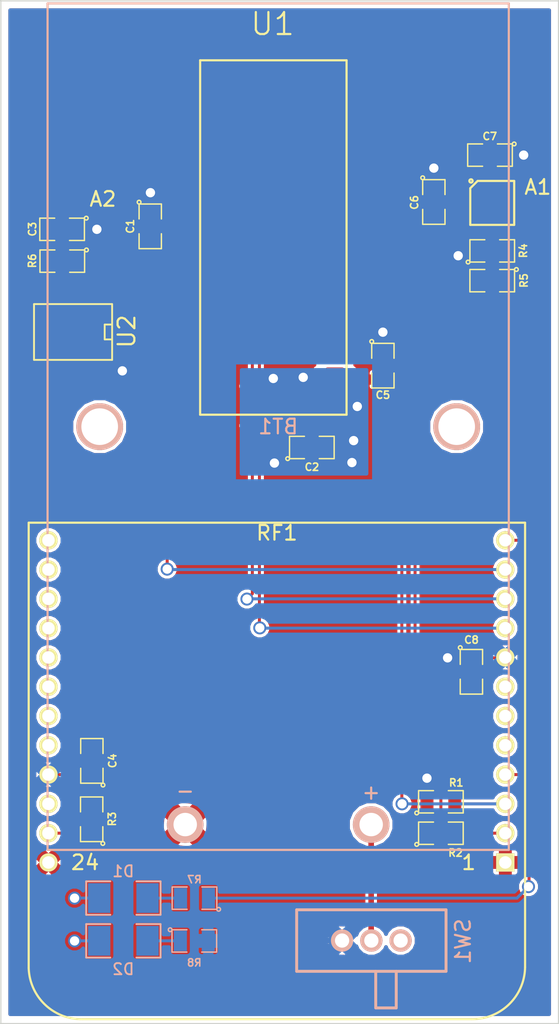
<source format=kicad_pcb>
(kicad_pcb (version 3) (host pcbnew "(2013-06-11 BZR 4021)-stable")

  (general
    (links 74)
    (no_connects 0)
    (area 170.091899 138.3568 208.481444 209.0826)
    (thickness 1.6)
    (drawings 4)
    (tracks 156)
    (zones 0)
    (modules 25)
    (nets 19)
  )

  (page A3)
  (layers
    (15 F.Cu signal)
    (0 B.Cu signal)
    (16 B.Adhes user)
    (17 F.Adhes user)
    (18 B.Paste user)
    (19 F.Paste user)
    (20 B.SilkS user)
    (21 F.SilkS user)
    (22 B.Mask user)
    (23 F.Mask user)
    (24 Dwgs.User user)
    (25 Cmts.User user)
    (26 Eco1.User user)
    (27 Eco2.User user)
    (28 Edge.Cuts user)
  )

  (setup
    (last_trace_width 0.2032)
    (trace_clearance 0.2032)
    (zone_clearance 0.2032)
    (zone_45_only no)
    (trace_min 0.1524)
    (segment_width 0.2)
    (edge_width 0.1)
    (via_size 0.889)
    (via_drill 0.635)
    (via_min_size 0.889)
    (via_min_drill 0.508)
    (uvia_size 0.508)
    (uvia_drill 0.127)
    (uvias_allowed no)
    (uvia_min_size 0.508)
    (uvia_min_drill 0.127)
    (pcb_text_width 0.3)
    (pcb_text_size 1.5 1.5)
    (mod_edge_width 0.15)
    (mod_text_size 1 1)
    (mod_text_width 0.15)
    (pad_size 1.25 1.25)
    (pad_drill 0.85)
    (pad_to_mask_clearance 0)
    (aux_axis_origin 0 0)
    (visible_elements FFFFFFBF)
    (pcbplotparams
      (layerselection 3178497)
      (usegerberextensions true)
      (excludeedgelayer true)
      (linewidth 0.150000)
      (plotframeref false)
      (viasonmask false)
      (mode 1)
      (useauxorigin false)
      (hpglpennumber 1)
      (hpglpenspeed 20)
      (hpglpendiameter 15)
      (hpglpenoverlay 2)
      (psnegative false)
      (psa4output false)
      (plotreference true)
      (plotvalue true)
      (plotothertext true)
      (plotinvisibletext false)
      (padsonsilk false)
      (subtractmaskfromsilk false)
      (outputformat 1)
      (mirror false)
      (drillshape 1)
      (scaleselection 1)
      (outputdirectory ""))
  )

  (net 0 "")
  (net 1 +BATT)
  (net 2 /ADC3)
  (net 3 /Data_Ready)
  (net 4 /SCL)
  (net 5 /SDA)
  (net 6 /USART_RF_RXI)
  (net 7 /USART_RF_TXO)
  (net 8 GND)
  (net 9 N-0000010)
  (net 10 N-0000011)
  (net 11 N-0000012)
  (net 12 N-0000013)
  (net 13 N-0000014)
  (net 14 N-0000018)
  (net 15 N-000002)
  (net 16 N-0000028)
  (net 17 N-000005)
  (net 18 N-000009)

  (net_class Default "This is the default net class."
    (clearance 0.2032)
    (trace_width 0.2032)
    (via_dia 0.889)
    (via_drill 0.635)
    (uvia_dia 0.508)
    (uvia_drill 0.127)
    (add_net "")
    (add_net /ADC3)
    (add_net /Data_Ready)
    (add_net /SCL)
    (add_net /SDA)
    (add_net /USART_RF_RXI)
    (add_net /USART_RF_TXO)
    (add_net GND)
    (add_net N-0000011)
    (add_net N-0000012)
    (add_net N-0000013)
    (add_net N-0000014)
    (add_net N-0000018)
    (add_net N-000002)
    (add_net N-000005)
  )

  (net_class 50ohm ""
    (clearance 0.254)
    (trace_width 0.349)
    (via_dia 0.889)
    (via_drill 0.635)
    (uvia_dia 0.508)
    (uvia_drill 0.127)
    (add_net N-0000010)
    (add_net N-000009)
  )

  (net_class Power ""
    (clearance 0.2032)
    (trace_width 0.381)
    (via_dia 0.889)
    (via_drill 0.635)
    (uvia_dia 0.508)
    (uvia_drill 0.127)
    (add_net +BATT)
    (add_net N-0000028)
  )

  (module SYNAPSE_THRUHOLE (layer F.Cu) (tedit 5387D3C9) (tstamp 5387E5FD)
    (at 189.0014 186.5122 180)
    (path /537AB6CF)
    (fp_text reference RF1 (at 0 11.5 180) (layer F.SilkS)
      (effects (font (size 1 1) (thickness 0.15)))
    )
    (fp_text value SYNAPSE_RF300 (at 0 0 180) (layer F.SilkS) hide
      (effects (font (size 1 1) (thickness 0.15)))
    )
    (fp_text user 24 (at 13.1 -11 180) (layer F.SilkS)
      (effects (font (size 1 1) (thickness 0.15)))
    )
    (fp_text user 1 (at -13.1 -11 180) (layer F.SilkS)
      (effects (font (size 1 1) (thickness 0.15)))
    )
    (fp_line (start 16.95 12.2) (end 16.95 -18.2) (layer F.SilkS) (width 0.15))
    (fp_line (start -16.95 -18.15) (end -16.95 12.2) (layer F.SilkS) (width 0.15))
    (fp_line (start 13.25 -21.7) (end -13.3 -21.7) (layer F.SilkS) (width 0.15))
    (fp_arc (start 13.35 -18.1) (end 13.25 -21.7) (angle 90) (layer F.SilkS) (width 0.15))
    (fp_arc (start -13.35 -18.1) (end -16.95 -18.15) (angle 90) (layer F.SilkS) (width 0.15))
    (fp_line (start -16.95 12.2) (end 16.95 12.2) (layer F.SilkS) (width 0.15))
    (pad 1 thru_hole rect (at -15.6 -11 180) (size 1.25 1.25) (drill 0.85)
      (layers *.Cu *.Mask F.SilkS)
      (net 8 GND)
    )
    (pad 2 thru_hole circle (at -15.6 -9 180) (size 1.25 1.25) (drill 0.85)
      (layers *.Cu *.Mask F.SilkS)
      (net 5 /SDA)
    )
    (pad 3 thru_hole circle (at -15.6 -7 180) (size 1.25 1.25) (drill 0.85)
      (layers *.Cu *.Mask F.SilkS)
      (net 4 /SCL)
    )
    (pad 4 thru_hole circle (at -15.6 -5 180) (size 1.25 1.25) (drill 0.85)
      (layers *.Cu *.Mask F.SilkS)
      (net 11 N-0000012)
    )
    (pad 5 thru_hole circle (at -15.6 -3 180) (size 1.25 1.25) (drill 0.85)
      (layers *.Cu *.Mask F.SilkS)
    )
    (pad 6 thru_hole circle (at -15.6 -1 180) (size 1.25 1.25) (drill 0.85)
      (layers *.Cu *.Mask F.SilkS)
    )
    (pad 7 thru_hole circle (at -15.6 1 180) (size 1.25 1.25) (drill 0.85)
      (layers *.Cu *.Mask F.SilkS)
    )
    (pad 8 thru_hole circle (at -15.6 3 180) (size 1.25 1.25) (drill 0.85)
      (layers *.Cu *.Mask F.SilkS)
      (net 1 +BATT)
    )
    (pad 9 thru_hole circle (at -15.6 5 180) (size 1.25 1.25) (drill 0.85)
      (layers *.Cu *.Mask F.SilkS)
      (net 6 /USART_RF_RXI)
    )
    (pad 10 thru_hole circle (at -15.6 7 180) (size 1.25 1.25) (drill 0.85)
      (layers *.Cu *.Mask F.SilkS)
      (net 7 /USART_RF_TXO)
    )
    (pad 11 thru_hole circle (at -15.6 9 180) (size 1.25 1.25) (drill 0.85)
      (layers *.Cu *.Mask F.SilkS)
      (net 2 /ADC3)
    )
    (pad 12 thru_hole circle (at -15.6 11 180) (size 1.25 1.25) (drill 0.85)
      (layers *.Cu *.Mask F.SilkS)
      (net 3 /Data_Ready)
    )
    (pad 13 thru_hole circle (at 15.6 11 180) (size 1.25 1.25) (drill 0.85)
      (layers *.Cu *.Mask F.SilkS)
    )
    (pad 14 thru_hole circle (at 15.6 9 180) (size 1.25 1.25) (drill 0.85)
      (layers *.Cu *.Mask F.SilkS)
    )
    (pad 15 thru_hole circle (at 15.6 7 180) (size 1.25 1.25) (drill 0.85)
      (layers *.Cu *.Mask F.SilkS)
    )
    (pad 16 thru_hole circle (at 15.6 5 180) (size 1.25 1.25) (drill 0.85)
      (layers *.Cu *.Mask F.SilkS)
    )
    (pad 17 thru_hole circle (at 15.6 3 180) (size 1.25 1.25) (drill 0.85)
      (layers *.Cu *.Mask F.SilkS)
    )
    (pad 18 thru_hole circle (at 15.6 1 180) (size 1.25 1.25) (drill 0.85)
      (layers *.Cu *.Mask F.SilkS)
    )
    (pad 19 thru_hole circle (at 15.6 -1 180) (size 1.25 1.25) (drill 0.85)
      (layers *.Cu *.Mask F.SilkS)
    )
    (pad 20 thru_hole circle (at 15.6 -3 180) (size 1.25 1.25) (drill 0.85)
      (layers *.Cu *.Mask F.SilkS)
    )
    (pad 21 thru_hole circle (at 15.6 -5 180) (size 1.25 1.25) (drill 0.85)
      (layers *.Cu *.Mask F.SilkS)
      (net 1 +BATT)
    )
    (pad 22 thru_hole circle (at 15.6 -7 180) (size 1.25 1.25) (drill 0.85)
      (layers *.Cu *.Mask F.SilkS)
    )
    (pad 23 thru_hole circle (at 15.6 -9 180) (size 1.25 1.25) (drill 0.85)
      (layers *.Cu *.Mask F.SilkS)
      (net 14 N-0000018)
    )
    (pad 24 thru_hole circle (at 15.6 -11 180) (size 1.25 1.25) (drill 0.85)
      (layers *.Cu *.Mask F.SilkS)
      (net 8 GND)
    )
  )

  (module SWITCH_DPST_TE (layer B.Cu) (tedit 538BAA95) (tstamp 5387E60B)
    (at 195.453 202.8444)
    (descr "Connecteur 3 pins")
    (tags "CONN DEV")
    (path /537AB6ED)
    (fp_text reference SW1 (at 6.26364 0.04572 90) (layer B.SilkS)
      (effects (font (size 1.016 1.016) (thickness 0.1524)) (justify mirror))
    )
    (fp_text value SWITCH_SPDT (at 0 5.4) (layer B.SilkS) hide
      (effects (font (size 1.016 1.016) (thickness 0.1524)) (justify mirror))
    )
    (fp_line (start 1.69926 2.10058) (end 1.69926 4.59994) (layer B.SilkS) (width 0.20066))
    (fp_line (start 1.69926 4.59994) (end 0.29972 4.59994) (layer B.SilkS) (width 0.20066))
    (fp_line (start 0.29972 4.59994) (end 0.29972 2.10058) (layer B.SilkS) (width 0.20066))
    (fp_line (start 5.10032 2.10058) (end -5.10032 2.10058) (layer B.SilkS) (width 0.20066))
    (fp_line (start -5.10032 2.10058) (end -5.10032 -2.10058) (layer B.SilkS) (width 0.20066))
    (fp_line (start -5.10032 -2.10058) (end 5.10032 -2.10058) (layer B.SilkS) (width 0.20066))
    (fp_line (start 5.10032 -2.10058) (end 5.10032 2.10058) (layer B.SilkS) (width 0.20066))
    (pad 1 thru_hole circle (at -1.99898 0) (size 1.524 1.524) (drill 0.97028)
      (layers *.Cu *.Mask B.SilkS)
      (net 1 +BATT)
    )
    (pad 2 thru_hole circle (at 0 0) (size 1.524 1.524) (drill 0.97028)
      (layers *.Cu *.Mask B.SilkS)
      (net 16 N-0000028)
    )
    (pad 3 thru_hole circle (at 1.99898 0) (size 1.524 1.524) (drill 0.97028)
      (layers *.Cu *.Mask B.SilkS)
    )
    (model 3D/Switch-TE-Slide.wrl
      (at (xyz 0 0 0))
      (scale (xyz 0.3937 0.3937 0.3937))
      (rotate (xyz 0 0 0))
    )
  )

  (module SO8E (layer F.Cu) (tedit 538BAA04) (tstamp 5387E61F)
    (at 175.0822 161.29 180)
    (descr "module CMS SOJ 8 pins etroit")
    (tags "CMS SOJ")
    (path /537AC053)
    (attr smd)
    (fp_text reference U2 (at -3.66268 0.04064 270) (layer F.SilkS)
      (effects (font (size 1.143 1.143) (thickness 0.1524)))
    )
    (fp_text value LM358 (at 0 1.016 180) (layer F.SilkS) hide
      (effects (font (size 0.889 0.889) (thickness 0.1524)))
    )
    (fp_line (start -2.667 1.778) (end -2.667 1.905) (layer F.SilkS) (width 0.127))
    (fp_line (start -2.667 1.905) (end 2.667 1.905) (layer F.SilkS) (width 0.127))
    (fp_line (start 2.667 -1.905) (end -2.667 -1.905) (layer F.SilkS) (width 0.127))
    (fp_line (start -2.667 -1.905) (end -2.667 1.778) (layer F.SilkS) (width 0.127))
    (fp_line (start -2.667 -0.508) (end -2.159 -0.508) (layer F.SilkS) (width 0.127))
    (fp_line (start -2.159 -0.508) (end -2.159 0.508) (layer F.SilkS) (width 0.127))
    (fp_line (start -2.159 0.508) (end -2.667 0.508) (layer F.SilkS) (width 0.127))
    (fp_line (start 2.667 -1.905) (end 2.667 1.905) (layer F.SilkS) (width 0.127))
    (pad 8 smd rect (at -1.905 -2.667 180) (size 0.59944 1.39954)
      (layers F.Cu F.Paste F.Mask)
      (net 1 +BATT)
    )
    (pad 1 smd rect (at -1.905 2.667 180) (size 0.59944 1.39954)
      (layers F.Cu F.Paste F.Mask)
      (net 2 /ADC3)
    )
    (pad 7 smd rect (at -0.635 -2.667 180) (size 0.59944 1.39954)
      (layers F.Cu F.Paste F.Mask)
    )
    (pad 6 smd rect (at 0.635 -2.667 180) (size 0.59944 1.39954)
      (layers F.Cu F.Paste F.Mask)
    )
    (pad 5 smd rect (at 1.905 -2.667 180) (size 0.59944 1.39954)
      (layers F.Cu F.Paste F.Mask)
    )
    (pad 2 smd rect (at -0.635 2.667 180) (size 0.59944 1.39954)
      (layers F.Cu F.Paste F.Mask)
      (net 2 /ADC3)
    )
    (pad 3 smd rect (at 0.635 2.667 180) (size 0.59944 1.39954)
      (layers F.Cu F.Paste F.Mask)
      (net 10 N-0000011)
    )
    (pad 4 smd rect (at 1.905 2.667 180) (size 0.59944 1.39954)
      (layers F.Cu F.Paste F.Mask)
      (net 8 GND)
    )
    (model smd/cms_so8.wrl
      (at (xyz 0 0 0))
      (scale (xyz 0.5 0.32 0.5))
      (rotate (xyz 0 0 0))
    )
  )

  (module SM1206 (layer B.Cu) (tedit 538BAA72) (tstamp 5387E62B)
    (at 178.51755 199.94245 180)
    (path /538677A9)
    (attr smd)
    (fp_text reference D1 (at 0.00635 1.82245 180) (layer B.SilkS)
      (effects (font (size 0.762 0.762) (thickness 0.127)) (justify mirror))
    )
    (fp_text value LED (at 0 0 180) (layer B.SilkS) hide
      (effects (font (size 0.762 0.762) (thickness 0.127)) (justify mirror))
    )
    (fp_line (start -2.54 1.143) (end -2.54 -1.143) (layer B.SilkS) (width 0.127))
    (fp_line (start -2.54 -1.143) (end -0.889 -1.143) (layer B.SilkS) (width 0.127))
    (fp_line (start 0.889 1.143) (end 2.54 1.143) (layer B.SilkS) (width 0.127))
    (fp_line (start 2.54 1.143) (end 2.54 -1.143) (layer B.SilkS) (width 0.127))
    (fp_line (start 2.54 -1.143) (end 0.889 -1.143) (layer B.SilkS) (width 0.127))
    (fp_line (start -0.889 1.143) (end -2.54 1.143) (layer B.SilkS) (width 0.127))
    (pad 1 smd rect (at -1.651 0 180) (size 1.524 2.032)
      (layers B.Cu B.Paste B.Mask)
      (net 12 N-0000013)
    )
    (pad 2 smd rect (at 1.651 0 180) (size 1.524 2.032)
      (layers B.Cu B.Paste B.Mask)
      (net 8 GND)
    )
    (model 3D/LED-1206.wrl
      (at (xyz 0 0 0))
      (scale (xyz 0.3937 0.3937 0.3937))
      (rotate (xyz 0 0 0))
    )
  )

  (module SM1206 (layer B.Cu) (tedit 538BAA6D) (tstamp 5387E637)
    (at 178.51755 202.86345 180)
    (path /538674E2)
    (attr smd)
    (fp_text reference D2 (at 0.00635 -1.93675 180) (layer B.SilkS)
      (effects (font (size 0.762 0.762) (thickness 0.127)) (justify mirror))
    )
    (fp_text value LED (at 0 0 180) (layer B.SilkS) hide
      (effects (font (size 0.762 0.762) (thickness 0.127)) (justify mirror))
    )
    (fp_line (start -2.54 1.143) (end -2.54 -1.143) (layer B.SilkS) (width 0.127))
    (fp_line (start -2.54 -1.143) (end -0.889 -1.143) (layer B.SilkS) (width 0.127))
    (fp_line (start 0.889 1.143) (end 2.54 1.143) (layer B.SilkS) (width 0.127))
    (fp_line (start 2.54 1.143) (end 2.54 -1.143) (layer B.SilkS) (width 0.127))
    (fp_line (start 2.54 -1.143) (end 0.889 -1.143) (layer B.SilkS) (width 0.127))
    (fp_line (start -0.889 1.143) (end -2.54 1.143) (layer B.SilkS) (width 0.127))
    (pad 1 smd rect (at -1.651 0 180) (size 1.524 2.032)
      (layers B.Cu B.Paste B.Mask)
      (net 13 N-0000014)
    )
    (pad 2 smd rect (at 1.651 0 180) (size 1.524 2.032)
      (layers B.Cu B.Paste B.Mask)
      (net 8 GND)
    )
    (model 3D/LED-1206.wrl
      (at (xyz 0 0 0))
      (scale (xyz 0.3937 0.3937 0.3937))
      (rotate (xyz 0 0 0))
    )
  )

  (module SM0805 (layer F.Cu) (tedit 538BA9DF) (tstamp 5387E644)
    (at 174.3329 154.2796 180)
    (path /537AC660)
    (attr smd)
    (fp_text reference C3 (at 2.02438 0.01016 270) (layer F.SilkS)
      (effects (font (size 0.50038 0.50038) (thickness 0.10922)))
    )
    (fp_text value 0.1uF (at 0 0.381 180) (layer F.SilkS) hide
      (effects (font (size 0.50038 0.50038) (thickness 0.10922)))
    )
    (fp_circle (center -1.651 0.762) (end -1.651 0.635) (layer F.SilkS) (width 0.09906))
    (fp_line (start -0.508 0.762) (end -1.524 0.762) (layer F.SilkS) (width 0.09906))
    (fp_line (start -1.524 0.762) (end -1.524 -0.762) (layer F.SilkS) (width 0.09906))
    (fp_line (start -1.524 -0.762) (end -0.508 -0.762) (layer F.SilkS) (width 0.09906))
    (fp_line (start 0.508 -0.762) (end 1.524 -0.762) (layer F.SilkS) (width 0.09906))
    (fp_line (start 1.524 -0.762) (end 1.524 0.762) (layer F.SilkS) (width 0.09906))
    (fp_line (start 1.524 0.762) (end 0.508 0.762) (layer F.SilkS) (width 0.09906))
    (pad 1 smd rect (at -0.9525 0 180) (size 0.889 1.397)
      (layers F.Cu F.Paste F.Mask)
      (net 1 +BATT)
    )
    (pad 2 smd rect (at 0.9525 0 180) (size 0.889 1.397)
      (layers F.Cu F.Paste F.Mask)
      (net 8 GND)
    )
    (model smd/chip_cms.wrl
      (at (xyz 0 0 0))
      (scale (xyz 0.1 0.1 0.1))
      (rotate (xyz 0 0 0))
    )
  )

  (module SM0805 (layer B.Cu) (tedit 538BAA87) (tstamp 5387E651)
    (at 183.3753 199.9488 180)
    (path /538677B8)
    (attr smd)
    (fp_text reference R7 (at 0.00254 1.27 180) (layer B.SilkS)
      (effects (font (size 0.50038 0.50038) (thickness 0.10922)) (justify mirror))
    )
    (fp_text value 150 (at 0 -0.381 180) (layer B.SilkS) hide
      (effects (font (size 0.50038 0.50038) (thickness 0.10922)) (justify mirror))
    )
    (fp_circle (center -1.651 -0.762) (end -1.651 -0.635) (layer B.SilkS) (width 0.09906))
    (fp_line (start -0.508 -0.762) (end -1.524 -0.762) (layer B.SilkS) (width 0.09906))
    (fp_line (start -1.524 -0.762) (end -1.524 0.762) (layer B.SilkS) (width 0.09906))
    (fp_line (start -1.524 0.762) (end -0.508 0.762) (layer B.SilkS) (width 0.09906))
    (fp_line (start 0.508 0.762) (end 1.524 0.762) (layer B.SilkS) (width 0.09906))
    (fp_line (start 1.524 0.762) (end 1.524 -0.762) (layer B.SilkS) (width 0.09906))
    (fp_line (start 1.524 -0.762) (end 0.508 -0.762) (layer B.SilkS) (width 0.09906))
    (pad 1 smd rect (at -0.9525 0 180) (size 0.889 1.397)
      (layers B.Cu B.Paste B.Mask)
      (net 11 N-0000012)
    )
    (pad 2 smd rect (at 0.9525 0 180) (size 0.889 1.397)
      (layers B.Cu B.Paste B.Mask)
      (net 12 N-0000013)
    )
    (model smd/chip_cms.wrl
      (at (xyz 0 0 0))
      (scale (xyz 0.1 0.1 0.1))
      (rotate (xyz 0 0 0))
    )
  )

  (module SM0805 (layer B.Cu) (tedit 538BAA83) (tstamp 5387E65E)
    (at 183.3626 202.8698)
    (path /538674D3)
    (attr smd)
    (fp_text reference R8 (at 0 1.48844) (layer B.SilkS)
      (effects (font (size 0.50038 0.50038) (thickness 0.10922)) (justify mirror))
    )
    (fp_text value 150 (at 0 -0.381) (layer B.SilkS) hide
      (effects (font (size 0.50038 0.50038) (thickness 0.10922)) (justify mirror))
    )
    (fp_circle (center -1.651 -0.762) (end -1.651 -0.635) (layer B.SilkS) (width 0.09906))
    (fp_line (start -0.508 -0.762) (end -1.524 -0.762) (layer B.SilkS) (width 0.09906))
    (fp_line (start -1.524 -0.762) (end -1.524 0.762) (layer B.SilkS) (width 0.09906))
    (fp_line (start -1.524 0.762) (end -0.508 0.762) (layer B.SilkS) (width 0.09906))
    (fp_line (start 0.508 0.762) (end 1.524 0.762) (layer B.SilkS) (width 0.09906))
    (fp_line (start 1.524 0.762) (end 1.524 -0.762) (layer B.SilkS) (width 0.09906))
    (fp_line (start 1.524 -0.762) (end 0.508 -0.762) (layer B.SilkS) (width 0.09906))
    (pad 1 smd rect (at -0.9525 0) (size 0.889 1.397)
      (layers B.Cu B.Paste B.Mask)
      (net 13 N-0000014)
    )
    (pad 2 smd rect (at 0.9525 0) (size 0.889 1.397)
      (layers B.Cu B.Paste B.Mask)
      (net 1 +BATT)
    )
    (model smd/chip_cms.wrl
      (at (xyz 0 0 0))
      (scale (xyz 0.1 0.1 0.1))
      (rotate (xyz 0 0 0))
    )
  )

  (module SM0805 (layer F.Cu) (tedit 538BAA5B) (tstamp 5387E66B)
    (at 176.3649 190.5762 90)
    (path /53852370)
    (attr smd)
    (fp_text reference C4 (at 0 1.41478 90) (layer F.SilkS)
      (effects (font (size 0.50038 0.50038) (thickness 0.10922)))
    )
    (fp_text value 47uF (at 0 0.381 90) (layer F.SilkS) hide
      (effects (font (size 0.50038 0.50038) (thickness 0.10922)))
    )
    (fp_circle (center -1.651 0.762) (end -1.651 0.635) (layer F.SilkS) (width 0.09906))
    (fp_line (start -0.508 0.762) (end -1.524 0.762) (layer F.SilkS) (width 0.09906))
    (fp_line (start -1.524 0.762) (end -1.524 -0.762) (layer F.SilkS) (width 0.09906))
    (fp_line (start -1.524 -0.762) (end -0.508 -0.762) (layer F.SilkS) (width 0.09906))
    (fp_line (start 0.508 -0.762) (end 1.524 -0.762) (layer F.SilkS) (width 0.09906))
    (fp_line (start 1.524 -0.762) (end 1.524 0.762) (layer F.SilkS) (width 0.09906))
    (fp_line (start 1.524 0.762) (end 0.508 0.762) (layer F.SilkS) (width 0.09906))
    (pad 1 smd rect (at -0.9525 0 90) (size 0.889 1.397)
      (layers F.Cu F.Paste F.Mask)
      (net 1 +BATT)
    )
    (pad 2 smd rect (at 0.9525 0 90) (size 0.889 1.397)
      (layers F.Cu F.Paste F.Mask)
      (net 8 GND)
    )
    (model smd/chip_cms.wrl
      (at (xyz 0 0 0))
      (scale (xyz 0.1 0.1 0.1))
      (rotate (xyz 0 0 0))
    )
  )

  (module SM0805 (layer F.Cu) (tedit 538BA9A6) (tstamp 5387E678)
    (at 203.708 157.7848 180)
    (path /537AD31D)
    (attr smd)
    (fp_text reference R5 (at -2.16408 0.00508 270) (layer F.SilkS)
      (effects (font (size 0.50038 0.50038) (thickness 0.10922)))
    )
    (fp_text value 4.7k (at 0 0.381 180) (layer F.SilkS) hide
      (effects (font (size 0.50038 0.50038) (thickness 0.10922)))
    )
    (fp_circle (center -1.651 0.762) (end -1.651 0.635) (layer F.SilkS) (width 0.09906))
    (fp_line (start -0.508 0.762) (end -1.524 0.762) (layer F.SilkS) (width 0.09906))
    (fp_line (start -1.524 0.762) (end -1.524 -0.762) (layer F.SilkS) (width 0.09906))
    (fp_line (start -1.524 -0.762) (end -0.508 -0.762) (layer F.SilkS) (width 0.09906))
    (fp_line (start 0.508 -0.762) (end 1.524 -0.762) (layer F.SilkS) (width 0.09906))
    (fp_line (start 1.524 -0.762) (end 1.524 0.762) (layer F.SilkS) (width 0.09906))
    (fp_line (start 1.524 0.762) (end 0.508 0.762) (layer F.SilkS) (width 0.09906))
    (pad 1 smd rect (at -0.9525 0 180) (size 0.889 1.397)
      (layers F.Cu F.Paste F.Mask)
      (net 15 N-000002)
    )
    (pad 2 smd rect (at 0.9525 0 180) (size 0.889 1.397)
      (layers F.Cu F.Paste F.Mask)
      (net 8 GND)
    )
    (model smd/chip_cms.wrl
      (at (xyz 0 0 0))
      (scale (xyz 0.1 0.1 0.1))
      (rotate (xyz 0 0 0))
    )
  )

  (module SM0805 (layer F.Cu) (tedit 538BA9AA) (tstamp 5387E685)
    (at 203.708 155.7528)
    (path /537ACDDA)
    (attr smd)
    (fp_text reference R4 (at 2.12344 -0.00508 90) (layer F.SilkS)
      (effects (font (size 0.50038 0.50038) (thickness 0.10922)))
    )
    (fp_text value 4.7k (at 0 0.381) (layer F.SilkS) hide
      (effects (font (size 0.50038 0.50038) (thickness 0.10922)))
    )
    (fp_circle (center -1.651 0.762) (end -1.651 0.635) (layer F.SilkS) (width 0.09906))
    (fp_line (start -0.508 0.762) (end -1.524 0.762) (layer F.SilkS) (width 0.09906))
    (fp_line (start -1.524 0.762) (end -1.524 -0.762) (layer F.SilkS) (width 0.09906))
    (fp_line (start -1.524 -0.762) (end -0.508 -0.762) (layer F.SilkS) (width 0.09906))
    (fp_line (start 0.508 -0.762) (end 1.524 -0.762) (layer F.SilkS) (width 0.09906))
    (fp_line (start 1.524 -0.762) (end 1.524 0.762) (layer F.SilkS) (width 0.09906))
    (fp_line (start 1.524 0.762) (end 0.508 0.762) (layer F.SilkS) (width 0.09906))
    (pad 1 smd rect (at -0.9525 0) (size 0.889 1.397)
      (layers F.Cu F.Paste F.Mask)
      (net 1 +BATT)
    )
    (pad 2 smd rect (at 0.9525 0) (size 0.889 1.397)
      (layers F.Cu F.Paste F.Mask)
      (net 17 N-000005)
    )
    (model smd/chip_cms.wrl
      (at (xyz 0 0 0))
      (scale (xyz 0.1 0.1 0.1))
      (rotate (xyz 0 0 0))
    )
  )

  (module SM0805 (layer F.Cu) (tedit 538BAA52) (tstamp 5387E692)
    (at 176.3522 194.564 90)
    (path /537AB784)
    (attr smd)
    (fp_text reference R3 (at 0.01524 1.397 90) (layer F.SilkS)
      (effects (font (size 0.50038 0.50038) (thickness 0.10922)))
    )
    (fp_text value 4.7k (at 0 0.381 90) (layer F.SilkS) hide
      (effects (font (size 0.50038 0.50038) (thickness 0.10922)))
    )
    (fp_circle (center -1.651 0.762) (end -1.651 0.635) (layer F.SilkS) (width 0.09906))
    (fp_line (start -0.508 0.762) (end -1.524 0.762) (layer F.SilkS) (width 0.09906))
    (fp_line (start -1.524 0.762) (end -1.524 -0.762) (layer F.SilkS) (width 0.09906))
    (fp_line (start -1.524 -0.762) (end -0.508 -0.762) (layer F.SilkS) (width 0.09906))
    (fp_line (start 0.508 -0.762) (end 1.524 -0.762) (layer F.SilkS) (width 0.09906))
    (fp_line (start 1.524 -0.762) (end 1.524 0.762) (layer F.SilkS) (width 0.09906))
    (fp_line (start 1.524 0.762) (end 0.508 0.762) (layer F.SilkS) (width 0.09906))
    (pad 1 smd rect (at -0.9525 0 90) (size 0.889 1.397)
      (layers F.Cu F.Paste F.Mask)
      (net 14 N-0000018)
    )
    (pad 2 smd rect (at 0.9525 0 90) (size 0.889 1.397)
      (layers F.Cu F.Paste F.Mask)
      (net 1 +BATT)
    )
    (model smd/chip_cms.wrl
      (at (xyz 0 0 0))
      (scale (xyz 0.1 0.1 0.1))
      (rotate (xyz 0 0 0))
    )
  )

  (module SM0805 (layer F.Cu) (tedit 538BA9DC) (tstamp 5387E69F)
    (at 174.3456 156.4513 180)
    (path /537AC0BB)
    (attr smd)
    (fp_text reference R6 (at 2.04724 0.01778 270) (layer F.SilkS)
      (effects (font (size 0.50038 0.50038) (thickness 0.10922)))
    )
    (fp_text value 68k (at 0 0.381 180) (layer F.SilkS) hide
      (effects (font (size 0.50038 0.50038) (thickness 0.10922)))
    )
    (fp_circle (center -1.651 0.762) (end -1.651 0.635) (layer F.SilkS) (width 0.09906))
    (fp_line (start -0.508 0.762) (end -1.524 0.762) (layer F.SilkS) (width 0.09906))
    (fp_line (start -1.524 0.762) (end -1.524 -0.762) (layer F.SilkS) (width 0.09906))
    (fp_line (start -1.524 -0.762) (end -0.508 -0.762) (layer F.SilkS) (width 0.09906))
    (fp_line (start 0.508 -0.762) (end 1.524 -0.762) (layer F.SilkS) (width 0.09906))
    (fp_line (start 1.524 -0.762) (end 1.524 0.762) (layer F.SilkS) (width 0.09906))
    (fp_line (start 1.524 0.762) (end 0.508 0.762) (layer F.SilkS) (width 0.09906))
    (pad 1 smd rect (at -0.9525 0 180) (size 0.889 1.397)
      (layers F.Cu F.Paste F.Mask)
      (net 10 N-0000011)
    )
    (pad 2 smd rect (at 0.9525 0 180) (size 0.889 1.397)
      (layers F.Cu F.Paste F.Mask)
      (net 8 GND)
    )
    (model smd/chip_cms.wrl
      (at (xyz 0 0 0))
      (scale (xyz 0.1 0.1 0.1))
      (rotate (xyz 0 0 0))
    )
  )

  (module SM0805 (layer F.Cu) (tedit 538BA9BF) (tstamp 5387E6AC)
    (at 191.389 169.1767)
    (path /537ABD23)
    (attr smd)
    (fp_text reference C2 (at 0.00508 1.33858) (layer F.SilkS)
      (effects (font (size 0.50038 0.50038) (thickness 0.10922)))
    )
    (fp_text value 22pF (at 0 0.381) (layer F.SilkS) hide
      (effects (font (size 0.50038 0.50038) (thickness 0.10922)))
    )
    (fp_circle (center -1.651 0.762) (end -1.651 0.635) (layer F.SilkS) (width 0.09906))
    (fp_line (start -0.508 0.762) (end -1.524 0.762) (layer F.SilkS) (width 0.09906))
    (fp_line (start -1.524 0.762) (end -1.524 -0.762) (layer F.SilkS) (width 0.09906))
    (fp_line (start -1.524 -0.762) (end -0.508 -0.762) (layer F.SilkS) (width 0.09906))
    (fp_line (start 0.508 -0.762) (end 1.524 -0.762) (layer F.SilkS) (width 0.09906))
    (fp_line (start 1.524 -0.762) (end 1.524 0.762) (layer F.SilkS) (width 0.09906))
    (fp_line (start 1.524 0.762) (end 0.508 0.762) (layer F.SilkS) (width 0.09906))
    (pad 1 smd rect (at -0.9525 0) (size 0.889 1.397)
      (layers F.Cu F.Paste F.Mask)
      (net 9 N-0000010)
    )
    (pad 2 smd rect (at 0.9525 0) (size 0.889 1.397)
      (layers F.Cu F.Paste F.Mask)
      (net 18 N-000009)
    )
    (model smd/chip_cms.wrl
      (at (xyz 0 0 0))
      (scale (xyz 0.1 0.1 0.1))
      (rotate (xyz 0 0 0))
    )
  )

  (module SM0805 (layer F.Cu) (tedit 538BA9C9) (tstamp 5387E6B9)
    (at 180.3527 154.0764 270)
    (path /537ABC6A)
    (attr smd)
    (fp_text reference C1 (at 0 1.36398 270) (layer F.SilkS)
      (effects (font (size 0.50038 0.50038) (thickness 0.10922)))
    )
    (fp_text value 22pF (at 0 0.381 270) (layer F.SilkS) hide
      (effects (font (size 0.50038 0.50038) (thickness 0.10922)))
    )
    (fp_circle (center -1.651 0.762) (end -1.651 0.635) (layer F.SilkS) (width 0.09906))
    (fp_line (start -0.508 0.762) (end -1.524 0.762) (layer F.SilkS) (width 0.09906))
    (fp_line (start -1.524 0.762) (end -1.524 -0.762) (layer F.SilkS) (width 0.09906))
    (fp_line (start -1.524 -0.762) (end -0.508 -0.762) (layer F.SilkS) (width 0.09906))
    (fp_line (start 0.508 -0.762) (end 1.524 -0.762) (layer F.SilkS) (width 0.09906))
    (fp_line (start 1.524 -0.762) (end 1.524 0.762) (layer F.SilkS) (width 0.09906))
    (fp_line (start 1.524 0.762) (end 0.508 0.762) (layer F.SilkS) (width 0.09906))
    (pad 1 smd rect (at -0.9525 0 270) (size 0.889 1.397)
      (layers F.Cu F.Paste F.Mask)
      (net 1 +BATT)
    )
    (pad 2 smd rect (at 0.9525 0 270) (size 0.889 1.397)
      (layers F.Cu F.Paste F.Mask)
      (net 8 GND)
    )
    (model smd/chip_cms.wrl
      (at (xyz 0 0 0))
      (scale (xyz 0.1 0.1 0.1))
      (rotate (xyz 0 0 0))
    )
  )

  (module SM0805 (layer F.Cu) (tedit 538BAA3E) (tstamp 5387E6C6)
    (at 200.2028 195.5165)
    (path /537AB80A)
    (attr smd)
    (fp_text reference R2 (at 1.00076 1.34366) (layer F.SilkS)
      (effects (font (size 0.50038 0.50038) (thickness 0.10922)))
    )
    (fp_text value 4.7k (at 0 0.381) (layer F.SilkS) hide
      (effects (font (size 0.50038 0.50038) (thickness 0.10922)))
    )
    (fp_circle (center -1.651 0.762) (end -1.651 0.635) (layer F.SilkS) (width 0.09906))
    (fp_line (start -0.508 0.762) (end -1.524 0.762) (layer F.SilkS) (width 0.09906))
    (fp_line (start -1.524 0.762) (end -1.524 -0.762) (layer F.SilkS) (width 0.09906))
    (fp_line (start -1.524 -0.762) (end -0.508 -0.762) (layer F.SilkS) (width 0.09906))
    (fp_line (start 0.508 -0.762) (end 1.524 -0.762) (layer F.SilkS) (width 0.09906))
    (fp_line (start 1.524 -0.762) (end 1.524 0.762) (layer F.SilkS) (width 0.09906))
    (fp_line (start 1.524 0.762) (end 0.508 0.762) (layer F.SilkS) (width 0.09906))
    (pad 1 smd rect (at -0.9525 0) (size 0.889 1.397)
      (layers F.Cu F.Paste F.Mask)
      (net 1 +BATT)
    )
    (pad 2 smd rect (at 0.9525 0) (size 0.889 1.397)
      (layers F.Cu F.Paste F.Mask)
      (net 5 /SDA)
    )
    (model smd/chip_cms.wrl
      (at (xyz 0 0 0))
      (scale (xyz 0.1 0.1 0.1))
      (rotate (xyz 0 0 0))
    )
  )

  (module SM0805 (layer F.Cu) (tedit 538BAA34) (tstamp 5387E6D3)
    (at 200.2028 193.3702)
    (path /537AB7FB)
    (attr smd)
    (fp_text reference R1 (at 1.04648 -1.30048) (layer F.SilkS)
      (effects (font (size 0.50038 0.50038) (thickness 0.10922)))
    )
    (fp_text value 4.7k (at 0 0.381) (layer F.SilkS) hide
      (effects (font (size 0.50038 0.50038) (thickness 0.10922)))
    )
    (fp_circle (center -1.651 0.762) (end -1.651 0.635) (layer F.SilkS) (width 0.09906))
    (fp_line (start -0.508 0.762) (end -1.524 0.762) (layer F.SilkS) (width 0.09906))
    (fp_line (start -1.524 0.762) (end -1.524 -0.762) (layer F.SilkS) (width 0.09906))
    (fp_line (start -1.524 -0.762) (end -0.508 -0.762) (layer F.SilkS) (width 0.09906))
    (fp_line (start 0.508 -0.762) (end 1.524 -0.762) (layer F.SilkS) (width 0.09906))
    (fp_line (start 1.524 -0.762) (end 1.524 0.762) (layer F.SilkS) (width 0.09906))
    (fp_line (start 1.524 0.762) (end 0.508 0.762) (layer F.SilkS) (width 0.09906))
    (pad 1 smd rect (at -0.9525 0) (size 0.889 1.397)
      (layers F.Cu F.Paste F.Mask)
      (net 1 +BATT)
    )
    (pad 2 smd rect (at 0.9525 0) (size 0.889 1.397)
      (layers F.Cu F.Paste F.Mask)
      (net 4 /SCL)
    )
    (model smd/chip_cms.wrl
      (at (xyz 0 0 0))
      (scale (xyz 0.1 0.1 0.1))
      (rotate (xyz 0 0 0))
    )
  )

  (module M10382 (layer F.Cu) (tedit 538BAA1D) (tstamp 5387E6FF)
    (at 188.7601 154.8384 180)
    (path /537AB9A1)
    (fp_text reference U1 (at 0.05334 14.5796 180) (layer F.SilkS)
      (effects (font (size 1.5 1.5) (thickness 0.15)))
    )
    (fp_text value M10382 (at 0 14.7 180) (layer F.SilkS) hide
      (effects (font (size 1.5 1.5) (thickness 0.15)))
    )
    (fp_line (start -5 -12.1) (end 5 -12.1) (layer F.SilkS) (width 0.15))
    (fp_line (start 5 -12.1) (end 5 12.1) (layer F.SilkS) (width 0.15))
    (fp_line (start 5 12.1) (end -5 12.1) (layer F.SilkS) (width 0.15))
    (fp_line (start -5 12.1) (end -5 -12.1) (layer F.SilkS) (width 0.15))
    (pad 1 smd rect (at -1 -11.5 180) (size 1 2.5)
      (layers F.Cu F.Paste F.Mask)
      (net 9 N-0000010)
    )
    (pad 2 smd rect (at -2.6 -11.5 180) (size 1 2.5)
      (layers F.Cu F.Paste F.Mask)
      (net 8 GND)
    )
    (pad 3 smd rect (at -4.2 -11.5 180) (size 1 2.5)
      (layers F.Cu F.Paste F.Mask)
      (net 18 N-000009)
    )
    (pad 4 smd rect (at -4.2 -9.5 180) (size 2.5 1)
      (layers F.Cu F.Paste F.Mask)
      (net 8 GND)
    )
    (pad 5 smd rect (at -4.2 -7.9 180) (size 2.5 1)
      (layers F.Cu F.Paste F.Mask)
      (net 1 +BATT)
    )
    (pad 6 smd rect (at -4.2 -6.3 180) (size 2.5 1)
      (layers F.Cu F.Paste F.Mask)
    )
    (pad 7 smd rect (at -4.2 -4.7 180) (size 2.5 1)
      (layers F.Cu F.Paste F.Mask)
    )
    (pad 8 smd rect (at -4.2 -3.1 180) (size 2.5 1)
      (layers F.Cu F.Paste F.Mask)
    )
    (pad 9 smd rect (at -4.2 -1.5 180) (size 2.5 1)
      (layers F.Cu F.Paste F.Mask)
    )
    (pad 10 smd rect (at -4.2 0.1 180) (size 2.5 1)
      (layers F.Cu F.Paste F.Mask)
    )
    (pad 11 smd rect (at -4.2 1.7 180) (size 2.5 1)
      (layers F.Cu F.Paste F.Mask)
      (net 6 /USART_RF_RXI)
    )
    (pad 12 smd rect (at -4.2 3.3 180) (size 2.5 1)
      (layers F.Cu F.Paste F.Mask)
      (net 8 GND)
    )
    (pad 13 smd rect (at -4.2 4.9 180) (size 2.5 1)
      (layers F.Cu F.Paste F.Mask)
      (net 7 /USART_RF_TXO)
    )
    (pad 14 smd rect (at -4.2 6.5 180) (size 2.5 1)
      (layers F.Cu F.Paste F.Mask)
      (net 8 GND)
    )
    (pad 15 smd rect (at -4.2 8.1 180) (size 2.5 1)
      (layers F.Cu F.Paste F.Mask)
    )
    (pad 16 smd rect (at -4.2 9.7 180) (size 2.5 1)
      (layers F.Cu F.Paste F.Mask)
    )
    (pad 17 smd rect (at -4.2 11.3 180) (size 2.5 1)
      (layers F.Cu F.Paste F.Mask)
      (net 8 GND)
    )
    (pad 18 smd rect (at -1.6 11.3 180) (size 1 2.5) (drill (offset 0 0.75))
      (layers F.Cu F.Paste F.Mask)
    )
    (pad 19 smd rect (at 0 11.3 180) (size 1 2.5) (drill (offset 0 0.75))
      (layers F.Cu F.Paste F.Mask)
    )
    (pad 20 smd rect (at 1.6 11.3 180) (size 1 2.5) (drill (offset 0 0.75))
      (layers F.Cu F.Paste F.Mask)
    )
    (pad 21 smd rect (at 4.2 11.3 180) (size 2.5 1) (drill (offset 0.75 0))
      (layers F.Cu F.Paste F.Mask)
      (net 8 GND)
    )
    (pad 22 smd rect (at 4.2 9.7 180) (size 2.5 1) (drill (offset 0.75 0))
      (layers F.Cu F.Paste F.Mask)
    )
    (pad 23 smd rect (at 4.2 8.1 180) (size 2.5 1) (drill (offset 0.75 0))
      (layers F.Cu F.Paste F.Mask)
    )
    (pad 24 smd rect (at 4.2 6.5 180) (size 2.5 1) (drill (offset 0.75 0))
      (layers F.Cu F.Paste F.Mask)
      (net 8 GND)
    )
    (pad 25 smd rect (at 4.2 4.9 180) (size 2.5 1) (drill (offset 0.75 0))
      (layers F.Cu F.Paste F.Mask)
    )
    (pad 26 smd rect (at 4.2 3.3 180) (size 2.5 1) (drill (offset 0.75 0))
      (layers F.Cu F.Paste F.Mask)
      (net 8 GND)
    )
    (pad 27 smd rect (at 4.2 1.7 180) (size 2.5 1) (drill (offset 0.75 0))
      (layers F.Cu F.Paste F.Mask)
      (net 1 +BATT)
    )
    (pad 28 smd rect (at 4.2 0.1 180) (size 2.5 1) (drill (offset 0.75 0))
      (layers F.Cu F.Paste F.Mask)
      (net 8 GND)
    )
    (pad 29 smd rect (at 4.2 -1.5 180) (size 2.5 1) (drill (offset 0.75 0))
      (layers F.Cu F.Paste F.Mask)
    )
    (pad 30 smd rect (at 4.2 -3.1 180) (size 2.5 1) (drill (offset 0.75 0))
      (layers F.Cu F.Paste F.Mask)
    )
    (pad 31 smd rect (at 4.2 -4.7 180) (size 2.5 1) (drill (offset 0.75 0))
      (layers F.Cu F.Paste F.Mask)
    )
    (pad 32 smd rect (at 4.2 -6.3 180) (size 2.5 1) (drill (offset 0.75 0))
      (layers F.Cu F.Paste F.Mask)
    )
    (pad 33 smd rect (at 4.2 -7.9 180) (size 2.5 1) (drill (offset 0.75 0))
      (layers F.Cu F.Paste F.Mask)
      (net 8 GND)
    )
    (pad 34 smd rect (at 4.2 -9.5 180) (size 2.5 1) (drill (offset 0.75 0))
      (layers F.Cu F.Paste F.Mask)
      (net 8 GND)
    )
    (pad 35 smd rect (at 4.3 -11.5 180) (size 1 2.5)
      (layers F.Cu F.Paste F.Mask)
      (net 8 GND)
    )
    (pad 36 smd rect (at 2.7 -11.5 180) (size 1 2.5)
      (layers F.Cu F.Paste F.Mask)
      (net 8 GND)
    )
    (model 3D/M10382.wrl
      (at (xyz 0 0 0))
      (scale (xyz 0.3937 0.3937 0.3937))
      (rotate (xyz 0 0 0))
    )
  )

  (module HIH_5030 (layer F.Cu) (tedit 538BA9F7) (tstamp 5387E707)
    (at 174.3583 146.7358)
    (path /537AC044)
    (fp_text reference A2 (at 2.76098 5.47624) (layer F.SilkS)
      (effects (font (size 1 1) (thickness 0.15)))
    )
    (fp_text value HIH_5030 (at 0 0 90) (layer F.SilkS) hide
      (effects (font (size 1 1) (thickness 0.15)))
    )
    (pad 4 smd rect (at 0 -5.59) (size 2.54 2.29)
      (layers F.Cu F.Paste F.Mask)
    )
    (pad 1 smd rect (at 1.27 5.335) (size 0.51 1.78)
      (layers F.Cu F.Paste F.Mask)
      (net 1 +BATT)
    )
    (pad 2 smd rect (at 0 5.335) (size 0.51 1.78)
      (layers F.Cu F.Paste F.Mask)
      (net 10 N-0000011)
    )
    (pad 3 smd rect (at -1.27 5.335) (size 0.51 1.78)
      (layers F.Cu F.Paste F.Mask)
      (net 8 GND)
    )
  )

  (module HCLGA-16L (layer F.Cu) (tedit 538BA97D) (tstamp 5387E721)
    (at 203.708 152.4762)
    (path /537ACB3D)
    (fp_text reference A1 (at 3.1115 -1.0795) (layer F.SilkS)
      (effects (font (size 1 1) (thickness 0.15)))
    )
    (fp_text value LPS331AP (at 0 -2.75) (layer F.SilkS) hide
      (effects (font (size 1 1) (thickness 0.15)))
    )
    (fp_line (start -1.5 -1) (end -1.5 1.5) (layer F.SilkS) (width 0.15))
    (fp_line (start -1 -1.5) (end 1.5 -1.5) (layer F.SilkS) (width 0.15))
    (fp_line (start -1 -1.5) (end -1.5 -1) (layer F.SilkS) (width 0.15))
    (fp_circle (center -1.45 -1.5) (end -1.35 -1.55) (layer F.SilkS) (width 0.15))
    (fp_line (start 1.5 -1.5) (end 1.5 1.5) (layer F.SilkS) (width 0.15))
    (fp_line (start 1.5 1.5) (end -1.5 1.5) (layer F.SilkS) (width 0.15))
    (pad 1 smd rect (at -1.5 -1) (size 0.72 0.3)
      (layers F.Cu F.Paste F.Mask)
      (net 1 +BATT)
    )
    (pad 2 smd rect (at -1.5 -0.5) (size 0.72 0.3)
      (layers F.Cu F.Paste F.Mask)
    )
    (pad 3 smd rect (at -1.5 0) (size 0.72 0.3)
      (layers F.Cu F.Paste F.Mask)
    )
    (pad 4 smd rect (at -1.5 0.5) (size 0.72 0.3)
      (layers F.Cu F.Paste F.Mask)
      (net 4 /SCL)
    )
    (pad 5 smd rect (at -1.5 1) (size 0.72 0.3)
      (layers F.Cu F.Paste F.Mask)
      (net 8 GND)
    )
    (pad 9 smd rect (at 1.5 1) (size 0.72 0.3)
      (layers F.Cu F.Paste F.Mask)
    )
    (pad 10 smd rect (at 1.5 0.5) (size 0.72 0.3)
      (layers F.Cu F.Paste F.Mask)
      (net 8 GND)
    )
    (pad 11 smd rect (at 1.5 0) (size 0.72 0.3)
      (layers F.Cu F.Paste F.Mask)
      (net 3 /Data_Ready)
    )
    (pad 12 smd rect (at 1.5 -0.5) (size 0.72 0.3)
      (layers F.Cu F.Paste F.Mask)
      (net 8 GND)
    )
    (pad 13 smd rect (at 1.5 -1) (size 0.72 0.3)
      (layers F.Cu F.Paste F.Mask)
      (net 8 GND)
    )
    (pad 14 smd rect (at 0.5 -1.5) (size 0.3 0.72)
      (layers F.Cu F.Paste F.Mask)
      (net 1 +BATT)
    )
    (pad 15 smd rect (at 0 -1.5) (size 0.3 0.72)
      (layers F.Cu F.Paste F.Mask)
      (net 1 +BATT)
    )
    (pad 16 smd rect (at -0.5 -1.5) (size 0.3 0.72)
      (layers F.Cu F.Paste F.Mask)
      (net 8 GND)
    )
    (pad 6 smd rect (at -0.5 1.5) (size 0.3 0.72)
      (layers F.Cu F.Paste F.Mask)
      (net 5 /SDA)
    )
    (pad 7 smd rect (at 0 1.5) (size 0.3 0.72)
      (layers F.Cu F.Paste F.Mask)
      (net 15 N-000002)
    )
    (pad 8 smd rect (at 0.5 1.5) (size 0.3 0.72)
      (layers F.Cu F.Paste F.Mask)
      (net 17 N-000005)
    )
  )

  (module BH2AA-PC (layer B.Cu) (tedit 5387D36E) (tstamp 538BA160)
    (at 189.0903 167.7543)
    (path /537AB6DE)
    (fp_text reference BT1 (at 0 0) (layer B.SilkS)
      (effects (font (size 1 1) (thickness 0.15)) (justify mirror))
    )
    (fp_text value BATTERY (at 0 1.55) (layer B.SilkS) hide
      (effects (font (size 1 1) (thickness 0.15)) (justify mirror))
    )
    (fp_text user - (at -6.35 24.85) (layer B.SilkS)
      (effects (font (size 1 1) (thickness 0.15)) (justify mirror))
    )
    (fp_text user + (at 6.35 24.95) (layer B.SilkS)
      (effects (font (size 1 1) (thickness 0.15)) (justify mirror))
    )
    (fp_line (start -15.75 -28.9) (end 15.75 -28.9) (layer B.SilkS) (width 0.15))
    (fp_line (start -15.75 -28.9) (end -15.75 28.9) (layer B.SilkS) (width 0.15))
    (fp_line (start -15.75 28.9) (end 15.75 28.9) (layer B.SilkS) (width 0.15))
    (fp_line (start 15.75 28.9) (end 15.75 -28.9) (layer B.SilkS) (width 0.15))
    (pad 2 thru_hole circle (at -6.35 27.17) (size 2.5 2.5) (drill 1.6)
      (layers *.Cu *.Mask B.SilkS)
      (net 8 GND)
    )
    (pad 1 thru_hole circle (at 6.35 27.17) (size 2.5 2.5) (drill 1.6)
      (layers *.Cu *.Mask B.SilkS)
      (net 16 N-0000028)
    )
    (pad "" thru_hole circle (at 12.19 0) (size 3.2 3.2) (drill 2.5)
      (layers *.Cu *.Mask B.SilkS)
    )
    (pad "" thru_hole circle (at -12.19 0) (size 3.2 3.2) (drill 2.5)
      (layers *.Cu *.Mask B.SilkS)
    )
  )

  (module SM0805 (layer F.Cu) (tedit 538BA9B5) (tstamp 5387E941)
    (at 196.2404 163.5887 270)
    (path /5387DC6E)
    (attr smd)
    (fp_text reference C5 (at 2.00914 0 360) (layer F.SilkS)
      (effects (font (size 0.50038 0.50038) (thickness 0.10922)))
    )
    (fp_text value 0.1uF (at 0 0.381 270) (layer F.SilkS) hide
      (effects (font (size 0.50038 0.50038) (thickness 0.10922)))
    )
    (fp_circle (center -1.651 0.762) (end -1.651 0.635) (layer F.SilkS) (width 0.09906))
    (fp_line (start -0.508 0.762) (end -1.524 0.762) (layer F.SilkS) (width 0.09906))
    (fp_line (start -1.524 0.762) (end -1.524 -0.762) (layer F.SilkS) (width 0.09906))
    (fp_line (start -1.524 -0.762) (end -0.508 -0.762) (layer F.SilkS) (width 0.09906))
    (fp_line (start 0.508 -0.762) (end 1.524 -0.762) (layer F.SilkS) (width 0.09906))
    (fp_line (start 1.524 -0.762) (end 1.524 0.762) (layer F.SilkS) (width 0.09906))
    (fp_line (start 1.524 0.762) (end 0.508 0.762) (layer F.SilkS) (width 0.09906))
    (pad 1 smd rect (at -0.9525 0 270) (size 0.889 1.397)
      (layers F.Cu F.Paste F.Mask)
      (net 1 +BATT)
    )
    (pad 2 smd rect (at 0.9525 0 270) (size 0.889 1.397)
      (layers F.Cu F.Paste F.Mask)
      (net 8 GND)
    )
    (model smd/chip_cms.wrl
      (at (xyz 0 0 0))
      (scale (xyz 0.1 0.1 0.1))
      (rotate (xyz 0 0 0))
    )
  )

  (module SM0805 (layer F.Cu) (tedit 538BA995) (tstamp 5387E9BB)
    (at 199.7202 152.4127 270)
    (path /5387E08C)
    (attr smd)
    (fp_text reference C6 (at 0.03302 1.32588 270) (layer F.SilkS)
      (effects (font (size 0.50038 0.50038) (thickness 0.10922)))
    )
    (fp_text value 0.1uF (at 0 0.381 270) (layer F.SilkS) hide
      (effects (font (size 0.50038 0.50038) (thickness 0.10922)))
    )
    (fp_circle (center -1.651 0.762) (end -1.651 0.635) (layer F.SilkS) (width 0.09906))
    (fp_line (start -0.508 0.762) (end -1.524 0.762) (layer F.SilkS) (width 0.09906))
    (fp_line (start -1.524 0.762) (end -1.524 -0.762) (layer F.SilkS) (width 0.09906))
    (fp_line (start -1.524 -0.762) (end -0.508 -0.762) (layer F.SilkS) (width 0.09906))
    (fp_line (start 0.508 -0.762) (end 1.524 -0.762) (layer F.SilkS) (width 0.09906))
    (fp_line (start 1.524 -0.762) (end 1.524 0.762) (layer F.SilkS) (width 0.09906))
    (fp_line (start 1.524 0.762) (end 0.508 0.762) (layer F.SilkS) (width 0.09906))
    (pad 1 smd rect (at -0.9525 0 270) (size 0.889 1.397)
      (layers F.Cu F.Paste F.Mask)
      (net 1 +BATT)
    )
    (pad 2 smd rect (at 0.9525 0 270) (size 0.889 1.397)
      (layers F.Cu F.Paste F.Mask)
      (net 8 GND)
    )
    (model smd/chip_cms.wrl
      (at (xyz 0 0 0))
      (scale (xyz 0.1 0.1 0.1))
      (rotate (xyz 0 0 0))
    )
  )

  (module SM0805 (layer F.Cu) (tedit 538BA987) (tstamp 5387E9C8)
    (at 203.5556 149.2123 180)
    (path /5387E09B)
    (attr smd)
    (fp_text reference C7 (at 0.0127 1.2827 180) (layer F.SilkS)
      (effects (font (size 0.50038 0.50038) (thickness 0.10922)))
    )
    (fp_text value 0.1uF (at 0 0.381 180) (layer F.SilkS) hide
      (effects (font (size 0.50038 0.50038) (thickness 0.10922)))
    )
    (fp_circle (center -1.651 0.762) (end -1.651 0.635) (layer F.SilkS) (width 0.09906))
    (fp_line (start -0.508 0.762) (end -1.524 0.762) (layer F.SilkS) (width 0.09906))
    (fp_line (start -1.524 0.762) (end -1.524 -0.762) (layer F.SilkS) (width 0.09906))
    (fp_line (start -1.524 -0.762) (end -0.508 -0.762) (layer F.SilkS) (width 0.09906))
    (fp_line (start 0.508 -0.762) (end 1.524 -0.762) (layer F.SilkS) (width 0.09906))
    (fp_line (start 1.524 -0.762) (end 1.524 0.762) (layer F.SilkS) (width 0.09906))
    (fp_line (start 1.524 0.762) (end 0.508 0.762) (layer F.SilkS) (width 0.09906))
    (pad 1 smd rect (at -0.9525 0 180) (size 0.889 1.397)
      (layers F.Cu F.Paste F.Mask)
      (net 1 +BATT)
    )
    (pad 2 smd rect (at 0.9525 0 180) (size 0.889 1.397)
      (layers F.Cu F.Paste F.Mask)
      (net 8 GND)
    )
    (model smd/chip_cms.wrl
      (at (xyz 0 0 0))
      (scale (xyz 0.1 0.1 0.1))
      (rotate (xyz 0 0 0))
    )
  )

  (module SM0805 (layer F.Cu) (tedit 538BAA2B) (tstamp 538B9CF8)
    (at 202.2856 184.4929 270)
    (path /538B9DCE)
    (attr smd)
    (fp_text reference C8 (at -2.17678 -0.00508 360) (layer F.SilkS)
      (effects (font (size 0.50038 0.50038) (thickness 0.10922)))
    )
    (fp_text value 0.1uF (at 0 0.381 270) (layer F.SilkS) hide
      (effects (font (size 0.50038 0.50038) (thickness 0.10922)))
    )
    (fp_circle (center -1.651 0.762) (end -1.651 0.635) (layer F.SilkS) (width 0.09906))
    (fp_line (start -0.508 0.762) (end -1.524 0.762) (layer F.SilkS) (width 0.09906))
    (fp_line (start -1.524 0.762) (end -1.524 -0.762) (layer F.SilkS) (width 0.09906))
    (fp_line (start -1.524 -0.762) (end -0.508 -0.762) (layer F.SilkS) (width 0.09906))
    (fp_line (start 0.508 -0.762) (end 1.524 -0.762) (layer F.SilkS) (width 0.09906))
    (fp_line (start 1.524 -0.762) (end 1.524 0.762) (layer F.SilkS) (width 0.09906))
    (fp_line (start 1.524 0.762) (end 0.508 0.762) (layer F.SilkS) (width 0.09906))
    (pad 1 smd rect (at -0.9525 0 270) (size 0.889 1.397)
      (layers F.Cu F.Paste F.Mask)
      (net 1 +BATT)
    )
    (pad 2 smd rect (at 0.9525 0 270) (size 0.889 1.397)
      (layers F.Cu F.Paste F.Mask)
      (net 8 GND)
    )
    (model smd/chip_cms.wrl
      (at (xyz 0 0 0))
      (scale (xyz 0.1 0.1 0.1))
      (rotate (xyz 0 0 0))
    )
  )

  (gr_line (start 208.2419 208.5213) (end 170.1419 208.5213) (angle 90) (layer Edge.Cuts) (width 0.1))
  (gr_line (start 208.2419 138.6713) (end 208.2419 208.5213) (angle 90) (layer Edge.Cuts) (width 0.1))
  (gr_line (start 170.1419 138.6713) (end 208.2419 138.6713) (angle 90) (layer Edge.Cuts) (width 0.1))
  (gr_line (start 170.1419 208.5213) (end 170.1419 138.6713) (angle 90) (layer Edge.Cuts) (width 0.1))

  (segment (start 176.9872 163.957) (end 178.435 163.957) (width 0.381) (layer F.Cu) (net 1))
  (via (at 178.4477 163.9443) (size 0.889) (layers F.Cu B.Cu) (net 1))
  (segment (start 178.435 163.957) (end 178.4477 163.9443) (width 0.381) (layer F.Cu) (net 1) (tstamp 538BA7F6))
  (segment (start 202.7555 155.7528) (end 201.7141 155.7528) (width 0.381) (layer F.Cu) (net 1))
  (via (at 201.3839 156.083) (size 0.889) (layers F.Cu B.Cu) (net 1))
  (segment (start 201.7141 155.7528) (end 201.3839 156.083) (width 0.381) (layer F.Cu) (net 1) (tstamp 538BA68D))
  (segment (start 196.2404 162.6362) (end 196.2404 161.3027) (width 0.381) (layer F.Cu) (net 1))
  (via (at 196.2404 161.3027) (size 0.889) (layers F.Cu B.Cu) (net 1))
  (segment (start 202.2856 183.5404) (end 200.66 183.5404) (width 0.381) (layer F.Cu) (net 1))
  (via (at 200.66 183.5404) (size 0.889) (layers F.Cu B.Cu) (net 1))
  (segment (start 204.5081 149.2123) (end 205.8543 149.2123) (width 0.381) (layer F.Cu) (net 1))
  (via (at 205.8543 149.2123) (size 0.889) (layers F.Cu B.Cu) (net 1))
  (segment (start 199.7202 151.4602) (end 199.7202 150.1013) (width 0.381) (layer F.Cu) (net 1))
  (via (at 199.7202 150.1013) (size 0.889) (layers F.Cu B.Cu) (net 1))
  (segment (start 180.3527 153.1239) (end 180.3527 151.7904) (width 0.381) (layer F.Cu) (net 1))
  (via (at 180.3654 151.7777) (size 0.889) (layers F.Cu B.Cu) (net 1))
  (segment (start 180.3527 151.7904) (end 180.3654 151.7777) (width 0.381) (layer F.Cu) (net 1) (tstamp 538BA46F))
  (segment (start 175.2854 154.2796) (end 176.7078 154.2796) (width 0.381) (layer F.Cu) (net 1))
  (via (at 176.7078 154.2796) (size 0.889) (layers F.Cu B.Cu) (net 1))
  (segment (start 176.3649 191.5287) (end 176.3649 193.5988) (width 0.381) (layer F.Cu) (net 1))
  (segment (start 176.3649 193.5988) (end 176.3522 193.6115) (width 0.381) (layer F.Cu) (net 1) (tstamp 538BA451))
  (segment (start 199.2503 193.3702) (end 199.2503 191.7573) (width 0.381) (layer F.Cu) (net 1))
  (via (at 199.2503 191.7573) (size 0.889) (layers F.Cu B.Cu) (net 1))
  (segment (start 199.2503 195.5165) (end 199.2503 193.3702) (width 0.381) (layer F.Cu) (net 1))
  (segment (start 193.45402 202.8444) (end 184.3405 202.8444) (width 0.381) (layer B.Cu) (net 1))
  (segment (start 184.3405 202.8444) (end 184.3151 202.8698) (width 0.381) (layer B.Cu) (net 1) (tstamp 538BA2D4))
  (segment (start 202.2856 183.5404) (end 204.5732 183.5404) (width 0.2032) (layer F.Cu) (net 1))
  (segment (start 204.5732 183.5404) (end 204.6014 183.5122) (width 0.2032) (layer F.Cu) (net 1) (tstamp 538B9D08))
  (segment (start 196.2404 162.6362) (end 193.0623 162.6362) (width 0.2032) (layer F.Cu) (net 1))
  (segment (start 193.0623 162.6362) (end 192.9601 162.7384) (width 0.2032) (layer F.Cu) (net 1) (tstamp 538B963B))
  (segment (start 173.4014 191.5122) (end 176.3484 191.5122) (width 0.2032) (layer F.Cu) (net 1))
  (segment (start 176.3484 191.5122) (end 176.3649 191.5287) (width 0.2032) (layer F.Cu) (net 1) (tstamp 538B9546))
  (segment (start 202.208 151.4762) (end 199.7362 151.4762) (width 0.2032) (layer F.Cu) (net 1))
  (segment (start 199.7362 151.4762) (end 199.7202 151.4602) (width 0.2032) (layer F.Cu) (net 1) (tstamp 538B94FB))
  (segment (start 204.208 150.9762) (end 204.208 149.5124) (width 0.2032) (layer F.Cu) (net 1))
  (segment (start 204.208 149.5124) (end 204.5081 149.2123) (width 0.2032) (layer F.Cu) (net 1) (tstamp 538B94F8))
  (segment (start 204.208 150.9762) (end 203.708 150.9762) (width 0.2032) (layer F.Cu) (net 1))
  (segment (start 184.5601 153.1384) (end 180.3672 153.1384) (width 0.2032) (layer F.Cu) (net 1))
  (segment (start 180.3672 153.1384) (end 180.3527 153.1239) (width 0.2032) (layer F.Cu) (net 1) (tstamp 538B94E3))
  (segment (start 175.6283 152.0708) (end 175.6283 153.9367) (width 0.2032) (layer F.Cu) (net 1))
  (segment (start 175.6283 153.9367) (end 175.2854 154.2796) (width 0.2032) (layer F.Cu) (net 1) (tstamp 538B94DE))
  (segment (start 176.9872 158.623) (end 178.9049 158.623) (width 0.2032) (layer F.Cu) (net 2))
  (segment (start 181.5084 161.2265) (end 181.5084 177.4825) (width 0.2032) (layer F.Cu) (net 2) (tstamp 538B9569))
  (via (at 181.5084 177.4825) (size 0.889) (layers F.Cu B.Cu) (net 2))
  (segment (start 181.5084 177.4825) (end 181.5381 177.5122) (width 0.2032) (layer B.Cu) (net 2) (tstamp 538B9573))
  (segment (start 181.5381 177.5122) (end 204.6014 177.5122) (width 0.2032) (layer B.Cu) (net 2) (tstamp 538B9574))
  (segment (start 178.9049 158.623) (end 181.5084 161.2265) (width 0.2032) (layer F.Cu) (net 2) (tstamp 538BA7FE))
  (segment (start 176.9872 158.623) (end 175.7172 158.623) (width 0.2032) (layer F.Cu) (net 2))
  (segment (start 205.208 152.4762) (end 206.4004 152.4762) (width 0.2032) (layer F.Cu) (net 3))
  (segment (start 206.4276 175.5122) (end 204.6014 175.5122) (width 0.2032) (layer F.Cu) (net 3) (tstamp 538BA4F5))
  (segment (start 206.9719 174.9679) (end 206.4276 175.5122) (width 0.2032) (layer F.Cu) (net 3) (tstamp 538BA4F3))
  (segment (start 206.9719 153.0477) (end 206.9719 174.9679) (width 0.2032) (layer F.Cu) (net 3) (tstamp 538BA4EE))
  (segment (start 206.4004 152.4762) (end 206.9719 153.0477) (width 0.2032) (layer F.Cu) (net 3) (tstamp 538BA4EB))
  (segment (start 197.5358 189.8777) (end 197.5358 193.4972) (width 0.2032) (layer F.Cu) (net 4))
  (segment (start 197.5508 193.5122) (end 204.6014 193.5122) (width 0.2032) (layer B.Cu) (net 4) (tstamp 538BA6E4))
  (segment (start 197.5485 193.5099) (end 197.5508 193.5122) (width 0.2032) (layer B.Cu) (net 4) (tstamp 538BA6E3))
  (via (at 197.5485 193.5099) (size 0.889) (layers F.Cu B.Cu) (net 4))
  (segment (start 197.5358 193.4972) (end 197.5485 193.5099) (width 0.2032) (layer F.Cu) (net 4) (tstamp 538BA6CE))
  (segment (start 199.517 155.5369) (end 197.5358 157.5181) (width 0.2032) (layer F.Cu) (net 4))
  (segment (start 197.5358 157.5181) (end 197.5358 189.8777) (width 0.2032) (layer F.Cu) (net 4) (tstamp 538BA538))
  (segment (start 197.5358 189.8777) (end 197.5358 189.9031) (width 0.2032) (layer F.Cu) (net 4) (tstamp 538BA6CC))
  (segment (start 202.208 152.9762) (end 201.5443 152.9762) (width 0.2032) (layer F.Cu) (net 4))
  (segment (start 200.9267 154.1272) (end 199.517 155.5369) (width 0.2032) (layer F.Cu) (net 4) (tstamp 538BA517))
  (segment (start 200.9267 153.5938) (end 200.9267 154.1272) (width 0.2032) (layer F.Cu) (net 4) (tstamp 538BA514))
  (segment (start 201.5443 152.9762) (end 200.9267 153.5938) (width 0.2032) (layer F.Cu) (net 4) (tstamp 538BA512))
  (segment (start 204.6014 193.5122) (end 201.2973 193.5122) (width 0.2032) (layer F.Cu) (net 4))
  (segment (start 201.2973 193.5122) (end 201.1553 193.3702) (width 0.2032) (layer F.Cu) (net 4) (tstamp 538B953C))
  (segment (start 198.4375 190.2841) (end 198.4375 190.4238) (width 0.2032) (layer F.Cu) (net 5))
  (segment (start 202.335 153.9762) (end 198.4375 157.8737) (width 0.2032) (layer F.Cu) (net 5) (tstamp 538BA678))
  (segment (start 198.4375 157.8737) (end 198.4375 190.2841) (width 0.2032) (layer F.Cu) (net 5) (tstamp 538BA67B))
  (segment (start 203.208 153.9762) (end 202.335 153.9762) (width 0.2032) (layer F.Cu) (net 5))
  (segment (start 200.6854 195.5165) (end 201.1553 195.5165) (width 0.2032) (layer F.Cu) (net 5) (tstamp 538BA6C7))
  (segment (start 200.2028 195.0339) (end 200.6854 195.5165) (width 0.2032) (layer F.Cu) (net 5) (tstamp 538BA6C3))
  (segment (start 200.2028 191.389) (end 200.2028 195.0339) (width 0.2032) (layer F.Cu) (net 5) (tstamp 538BA6C0))
  (segment (start 199.7583 190.9445) (end 200.2028 191.389) (width 0.2032) (layer F.Cu) (net 5) (tstamp 538BA6BE))
  (segment (start 198.9582 190.9445) (end 199.7583 190.9445) (width 0.2032) (layer F.Cu) (net 5) (tstamp 538BA6BA))
  (segment (start 198.4375 190.4238) (end 198.9582 190.9445) (width 0.2032) (layer F.Cu) (net 5) (tstamp 538BA6B7))
  (segment (start 204.6014 195.5122) (end 201.1596 195.5122) (width 0.2032) (layer F.Cu) (net 5))
  (segment (start 201.1596 195.5122) (end 201.1553 195.5165) (width 0.2032) (layer F.Cu) (net 5) (tstamp 538B953F))
  (segment (start 187.8076 171.7675) (end 187.8076 181.4703) (width 0.2032) (layer F.Cu) (net 6))
  (segment (start 187.8495 181.5122) (end 204.6014 181.5122) (width 0.2032) (layer B.Cu) (net 6) (tstamp 538B9C64))
  (segment (start 187.833 181.4957) (end 187.8495 181.5122) (width 0.2032) (layer B.Cu) (net 6) (tstamp 538B9C63))
  (via (at 187.833 181.4957) (size 0.889) (layers F.Cu B.Cu) (net 6))
  (segment (start 187.8076 181.4703) (end 187.833 181.4957) (width 0.2032) (layer F.Cu) (net 6) (tstamp 538B9C51))
  (segment (start 192.9601 153.1384) (end 189.5965 153.1384) (width 0.2032) (layer F.Cu) (net 6))
  (segment (start 187.8076 154.9273) (end 187.8076 171.7675) (width 0.2032) (layer F.Cu) (net 6) (tstamp 538B9C44))
  (segment (start 187.8076 171.7675) (end 187.8076 171.8056) (width 0.2032) (layer F.Cu) (net 6) (tstamp 538B9C4F))
  (segment (start 189.5965 153.1384) (end 187.8076 154.9273) (width 0.2032) (layer F.Cu) (net 6) (tstamp 538B9C40))
  (segment (start 187.325 170.7388) (end 187.325 179.1589) (width 0.2032) (layer F.Cu) (net 7))
  (segment (start 186.9717 179.5122) (end 204.6014 179.5122) (width 0.2032) (layer B.Cu) (net 7) (tstamp 538B9C81))
  (segment (start 186.9567 179.5272) (end 186.9717 179.5122) (width 0.2032) (layer B.Cu) (net 7) (tstamp 538B9C80))
  (via (at 186.9567 179.5272) (size 0.889) (layers F.Cu B.Cu) (net 7))
  (segment (start 187.325 179.1589) (end 186.9567 179.5272) (width 0.2032) (layer F.Cu) (net 7) (tstamp 538B9C69))
  (segment (start 192.9601 149.9384) (end 188.7198 149.9384) (width 0.2032) (layer F.Cu) (net 7))
  (segment (start 187.325 151.3332) (end 187.325 170.7388) (width 0.2032) (layer F.Cu) (net 7) (tstamp 538B9C3A))
  (segment (start 187.325 170.7388) (end 187.325 170.7769) (width 0.2032) (layer F.Cu) (net 7) (tstamp 538B9C67))
  (segment (start 188.7198 149.9384) (end 187.325 151.3332) (width 0.2032) (layer F.Cu) (net 7) (tstamp 538B9C35))
  (segment (start 188.75756 164.465) (end 188.75756 170.16476) (width 0.2032) (layer F.Cu) (net 8))
  (segment (start 190.85012 164.3384) (end 190.79972 164.3888) (width 0.2032) (layer F.Cu) (net 8) (tstamp 538BAC57))
  (via (at 190.79972 164.3888) (size 0.889) (layers F.Cu B.Cu) (net 8))
  (segment (start 190.79972 164.3888) (end 190.72352 164.465) (width 0.2032) (layer B.Cu) (net 8) (tstamp 538BAC5A))
  (segment (start 190.72352 164.465) (end 188.75756 164.465) (width 0.2032) (layer B.Cu) (net 8) (tstamp 538BAC5B))
  (via (at 188.75756 164.465) (size 0.889) (layers F.Cu B.Cu) (net 8))
  (segment (start 192.9601 164.3384) (end 190.85012 164.3384) (width 0.2032) (layer F.Cu) (net 8))
  (via (at 194.49288 166.37508) (size 0.889) (layers F.Cu B.Cu) (net 8))
  (segment (start 194.49288 168.45788) (end 194.49288 166.37508) (width 0.2032) (layer B.Cu) (net 8) (tstamp 538BAC6C))
  (segment (start 194.24396 168.7068) (end 194.49288 168.45788) (width 0.2032) (layer B.Cu) (net 8) (tstamp 538BAC6B))
  (via (at 194.24396 168.7068) (size 0.889) (layers F.Cu B.Cu) (net 8))
  (segment (start 194.24396 170.08856) (end 194.24396 168.7068) (width 0.2032) (layer F.Cu) (net 8) (tstamp 538BAC68))
  (segment (start 194.12712 170.2054) (end 194.24396 170.08856) (width 0.2032) (layer F.Cu) (net 8) (tstamp 538BAC67))
  (via (at 194.12712 170.2054) (size 0.889) (layers F.Cu B.Cu) (net 8))
  (segment (start 188.86932 170.2054) (end 194.12712 170.2054) (width 0.2032) (layer B.Cu) (net 8) (tstamp 538BAC64))
  (segment (start 188.83376 170.24096) (end 188.86932 170.2054) (width 0.2032) (layer B.Cu) (net 8) (tstamp 538BAC63))
  (via (at 188.83376 170.24096) (size 0.889) (layers F.Cu B.Cu) (net 8))
  (segment (start 188.75756 170.16476) (end 188.83376 170.24096) (width 0.2032) (layer F.Cu) (net 8) (tstamp 538BAC60))
  (segment (start 202.208 153.4762) (end 202.1873 153.4762) (width 0.2032) (layer F.Cu) (net 8))
  (segment (start 197.9676 157.6959) (end 197.9676 190.4365) (width 0.2032) (layer F.Cu) (net 8) (tstamp 538BA665))
  (segment (start 202.1873 153.4762) (end 197.9676 157.6959) (width 0.2032) (layer F.Cu) (net 8) (tstamp 538BA660))
  (segment (start 176.86655 202.86345) (end 175.19015 202.86345) (width 0.2032) (layer B.Cu) (net 8))
  (via (at 175.1838 202.8698) (size 0.889) (layers F.Cu B.Cu) (net 8))
  (segment (start 175.19015 202.86345) (end 175.1838 202.8698) (width 0.2032) (layer B.Cu) (net 8) (tstamp 538BA328))
  (segment (start 176.86655 199.94245) (end 175.19015 199.94245) (width 0.2032) (layer B.Cu) (net 8))
  (via (at 175.1838 199.9488) (size 0.889) (layers F.Cu B.Cu) (net 8))
  (segment (start 175.19015 199.94245) (end 175.1838 199.9488) (width 0.2032) (layer B.Cu) (net 8) (tstamp 538BA321))
  (segment (start 189.7601 166.3384) (end 189.7601 168.9702) (width 0.349) (layer F.Cu) (net 9))
  (segment (start 189.9666 169.1767) (end 190.4365 169.1767) (width 0.349) (layer F.Cu) (net 9) (tstamp 538B9764))
  (segment (start 189.7601 168.9702) (end 189.9666 169.1767) (width 0.349) (layer F.Cu) (net 9) (tstamp 538B9763))
  (segment (start 174.4472 158.623) (end 174.4472 156.7434) (width 0.2032) (layer F.Cu) (net 10))
  (segment (start 174.4472 156.7434) (end 174.7393 156.4513) (width 0.2032) (layer F.Cu) (net 10) (tstamp 538B94CE))
  (segment (start 174.3583 152.0708) (end 174.3583 156.1719) (width 0.2032) (layer F.Cu) (net 10))
  (segment (start 174.6377 156.4513) (end 174.7393 156.4513) (width 0.2032) (layer F.Cu) (net 10) (tstamp 538B94CB))
  (segment (start 174.7393 156.4513) (end 175.2981 156.4513) (width 0.2032) (layer F.Cu) (net 10) (tstamp 538B94D2))
  (segment (start 174.3583 156.1719) (end 174.6377 156.4513) (width 0.2032) (layer F.Cu) (net 10) (tstamp 538B94BE))
  (segment (start 184.3278 199.9488) (end 205.3971 199.9488) (width 0.2032) (layer B.Cu) (net 11))
  (segment (start 205.8632 191.5122) (end 204.6014 191.5122) (width 0.2032) (layer F.Cu) (net 11) (tstamp 538BA2EA))
  (segment (start 206.2226 191.8716) (end 205.8632 191.5122) (width 0.2032) (layer F.Cu) (net 11) (tstamp 538BA2E8))
  (segment (start 206.2226 199.1233) (end 206.2226 191.8716) (width 0.2032) (layer F.Cu) (net 11) (tstamp 538BA2E6))
  (segment (start 206.1845 199.1614) (end 206.2226 199.1233) (width 0.2032) (layer F.Cu) (net 11) (tstamp 538BA2E5))
  (via (at 206.1845 199.1614) (size 0.889) (layers F.Cu B.Cu) (net 11))
  (segment (start 205.3971 199.9488) (end 206.1845 199.1614) (width 0.2032) (layer B.Cu) (net 11) (tstamp 538BA2DB))
  (segment (start 182.4228 199.9488) (end 180.1749 199.9488) (width 0.2032) (layer B.Cu) (net 12))
  (segment (start 180.1749 199.9488) (end 180.16855 199.94245) (width 0.2032) (layer B.Cu) (net 12) (tstamp 538BA295))
  (segment (start 180.16855 202.86345) (end 182.40375 202.86345) (width 0.2032) (layer B.Cu) (net 13))
  (segment (start 182.40375 202.86345) (end 182.4101 202.8698) (width 0.2032) (layer B.Cu) (net 13) (tstamp 538BA292))
  (segment (start 173.4014 195.5122) (end 176.3479 195.5122) (width 0.2032) (layer F.Cu) (net 14))
  (segment (start 176.3479 195.5122) (end 176.3522 195.5165) (width 0.2032) (layer F.Cu) (net 14) (tstamp 538B9543))
  (segment (start 203.708 153.9762) (end 203.708 157.5308) (width 0.2032) (layer F.Cu) (net 15))
  (segment (start 203.962 157.7848) (end 204.6605 157.7848) (width 0.2032) (layer F.Cu) (net 15) (tstamp 538B950B))
  (segment (start 203.708 157.5308) (end 203.962 157.7848) (width 0.2032) (layer F.Cu) (net 15) (tstamp 538B9505))
  (segment (start 195.4403 194.9243) (end 195.4403 202.8317) (width 0.381) (layer F.Cu) (net 16))
  (segment (start 195.4403 202.8317) (end 195.453 202.8444) (width 0.381) (layer F.Cu) (net 16) (tstamp 538BA20B))
  (segment (start 204.208 153.9762) (end 204.208 155.3003) (width 0.2032) (layer F.Cu) (net 17))
  (segment (start 204.208 155.3003) (end 204.6605 155.7528) (width 0.2032) (layer F.Cu) (net 17) (tstamp 538B950F))
  (segment (start 192.9601 166.3384) (end 192.9601 169.0915) (width 0.349) (layer F.Cu) (net 18))
  (segment (start 192.8749 169.1767) (end 192.3415 169.1767) (width 0.349) (layer F.Cu) (net 18) (tstamp 538B9768))
  (segment (start 192.9601 169.0915) (end 192.8749 169.1767) (width 0.349) (layer F.Cu) (net 18) (tstamp 538B9767))

  (zone (net 8) (net_name GND) (layer F.Cu) (tstamp 538BA115) (hatch edge 0.508)
    (connect_pads (clearance 0.2032))
    (min_thickness 0.254)
    (fill (arc_segments 16) (thermal_gap 0.2032) (thermal_bridge_width 1.27))
    (polygon
      (pts
        (xy 207.7212 208.0006) (xy 170.6626 208.0006) (xy 170.6626 139.192) (xy 207.7212 139.192)
      )
    )
    (filled_polygon
      (pts
        (xy 202.568 153.5444) (xy 202.335 153.5444) (xy 202.169757 153.577269) (xy 202.096526 153.6262) (xy 202.028 153.6262)
        (xy 202.028 153.5512) (xy 201.848 153.5512) (xy 201.848 153.4564) (xy 201.913393 153.456457) (xy 202.568 153.456457)
        (xy 202.568 153.5444)
      )
    )
    (filled_polygon
      (pts
        (xy 207.5942 207.8736) (xy 207.4037 207.8736) (xy 207.4037 174.9679) (xy 207.4037 153.0477) (xy 207.370831 152.882458)
        (xy 207.370831 152.882457) (xy 207.277229 152.742371) (xy 206.705729 152.170871) (xy 206.629134 152.119692) (xy 206.629134 149.058879)
        (xy 206.511441 148.774041) (xy 206.293705 148.555924) (xy 206.009073 148.437735) (xy 205.700879 148.437466) (xy 205.416041 148.555159)
        (xy 205.282857 148.68811) (xy 205.282857 148.448407) (xy 205.232693 148.327001) (xy 205.139887 148.234033) (xy 205.018569 148.183657)
        (xy 204.887207 148.183543) (xy 203.998207 148.183543) (xy 203.876801 148.233707) (xy 203.783833 148.326513) (xy 203.733457 148.447831)
        (xy 203.733343 148.579193) (xy 203.733343 149.976193) (xy 203.7762 150.079914) (xy 203.7762 150.285943) (xy 203.492607 150.285943)
        (xy 203.458 150.300242) (xy 203.423393 150.285943) (xy 203.377857 150.285987) (xy 203.377857 149.845407) (xy 203.377857 148.579193)
        (xy 203.377743 148.447831) (xy 203.327367 148.326513) (xy 203.234399 148.233707) (xy 203.112993 148.183543) (xy 202.9079 148.1836)
        (xy 202.82535 148.26615) (xy 202.82535 148.86305) (xy 203.29525 148.86305) (xy 203.3778 148.7805) (xy 203.377857 148.579193)
        (xy 203.377857 149.845407) (xy 203.3778 149.6441) (xy 203.29525 149.56155) (xy 202.82535 149.56155) (xy 202.82535 150.15845)
        (xy 202.9079 150.241) (xy 203.112993 150.241057) (xy 203.234399 150.190893) (xy 203.327367 150.098087) (xy 203.377743 149.976769)
        (xy 203.377857 149.845407) (xy 203.377857 150.285987) (xy 203.36555 150.286) (xy 203.283 150.36855) (xy 203.283 150.424154)
        (xy 203.278233 150.428913) (xy 203.227857 150.550231) (xy 203.227743 150.681593) (xy 203.227743 151.401593) (xy 203.277907 151.522999)
        (xy 203.283 151.5281) (xy 203.283 151.58385) (xy 203.36555 151.6664) (xy 203.423393 151.666457) (xy 203.457934 151.652184)
        (xy 203.492031 151.666343) (xy 203.623393 151.666457) (xy 203.923393 151.666457) (xy 203.957934 151.652184) (xy 203.992031 151.666343)
        (xy 204.123393 151.666457) (xy 204.423393 151.666457) (xy 204.517795 151.62745) (xy 204.517743 151.560807) (xy 204.5178 151.627448)
        (xy 204.5178 151.984202) (xy 204.848 151.984202) (xy 204.848 151.956434) (xy 204.94545 151.9564) (xy 205.00065 151.9012)
        (xy 205.028 151.9012) (xy 205.028 151.87385) (xy 205.028 151.57855) (xy 205.028 151.5512) (xy 205.00065 151.5512)
        (xy 204.94545 151.496) (xy 204.848 151.495965) (xy 204.848 151.4012) (xy 205.028 151.4012) (xy 205.028 151.07855)
        (xy 204.94545 150.996) (xy 204.848 150.995965) (xy 204.848 150.968198) (xy 204.688257 150.968198) (xy 204.688257 150.550807)
        (xy 204.6398 150.433532) (xy 204.6398 150.241057) (xy 205.017993 150.241057) (xy 205.139399 150.190893) (xy 205.232367 150.098087)
        (xy 205.282743 149.976769) (xy 205.282857 149.845407) (xy 205.282857 149.736406) (xy 205.414895 149.868676) (xy 205.699527 149.986865)
        (xy 206.007721 149.987134) (xy 206.292559 149.869441) (xy 206.510676 149.651705) (xy 206.628865 149.367073) (xy 206.629134 149.058879)
        (xy 206.629134 152.119692) (xy 206.565643 152.077269) (xy 206.4004 152.0444) (xy 205.898193 152.0444) (xy 205.898193 151.818656)
        (xy 205.898143 151.760231) (xy 205.884011 151.7262) (xy 205.898143 151.692169) (xy 205.898193 151.633743) (xy 205.898193 151.318656)
        (xy 205.898143 151.260231) (xy 205.847767 151.138913) (xy 205.754799 151.046107) (xy 205.633393 150.995943) (xy 205.47055 150.996)
        (xy 205.388 151.07855) (xy 205.388 151.4012) (xy 205.81565 151.4012) (xy 205.898193 151.318656) (xy 205.898193 151.633743)
        (xy 205.81565 151.5512) (xy 205.7599 151.5512) (xy 205.754799 151.546107) (xy 205.633393 151.495943) (xy 205.47055 151.496)
        (xy 205.41535 151.5512) (xy 205.388 151.5512) (xy 205.388 151.57855) (xy 205.388 151.87385) (xy 205.388 151.9012)
        (xy 205.41535 151.9012) (xy 205.47055 151.9564) (xy 205.633393 151.956457) (xy 205.754799 151.906293) (xy 205.7599 151.9012)
        (xy 205.81565 151.9012) (xy 205.898193 151.818656) (xy 205.898193 152.0444) (xy 205.750391 152.0444) (xy 205.633969 151.996057)
        (xy 205.502607 151.995943) (xy 204.782607 151.995943) (xy 204.661201 152.046107) (xy 204.656099 152.0512) (xy 204.60035 152.0512)
        (xy 204.517806 152.133743) (xy 204.517857 152.192169) (xy 204.531988 152.2262) (xy 204.517857 152.260231) (xy 204.517743 152.391593)
        (xy 204.517743 152.691593) (xy 204.532015 152.726134) (xy 204.517857 152.760231) (xy 204.517806 152.818656) (xy 204.60035 152.9012)
        (xy 204.655954 152.9012) (xy 204.660713 152.905967) (xy 204.782031 152.956343) (xy 204.913393 152.956457) (xy 205.633393 152.956457)
        (xy 205.750667 152.908) (xy 206.221542 152.908) (xy 206.5401 153.226558) (xy 206.5401 174.789042) (xy 206.248742 175.0804)
        (xy 205.898257 175.0804) (xy 205.898257 153.560807) (xy 205.898257 153.260807) (xy 205.883984 153.226265) (xy 205.898143 153.192169)
        (xy 205.898193 153.133743) (xy 205.81565 153.0512) (xy 205.760045 153.0512) (xy 205.755287 153.046433) (xy 205.633969 152.996057)
        (xy 205.502607 152.995943) (xy 204.782607 152.995943) (xy 204.661201 153.046107) (xy 204.656099 153.0512) (xy 204.60035 153.0512)
        (xy 204.517806 153.133743) (xy 204.517857 153.192169) (xy 204.531988 153.2262) (xy 204.517857 153.260231) (xy 204.5178 153.325019)
        (xy 204.423969 153.286057) (xy 204.292607 153.285943) (xy 203.992607 153.285943) (xy 203.958065 153.300215) (xy 203.923969 153.286057)
        (xy 203.792607 153.285943) (xy 203.492607 153.285943) (xy 203.458065 153.300215) (xy 203.423969 153.286057) (xy 203.292607 153.285943)
        (xy 202.992607 153.285943) (xy 202.898204 153.324949) (xy 202.898257 153.391593) (xy 202.8982 153.3261) (xy 202.8982 153.126488)
        (xy 202.898257 153.060807) (xy 202.898257 152.760807) (xy 202.883984 152.726265) (xy 202.898143 152.692169) (xy 202.898257 152.560807)
        (xy 202.898257 152.260807) (xy 202.883984 152.226265) (xy 202.898143 152.192169) (xy 202.898257 152.060807) (xy 202.898257 151.760807)
        (xy 202.883984 151.726265) (xy 202.898143 151.692169) (xy 202.898199 151.627448) (xy 202.992607 151.666457) (xy 203.05045 151.6664)
        (xy 203.133 151.58385) (xy 203.133 151.1562) (xy 203.133 150.7962) (xy 203.133 150.36855) (xy 203.05045 150.286)
        (xy 202.992607 150.285943) (xy 202.871201 150.336107) (xy 202.778233 150.428913) (xy 202.727857 150.550231) (xy 202.727743 150.681593)
        (xy 202.7278 150.71365) (xy 202.81035 150.7962) (xy 203.133 150.7962) (xy 203.133 151.1562) (xy 202.855034 151.1562)
        (xy 202.848093 151.139401) (xy 202.755287 151.046433) (xy 202.633969 150.996057) (xy 202.502607 150.995943) (xy 202.38085 150.995943)
        (xy 202.38085 150.15845) (xy 202.38085 149.56155) (xy 202.38085 148.86305) (xy 202.38085 148.26615) (xy 202.2983 148.1836)
        (xy 202.093207 148.183543) (xy 201.971801 148.233707) (xy 201.878833 148.326513) (xy 201.828457 148.447831) (xy 201.828343 148.579193)
        (xy 201.8284 148.7805) (xy 201.91095 148.86305) (xy 202.38085 148.86305) (xy 202.38085 149.56155) (xy 201.91095 149.56155)
        (xy 201.8284 149.6441) (xy 201.828343 149.845407) (xy 201.828457 149.976769) (xy 201.878833 150.098087) (xy 201.971801 150.190893)
        (xy 202.093207 150.241057) (xy 202.2983 150.241) (xy 202.38085 150.15845) (xy 202.38085 150.995943) (xy 201.782607 150.995943)
        (xy 201.665332 151.0444) (xy 200.748957 151.0444) (xy 200.748957 150.950307) (xy 200.698793 150.828901) (xy 200.605987 150.735933)
        (xy 200.484669 150.685557) (xy 200.353307 150.685443) (xy 200.2409 150.685443) (xy 200.2409 150.676144) (xy 200.376576 150.540705)
        (xy 200.494765 150.256073) (xy 200.495034 149.947879) (xy 200.377341 149.663041) (xy 200.159605 149.444924) (xy 199.874973 149.326735)
        (xy 199.566779 149.326466) (xy 199.281941 149.444159) (xy 199.063824 149.661895) (xy 198.945635 149.946527) (xy 198.945366 150.254721)
        (xy 199.063059 150.539559) (xy 199.1995 150.676238) (xy 199.1995 150.685443) (xy 198.956307 150.685443) (xy 198.834901 150.735607)
        (xy 198.741933 150.828413) (xy 198.691557 150.949731) (xy 198.691443 151.081093) (xy 198.691443 151.970093) (xy 198.741607 152.091499)
        (xy 198.834413 152.184467) (xy 198.955731 152.234843) (xy 199.087093 152.234957) (xy 200.484093 152.234957) (xy 200.605499 152.184793)
        (xy 200.698467 152.091987) (xy 200.748843 151.970669) (xy 200.748897 151.908) (xy 201.517743 151.908) (xy 201.517743 152.191593)
        (xy 201.532015 152.226134) (xy 201.517857 152.260231) (xy 201.517743 152.391593) (xy 201.517743 152.549682) (xy 201.379057 152.577269)
        (xy 201.238971 152.670871) (xy 201.238968 152.670874) (xy 200.748957 153.160885) (xy 200.7489 153.160942) (xy 200.7489 153.0604)
        (xy 200.748957 152.855307) (xy 200.698793 152.733901) (xy 200.605987 152.640933) (xy 200.484669 152.590557) (xy 200.353307 152.590443)
        (xy 200.152 152.5905) (xy 200.06945 152.67305) (xy 200.06945 153.14295) (xy 200.2482 153.14295) (xy 200.2482 153.58745)
        (xy 200.06945 153.58745) (xy 200.06945 154.05735) (xy 200.152 154.1399) (xy 200.303299 154.139942) (xy 199.37095 155.072291)
        (xy 199.37095 154.05735) (xy 199.37095 153.58745) (xy 199.37095 153.14295) (xy 199.37095 152.67305) (xy 199.2884 152.5905)
        (xy 199.087093 152.590443) (xy 198.955731 152.590557) (xy 198.834413 152.640933) (xy 198.741607 152.733901) (xy 198.691443 152.855307)
        (xy 198.6915 153.0604) (xy 198.77405 153.14295) (xy 199.37095 153.14295) (xy 199.37095 153.58745) (xy 198.77405 153.58745)
        (xy 198.6915 153.67) (xy 198.691443 153.875093) (xy 198.741607 153.996499) (xy 198.834413 154.089467) (xy 198.955731 154.139843)
        (xy 199.087093 154.139957) (xy 199.2884 154.1399) (xy 199.37095 154.05735) (xy 199.37095 155.072291) (xy 199.211671 155.231571)
        (xy 199.211668 155.231574) (xy 197.230471 157.212771) (xy 197.136869 157.352857) (xy 197.104 157.5181) (xy 197.104 161.90272)
        (xy 197.004869 161.861557) (xy 196.873507 161.861443) (xy 196.777229 161.861443) (xy 196.896776 161.742105) (xy 197.014965 161.457473)
        (xy 197.015234 161.149279) (xy 196.897541 160.864441) (xy 196.679805 160.646324) (xy 196.395173 160.528135) (xy 196.086979 160.527866)
        (xy 195.802141 160.645559) (xy 195.584024 160.863295) (xy 195.465835 161.147927) (xy 195.465566 161.456121) (xy 195.583259 161.740959)
        (xy 195.703532 161.861443) (xy 195.476507 161.861443) (xy 195.355101 161.911607) (xy 195.262133 162.004413) (xy 195.211757 162.125731)
        (xy 195.211688 162.2044) (xy 194.540357 162.2044) (xy 194.540357 162.173007) (xy 194.490193 162.051601) (xy 194.397387 161.958633)
        (xy 194.34869 161.938412) (xy 194.396899 161.918493) (xy 194.489867 161.825687) (xy 194.540243 161.704369) (xy 194.540357 161.573007)
        (xy 194.540357 160.573007) (xy 194.490193 160.451601) (xy 194.397387 160.358633) (xy 194.34869 160.338412) (xy 194.396899 160.318493)
        (xy 194.489867 160.225687) (xy 194.540243 160.104369) (xy 194.540357 159.973007) (xy 194.540357 158.973007) (xy 194.490193 158.851601)
        (xy 194.397387 158.758633) (xy 194.34869 158.738412) (xy 194.396899 158.718493) (xy 194.489867 158.625687) (xy 194.540243 158.504369)
        (xy 194.540357 158.373007) (xy 194.540357 157.373007) (xy 194.490193 157.251601) (xy 194.397387 157.158633) (xy 194.34869 157.138412)
        (xy 194.396899 157.118493) (xy 194.489867 157.025687) (xy 194.540243 156.904369) (xy 194.540357 156.773007) (xy 194.540357 155.773007)
        (xy 194.490193 155.651601) (xy 194.397387 155.558633) (xy 194.34869 155.538412) (xy 194.396899 155.518493) (xy 194.489867 155.425687)
        (xy 194.540243 155.304369) (xy 194.540357 155.173007) (xy 194.540357 154.173007) (xy 194.490193 154.051601) (xy 194.397387 153.958633)
        (xy 194.34869 153.938412) (xy 194.396899 153.918493) (xy 194.489867 153.825687) (xy 194.540243 153.704369) (xy 194.540357 153.573007)
        (xy 194.540357 152.573007) (xy 194.490193 152.451601) (xy 194.397387 152.358633) (xy 194.34869 152.338412) (xy 194.396899 152.318493)
        (xy 194.489867 152.225687) (xy 194.540243 152.104369) (xy 194.540357 151.973007) (xy 194.5403 151.87095) (xy 194.45775 151.7884)
        (xy 193.4681 151.7884) (xy 193.4681 152.0384) (xy 192.4521 152.0384) (xy 192.4521 151.7884) (xy 191.46245 151.7884)
        (xy 191.3799 151.87095) (xy 191.379843 151.973007) (xy 191.379957 152.104369) (xy 191.430333 152.225687) (xy 191.523301 152.318493)
        (xy 191.571479 152.3384) (xy 191.523301 152.358307) (xy 191.430333 152.451113) (xy 191.379957 152.572431) (xy 191.379843 152.703793)
        (xy 191.379843 152.7066) (xy 189.5965 152.7066) (xy 189.431257 152.739469) (xy 189.291171 152.833071) (xy 189.291168 152.833074)
        (xy 187.7568 154.367442) (xy 187.7568 151.512058) (xy 188.898658 150.3702) (xy 191.379843 150.3702) (xy 191.379843 150.503793)
        (xy 191.430007 150.625199) (xy 191.522813 150.718167) (xy 191.571509 150.738387) (xy 191.523301 150.758307) (xy 191.430333 150.851113)
        (xy 191.379957 150.972431) (xy 191.379843 151.103793) (xy 191.3799 151.20585) (xy 191.46245 151.2884) (xy 192.4521 151.2884)
        (xy 192.4521 151.0384) (xy 193.4681 151.0384) (xy 193.4681 151.2884) (xy 194.45775 151.2884) (xy 194.5403 151.20585)
        (xy 194.540357 151.103793) (xy 194.540243 150.972431) (xy 194.489867 150.851113) (xy 194.396899 150.758307) (xy 194.34872 150.7384)
        (xy 194.396899 150.718493) (xy 194.489867 150.625687) (xy 194.540243 150.504369) (xy 194.540357 150.373007) (xy 194.540357 149.373007)
        (xy 194.490193 149.251601) (xy 194.397387 149.158633) (xy 194.34869 149.138412) (xy 194.396899 149.118493) (xy 194.489867 149.025687)
        (xy 194.540243 148.904369) (xy 194.540357 148.773007) (xy 194.540357 147.903793) (xy 194.540243 147.772431) (xy 194.489867 147.651113)
        (xy 194.396899 147.558307) (xy 194.34872 147.5384) (xy 194.396899 147.518493) (xy 194.489867 147.425687) (xy 194.540243 147.304369)
        (xy 194.540357 147.173007) (xy 194.540357 146.173007) (xy 194.490193 146.051601) (xy 194.397387 145.958633) (xy 194.34869 145.938412)
        (xy 194.396899 145.918493) (xy 194.489867 145.825687) (xy 194.540243 145.704369) (xy 194.540357 145.573007) (xy 194.540357 144.573007)
        (xy 194.490193 144.451601) (xy 194.397387 144.358633) (xy 194.34869 144.338412) (xy 194.396899 144.318493) (xy 194.489867 144.225687)
        (xy 194.540243 144.104369) (xy 194.540357 143.973007) (xy 194.540357 143.103793) (xy 194.540243 142.972431) (xy 194.489867 142.851113)
        (xy 194.396899 142.758307) (xy 194.275493 142.708143) (xy 193.55065 142.7082) (xy 193.4681 142.79075) (xy 193.4681 143.2884)
        (xy 194.45775 143.2884) (xy 194.5403 143.20585) (xy 194.540357 143.103793) (xy 194.540357 143.973007) (xy 194.5403 143.87095)
        (xy 194.45775 143.7884) (xy 193.4681 143.7884) (xy 193.4681 144.0384) (xy 192.4521 144.0384) (xy 192.4521 143.7884)
        (xy 192.4521 143.2884) (xy 192.4521 142.79075) (xy 192.36955 142.7082) (xy 191.644707 142.708143) (xy 191.523301 142.758307)
        (xy 191.430333 142.851113) (xy 191.379957 142.972431) (xy 191.379843 143.103793) (xy 191.3799 143.20585) (xy 191.46245 143.2884)
        (xy 192.4521 143.2884) (xy 192.4521 143.7884) (xy 191.46245 143.7884) (xy 191.3799 143.87095) (xy 191.379843 143.973007)
        (xy 191.379957 144.104369) (xy 191.430333 144.225687) (xy 191.523301 144.318493) (xy 191.571479 144.3384) (xy 191.523301 144.358307)
        (xy 191.430333 144.451113) (xy 191.379957 144.572431) (xy 191.379843 144.703793) (xy 191.379843 145.703793) (xy 191.430007 145.825199)
        (xy 191.522813 145.918167) (xy 191.571509 145.938387) (xy 191.523301 145.958307) (xy 191.430333 146.051113) (xy 191.379957 146.172431)
        (xy 191.379843 146.303793) (xy 191.379843 147.303793) (xy 191.430007 147.425199) (xy 191.522813 147.518167) (xy 191.571509 147.538387)
        (xy 191.523301 147.558307) (xy 191.430333 147.651113) (xy 191.379957 147.772431) (xy 191.379843 147.903793) (xy 191.3799 148.00585)
        (xy 191.46245 148.0884) (xy 192.4521 148.0884) (xy 192.4521 147.8384) (xy 193.4681 147.8384) (xy 193.4681 148.0884)
        (xy 194.45775 148.0884) (xy 194.5403 148.00585) (xy 194.540357 147.903793) (xy 194.540357 148.773007) (xy 194.5403 148.67095)
        (xy 194.45775 148.5884) (xy 193.4681 148.5884) (xy 193.4681 148.8384) (xy 192.4521 148.8384) (xy 192.4521 148.5884)
        (xy 191.46245 148.5884) (xy 191.3799 148.67095) (xy 191.379843 148.773007) (xy 191.379957 148.904369) (xy 191.430333 149.025687)
        (xy 191.523301 149.118493) (xy 191.571479 149.1384) (xy 191.523301 149.158307) (xy 191.430333 149.251113) (xy 191.379957 149.372431)
        (xy 191.379843 149.503793) (xy 191.379843 149.5066) (xy 191.190357 149.5066) (xy 191.190357 143.973007) (xy 191.190357 141.473007)
        (xy 191.140193 141.351601) (xy 191.047387 141.258633) (xy 190.926069 141.208257) (xy 190.794707 141.208143) (xy 189.794707 141.208143)
        (xy 189.673301 141.258307) (xy 189.580333 141.351113) (xy 189.560112 141.399809) (xy 189.540193 141.351601) (xy 189.447387 141.258633)
        (xy 189.326069 141.208257) (xy 189.194707 141.208143) (xy 188.194707 141.208143) (xy 188.073301 141.258307) (xy 187.980333 141.351113)
        (xy 187.960112 141.399809) (xy 187.940193 141.351601) (xy 187.847387 141.258633) (xy 187.726069 141.208257) (xy 187.594707 141.208143)
        (xy 186.594707 141.208143) (xy 186.473301 141.258307) (xy 186.380333 141.351113) (xy 186.329957 141.472431) (xy 186.329843 141.603793)
        (xy 186.329843 144.103793) (xy 186.380007 144.225199) (xy 186.472813 144.318167) (xy 186.594131 144.368543) (xy 186.725493 144.368657)
        (xy 187.725493 144.368657) (xy 187.846899 144.318493) (xy 187.939867 144.225687) (xy 187.960087 144.17699) (xy 187.980007 144.225199)
        (xy 188.072813 144.318167) (xy 188.194131 144.368543) (xy 188.325493 144.368657) (xy 189.325493 144.368657) (xy 189.446899 144.318493)
        (xy 189.539867 144.225687) (xy 189.560087 144.17699) (xy 189.580007 144.225199) (xy 189.672813 144.318167) (xy 189.794131 144.368543)
        (xy 189.925493 144.368657) (xy 190.925493 144.368657) (xy 191.046899 144.318493) (xy 191.139867 144.225687) (xy 191.190243 144.104369)
        (xy 191.190357 143.973007) (xy 191.190357 149.5066) (xy 188.7198 149.5066) (xy 188.554557 149.539469) (xy 188.414471 149.633071)
        (xy 187.019671 151.027871) (xy 186.926069 151.167957) (xy 186.8932 151.3332) (xy 186.8932 170.7388) (xy 186.8932 170.7769)
        (xy 186.8932 178.752444) (xy 186.890357 178.752441) (xy 186.890357 167.523007) (xy 186.890357 165.153793) (xy 186.890243 165.022431)
        (xy 186.839867 164.901113) (xy 186.746899 164.808307) (xy 186.625493 164.758143) (xy 186.39265 164.7582) (xy 186.3101 164.84075)
        (xy 186.3101 165.8304) (xy 186.80775 165.8304) (xy 186.8903 165.74785) (xy 186.890357 165.153793) (xy 186.890357 167.523007)
        (xy 186.8903 166.92895) (xy 186.80775 166.8464) (xy 186.3101 166.8464) (xy 186.3101 167.83605) (xy 186.39265 167.9186)
        (xy 186.625493 167.918657) (xy 186.746899 167.868493) (xy 186.839867 167.775687) (xy 186.890243 167.654369) (xy 186.890357 167.523007)
        (xy 186.890357 178.752441) (xy 186.803279 178.752366) (xy 186.518441 178.870059) (xy 186.300324 179.087795) (xy 186.182135 179.372427)
        (xy 186.181866 179.680621) (xy 186.299559 179.965459) (xy 186.517295 180.183576) (xy 186.801927 180.301765) (xy 187.110121 180.302034)
        (xy 187.3758 180.192257) (xy 187.3758 180.857466) (xy 187.176624 181.056295) (xy 187.058435 181.340927) (xy 187.058166 181.649121)
        (xy 187.175859 181.933959) (xy 187.393595 182.152076) (xy 187.678227 182.270265) (xy 187.986421 182.270534) (xy 188.271259 182.152841)
        (xy 188.489376 181.935105) (xy 188.607565 181.650473) (xy 188.607834 181.342279) (xy 188.490141 181.057441) (xy 188.272405 180.839324)
        (xy 188.2394 180.825619) (xy 188.2394 171.8056) (xy 188.2394 171.7675) (xy 188.2394 155.106157) (xy 189.775357 153.5702)
        (xy 191.379843 153.5702) (xy 191.379843 153.703793) (xy 191.430007 153.825199) (xy 191.522813 153.918167) (xy 191.571509 153.938387)
        (xy 191.523301 153.958307) (xy 191.430333 154.051113) (xy 191.379957 154.172431) (xy 191.379843 154.303793) (xy 191.379843 155.303793)
        (xy 191.430007 155.425199) (xy 191.522813 155.518167) (xy 191.571509 155.538387) (xy 191.523301 155.558307) (xy 191.430333 155.651113)
        (xy 191.379957 155.772431) (xy 191.379843 155.903793) (xy 191.379843 156.903793) (xy 191.430007 157.025199) (xy 191.522813 157.118167)
        (xy 191.571509 157.138387) (xy 191.523301 157.158307) (xy 191.430333 157.251113) (xy 191.379957 157.372431) (xy 191.379843 157.503793)
        (xy 191.379843 158.503793) (xy 191.430007 158.625199) (xy 191.522813 158.718167) (xy 191.571509 158.738387) (xy 191.523301 158.758307)
        (xy 191.430333 158.851113) (xy 191.379957 158.972431) (xy 191.379843 159.103793) (xy 191.379843 160.103793) (xy 191.430007 160.225199)
        (xy 191.522813 160.318167) (xy 191.571509 160.338387) (xy 191.523301 160.358307) (xy 191.430333 160.451113) (xy 191.379957 160.572431)
        (xy 191.379843 160.703793) (xy 191.379843 161.703793) (xy 191.430007 161.825199) (xy 191.522813 161.918167) (xy 191.571509 161.938387)
        (xy 191.523301 161.958307) (xy 191.430333 162.051113) (xy 191.379957 162.172431) (xy 191.379843 162.303793) (xy 191.379843 163.303793)
        (xy 191.430007 163.425199) (xy 191.522813 163.518167) (xy 191.571509 163.538387) (xy 191.523301 163.558307) (xy 191.430333 163.651113)
        (xy 191.379957 163.772431) (xy 191.379843 163.903793) (xy 191.3799 164.00585) (xy 191.46245 164.0884) (xy 192.4521 164.0884)
        (xy 192.4521 163.8384) (xy 193.4681 163.8384) (xy 193.4681 164.0884) (xy 194.45775 164.0884) (xy 194.5403 164.00585)
        (xy 194.540357 163.903793) (xy 194.540243 163.772431) (xy 194.489867 163.651113) (xy 194.396899 163.558307) (xy 194.34872 163.5384)
        (xy 194.396899 163.518493) (xy 194.489867 163.425687) (xy 194.540243 163.304369) (xy 194.540357 163.173007) (xy 194.540357 163.068)
        (xy 195.211643 163.068) (xy 195.211643 163.146093) (xy 195.261807 163.267499) (xy 195.354613 163.360467) (xy 195.475931 163.410843)
        (xy 195.607293 163.410957) (xy 197.004293 163.410957) (xy 197.104 163.369758) (xy 197.104 163.80772) (xy 197.004869 163.766557)
        (xy 196.873507 163.766443) (xy 196.6722 163.7665) (xy 196.58965 163.84905) (xy 196.58965 164.31895) (xy 196.7684 164.31895)
        (xy 196.7684 164.76345) (xy 196.58965 164.76345) (xy 196.58965 165.23335) (xy 196.6722 165.3159) (xy 196.873507 165.315957)
        (xy 197.004869 165.315843) (xy 197.104 165.274679) (xy 197.104 189.8777) (xy 197.104 189.9031) (xy 197.104 192.858989)
        (xy 196.892124 193.070495) (xy 196.773935 193.355127) (xy 196.773666 193.663321) (xy 196.891359 193.948159) (xy 197.109095 194.166276)
        (xy 197.393727 194.284465) (xy 197.701921 194.284734) (xy 197.986759 194.167041) (xy 198.204876 193.949305) (xy 198.323065 193.664673)
        (xy 198.323334 193.356479) (xy 198.205641 193.071641) (xy 197.987905 192.853524) (xy 197.9676 192.845092) (xy 197.9676 189.9031)
        (xy 197.9676 189.8777) (xy 197.9676 157.696957) (xy 199.822325 155.842231) (xy 199.822328 155.842229) (xy 199.822329 155.842229)
        (xy 201.232025 154.432531) (xy 201.232028 154.432529) (xy 201.232029 154.432529) (xy 201.325631 154.292443) (xy 201.3585 154.127201)
        (xy 201.358499 154.1272) (xy 201.3585 154.1272) (xy 201.3585 153.772657) (xy 201.517784 153.613373) (xy 201.517743 153.560807)
        (xy 201.517788 153.613368) (xy 201.5178 153.613356) (xy 201.5178 153.984202) (xy 201.716339 153.984202) (xy 198.132171 157.568371)
        (xy 198.038569 157.708457) (xy 198.0057 157.8737) (xy 198.0057 190.2841) (xy 198.0057 190.4238) (xy 198.038569 190.589043)
        (xy 198.132171 190.729129) (xy 198.652871 191.249829) (xy 198.658404 191.253526) (xy 198.593924 191.317895) (xy 198.475735 191.602527)
        (xy 198.475466 191.910721) (xy 198.593159 192.195559) (xy 198.7296 192.332238) (xy 198.7296 192.345908) (xy 198.619001 192.391607)
        (xy 198.526033 192.484413) (xy 198.475657 192.605731) (xy 198.475543 192.737093) (xy 198.475543 194.134093) (xy 198.525707 194.255499)
        (xy 198.618513 194.348467) (xy 198.7296 194.394594) (xy 198.7296 194.492208) (xy 198.619001 194.537907) (xy 198.526033 194.630713)
        (xy 198.475657 194.752031) (xy 198.475543 194.883393) (xy 198.475543 196.280393) (xy 198.525707 196.401799) (xy 198.618513 196.494767)
        (xy 198.739831 196.545143) (xy 198.871193 196.545257) (xy 199.760193 196.545257) (xy 199.881599 196.495093) (xy 199.974567 196.402287)
        (xy 200.024943 196.280969) (xy 200.025057 196.149607) (xy 200.025057 195.466814) (xy 200.380068 195.821825) (xy 200.380071 195.821829)
        (xy 200.380543 195.822144) (xy 200.380543 196.280393) (xy 200.430707 196.401799) (xy 200.523513 196.494767) (xy 200.644831 196.545143)
        (xy 200.776193 196.545257) (xy 201.665193 196.545257) (xy 201.786599 196.495093) (xy 201.879567 196.402287) (xy 201.929943 196.280969)
        (xy 201.930057 196.149607) (xy 201.930057 195.944) (xy 203.746288 195.944) (xy 203.791149 196.05257) (xy 204.059616 196.321507)
        (xy 204.410566 196.467233) (xy 204.790567 196.467565) (xy 205.14177 196.322451) (xy 205.410707 196.053984) (xy 205.556433 195.703034)
        (xy 205.556765 195.323033) (xy 205.411651 194.97183) (xy 205.143184 194.702893) (xy 204.792234 194.557167) (xy 204.412233 194.556835)
        (xy 204.06103 194.701949) (xy 203.792093 194.970416) (xy 203.746424 195.0804) (xy 201.930057 195.0804) (xy 201.930057 194.752607)
        (xy 201.879893 194.631201) (xy 201.787087 194.538233) (xy 201.665769 194.487857) (xy 201.534407 194.487743) (xy 200.645407 194.487743)
        (xy 200.6346 194.492208) (xy 200.6346 194.394594) (xy 200.644831 194.398843) (xy 200.776193 194.398957) (xy 201.665193 194.398957)
        (xy 201.786599 194.348793) (xy 201.879567 194.255987) (xy 201.929943 194.134669) (xy 201.930057 194.003307) (xy 201.930057 193.944)
        (xy 203.746288 193.944) (xy 203.791149 194.05257) (xy 204.059616 194.321507) (xy 204.410566 194.467233) (xy 204.790567 194.467565)
        (xy 205.14177 194.322451) (xy 205.410707 194.053984) (xy 205.556433 193.703034) (xy 205.556765 193.323033) (xy 205.411651 192.97183)
        (xy 205.143184 192.702893) (xy 204.792234 192.557167) (xy 204.412233 192.556835) (xy 204.06103 192.701949) (xy 203.792093 192.970416)
        (xy 203.746424 193.0804) (xy 203.314357 193.0804) (xy 203.314357 185.955293) (xy 203.314357 184.935507) (xy 203.264193 184.814101)
        (xy 203.171387 184.721133) (xy 203.050069 184.670757) (xy 202.918707 184.670643) (xy 202.7174 184.6707) (xy 202.63485 184.75325)
        (xy 202.63485 185.22315) (xy 203.23175 185.22315) (xy 203.3143 185.1406) (xy 203.314357 184.935507) (xy 203.314357 185.955293)
        (xy 203.3143 185.7502) (xy 203.23175 185.66765) (xy 202.63485 185.66765) (xy 202.63485 186.13755) (xy 202.7174 186.2201)
        (xy 202.918707 186.220157) (xy 203.050069 186.220043) (xy 203.171387 186.169667) (xy 203.264193 186.076699) (xy 203.314357 185.955293)
        (xy 203.314357 193.0804) (xy 201.93635 193.0804) (xy 201.93635 186.13755) (xy 201.93635 185.66765) (xy 201.93635 185.22315)
        (xy 201.93635 184.75325) (xy 201.8538 184.6707) (xy 201.652493 184.670643) (xy 201.521131 184.670757) (xy 201.399813 184.721133)
        (xy 201.307007 184.814101) (xy 201.256843 184.935507) (xy 201.2569 185.1406) (xy 201.33945 185.22315) (xy 201.93635 185.22315)
        (xy 201.93635 185.66765) (xy 201.33945 185.66765) (xy 201.2569 185.7502) (xy 201.256843 185.955293) (xy 201.307007 186.076699)
        (xy 201.399813 186.169667) (xy 201.521131 186.220043) (xy 201.652493 186.220157) (xy 201.8538 186.2201) (xy 201.93635 186.13755)
        (xy 201.93635 193.0804) (xy 201.930057 193.0804) (xy 201.930057 192.606307) (xy 201.879893 192.484901) (xy 201.787087 192.391933)
        (xy 201.665769 192.341557) (xy 201.534407 192.341443) (xy 200.645407 192.341443) (xy 200.6346 192.345908) (xy 200.6346 191.389)
        (xy 200.634599 191.388999) (xy 200.6346 191.388999) (xy 200.601731 191.223757) (xy 200.508129 191.083671) (xy 200.508125 191.083668)
        (xy 200.063629 190.639171) (xy 199.923543 190.545569) (xy 199.7583 190.5127) (xy 199.137058 190.5127) (xy 198.8693 190.244942)
        (xy 198.8693 158.052557) (xy 200.631395 156.290462) (xy 200.726759 156.521259) (xy 200.944495 156.739376) (xy 201.229127 156.857565)
        (xy 201.537321 156.857834) (xy 201.822159 156.740141) (xy 201.999798 156.562811) (xy 202.030907 156.638099) (xy 202.123713 156.731067)
        (xy 202.214657 156.76883) (xy 202.124201 156.806207) (xy 202.031233 156.899013) (xy 201.980857 157.020331) (xy 201.980743 157.151693)
        (xy 201.9808 157.353) (xy 202.06335 157.43555) (xy 202.53325 157.43555) (xy 202.53325 157.2568) (xy 202.97775 157.2568)
        (xy 202.97775 157.43555) (xy 203.2 157.43555) (xy 203.2 158.13405) (xy 202.97775 158.13405) (xy 202.97775 158.73095)
        (xy 203.0603 158.8135) (xy 203.265393 158.813557) (xy 203.386799 158.763393) (xy 203.479767 158.670587) (xy 203.530143 158.549269)
        (xy 203.530257 158.417907) (xy 203.5302 158.2166) (xy 203.5302 157.963658) (xy 203.656671 158.090129) (xy 203.796757 158.183731)
        (xy 203.885743 158.201431) (xy 203.885743 158.548693) (xy 203.935907 158.670099) (xy 204.028713 158.763067) (xy 204.150031 158.813443)
        (xy 204.281393 158.813557) (xy 205.170393 158.813557) (xy 205.291799 158.763393) (xy 205.384767 158.670587) (xy 205.435143 158.549269)
        (xy 205.435257 158.417907) (xy 205.435257 157.020907) (xy 205.385093 156.899501) (xy 205.292287 156.806533) (xy 205.201342 156.768769)
        (xy 205.291799 156.731393) (xy 205.384767 156.638587) (xy 205.435143 156.517269) (xy 205.435257 156.385907) (xy 205.435257 154.988907)
        (xy 205.385093 154.867501) (xy 205.292287 154.774533) (xy 205.170969 154.724157) (xy 205.039607 154.724043) (xy 204.6398 154.724043)
        (xy 204.6398 154.518591) (xy 204.688143 154.402169) (xy 204.688257 154.270807) (xy 204.688257 153.917404) (xy 204.782031 153.956343)
        (xy 204.913393 153.956457) (xy 205.633393 153.956457) (xy 205.754799 153.906293) (xy 205.847767 153.813487) (xy 205.898143 153.692169)
        (xy 205.898257 153.560807) (xy 205.898257 175.0804) (xy 205.456511 175.0804) (xy 205.411651 174.97183) (xy 205.143184 174.702893)
        (xy 204.792234 174.557167) (xy 204.412233 174.556835) (xy 204.06103 174.701949) (xy 203.792093 174.970416) (xy 203.646367 175.321366)
        (xy 203.646035 175.701367) (xy 203.791149 176.05257) (xy 204.059616 176.321507) (xy 204.410566 176.467233) (xy 204.790567 176.467565)
        (xy 205.14177 176.322451) (xy 205.410707 176.053984) (xy 205.456375 175.944) (xy 206.4276 175.944) (xy 206.592842 175.911131)
        (xy 206.592843 175.911131) (xy 206.732929 175.817529) (xy 207.277225 175.273231) (xy 207.277228 175.273229) (xy 207.277229 175.273229)
        (xy 207.370831 175.133143) (xy 207.4037 174.9679) (xy 207.4037 207.8736) (xy 206.959334 207.8736) (xy 206.959334 199.007979)
        (xy 206.841641 198.723141) (xy 206.6544 198.535572) (xy 206.6544 191.8716) (xy 206.621531 191.706357) (xy 206.527929 191.566271)
        (xy 206.527925 191.566268) (xy 206.168529 191.206871) (xy 206.028443 191.113269) (xy 205.8632 191.0804) (xy 205.556765 191.0804)
        (xy 205.556765 189.323033) (xy 205.556765 187.323033) (xy 205.556765 185.323033) (xy 205.556765 183.323033) (xy 205.556765 181.323033)
        (xy 205.556765 179.323033) (xy 205.556765 177.323033) (xy 205.411651 176.97183) (xy 205.143184 176.702893) (xy 204.792234 176.557167)
        (xy 204.412233 176.556835) (xy 204.06103 176.701949) (xy 203.792093 176.970416) (xy 203.646367 177.321366) (xy 203.646035 177.701367)
        (xy 203.791149 178.05257) (xy 204.059616 178.321507) (xy 204.410566 178.467233) (xy 204.790567 178.467565) (xy 205.14177 178.322451)
        (xy 205.410707 178.053984) (xy 205.556433 177.703034) (xy 205.556765 177.323033) (xy 205.556765 179.323033) (xy 205.411651 178.97183)
        (xy 205.143184 178.702893) (xy 204.792234 178.557167) (xy 204.412233 178.556835) (xy 204.06103 178.701949) (xy 203.792093 178.970416)
        (xy 203.646367 179.321366) (xy 203.646035 179.701367) (xy 203.791149 180.05257) (xy 204.059616 180.321507) (xy 204.410566 180.467233)
        (xy 204.790567 180.467565) (xy 205.14177 180.322451) (xy 205.410707 180.053984) (xy 205.556433 179.703034) (xy 205.556765 179.323033)
        (xy 205.556765 181.323033) (xy 205.411651 180.97183) (xy 205.143184 180.702893) (xy 204.792234 180.557167) (xy 204.412233 180.556835)
        (xy 204.06103 180.701949) (xy 203.792093 180.970416) (xy 203.646367 181.321366) (xy 203.646035 181.701367) (xy 203.791149 182.05257)
        (xy 204.059616 182.321507) (xy 204.410566 182.467233) (xy 204.790567 182.467565) (xy 205.14177 182.322451) (xy 205.410707 182.053984)
        (xy 205.556433 181.703034) (xy 205.556765 181.323033) (xy 205.556765 183.323033) (xy 205.411651 182.97183) (xy 205.143184 182.702893)
        (xy 204.792234 182.557167) (xy 204.412233 182.556835) (xy 204.06103 182.701949) (xy 203.792093 182.970416) (xy 203.734714 183.1086)
        (xy 203.530257 183.1086) (xy 203.314357 183.1086) (xy 203.314357 183.030507) (xy 203.264193 182.909101) (xy 203.210833 182.855647)
        (xy 203.210833 167.372044) (xy 202.917597 166.662358) (xy 202.53325 166.277339) (xy 202.53325 158.73095) (xy 202.53325 158.13405)
        (xy 202.06335 158.13405) (xy 201.9808 158.2166) (xy 201.980743 158.417907) (xy 201.980857 158.549269) (xy 202.031233 158.670587)
        (xy 202.124201 158.763393) (xy 202.245607 158.813557) (xy 202.4507 158.8135) (xy 202.53325 158.73095) (xy 202.53325 166.277339)
        (xy 202.375098 166.118911) (xy 201.665925 165.824437) (xy 200.898044 165.823767) (xy 200.188358 166.117003) (xy 199.644911 166.659502)
        (xy 199.350437 167.368675) (xy 199.349767 168.136556) (xy 199.643003 168.846242) (xy 200.185502 169.389689) (xy 200.894675 169.684163)
        (xy 201.662556 169.684833) (xy 202.372242 169.391597) (xy 202.915689 168.849098) (xy 203.210163 168.139925) (xy 203.210833 167.372044)
        (xy 203.210833 182.855647) (xy 203.171387 182.816133) (xy 203.050069 182.765757) (xy 202.918707 182.765643) (xy 201.521707 182.765643)
        (xy 201.400301 182.815807) (xy 201.307333 182.908613) (xy 201.261205 183.0197) (xy 201.234844 183.0197) (xy 201.099405 182.884024)
        (xy 200.814773 182.765835) (xy 200.506579 182.765566) (xy 200.221741 182.883259) (xy 200.003624 183.100995) (xy 199.885435 183.385627)
        (xy 199.885166 183.693821) (xy 200.002859 183.978659) (xy 200.220595 184.196776) (xy 200.505227 184.314965) (xy 200.813421 184.315234)
        (xy 201.098259 184.197541) (xy 201.234938 184.0611) (xy 201.261308 184.0611) (xy 201.307007 184.171699) (xy 201.399813 184.264667)
        (xy 201.521131 184.315043) (xy 201.652493 184.315157) (xy 203.049493 184.315157) (xy 203.170899 184.264993) (xy 203.263867 184.172187)
        (xy 203.314243 184.050869) (xy 203.314311 183.9722) (xy 203.75794 183.9722) (xy 203.791149 184.05257) (xy 204.059616 184.321507)
        (xy 204.410566 184.467233) (xy 204.790567 184.467565) (xy 205.14177 184.322451) (xy 205.410707 184.053984) (xy 205.556433 183.703034)
        (xy 205.556765 183.323033) (xy 205.556765 185.323033) (xy 205.411651 184.97183) (xy 205.143184 184.702893) (xy 204.792234 184.557167)
        (xy 204.412233 184.556835) (xy 204.06103 184.701949) (xy 203.792093 184.970416) (xy 203.646367 185.321366) (xy 203.646035 185.701367)
        (xy 203.791149 186.05257) (xy 204.059616 186.321507) (xy 204.410566 186.467233) (xy 204.790567 186.467565) (xy 205.14177 186.322451)
        (xy 205.410707 186.053984) (xy 205.556433 185.703034) (xy 205.556765 185.323033) (xy 205.556765 187.323033) (xy 205.411651 186.97183)
        (xy 205.143184 186.702893) (xy 204.792234 186.557167) (xy 204.412233 186.556835) (xy 204.06103 186.701949) (xy 203.792093 186.970416)
        (xy 203.646367 187.321366) (xy 203.646035 187.701367) (xy 203.791149 188.05257) (xy 204.059616 188.321507) (xy 204.410566 188.467233)
        (xy 204.790567 188.467565) (xy 205.14177 188.322451) (xy 205.410707 188.053984) (xy 205.556433 187.703034) (xy 205.556765 187.323033)
        (xy 205.556765 189.323033) (xy 205.411651 188.97183) (xy 205.143184 188.702893) (xy 204.792234 188.557167) (xy 204.412233 188.556835)
        (xy 204.06103 188.701949) (xy 203.792093 188.970416) (xy 203.646367 189.321366) (xy 203.646035 189.701367) (xy 203.791149 190.05257)
        (xy 204.059616 190.321507) (xy 204.410566 190.467233) (xy 204.790567 190.467565) (xy 205.14177 190.322451) (xy 205.410707 190.053984)
        (xy 205.556433 189.703034) (xy 205.556765 189.323033) (xy 205.556765 191.0804) (xy 205.456511 191.0804) (xy 205.411651 190.97183)
        (xy 205.143184 190.702893) (xy 204.792234 190.557167) (xy 204.412233 190.556835) (xy 204.06103 190.701949) (xy 203.792093 190.970416)
        (xy 203.646367 191.321366) (xy 203.646035 191.701367) (xy 203.791149 192.05257) (xy 204.059616 192.321507) (xy 204.410566 192.467233)
        (xy 204.790567 192.467565) (xy 205.14177 192.322451) (xy 205.410707 192.053984) (xy 205.456375 191.944) (xy 205.684342 191.944)
        (xy 205.7908 192.050457) (xy 205.7908 198.485847) (xy 205.746241 198.504259) (xy 205.556657 198.693511) (xy 205.556657 198.071807)
        (xy 205.556657 196.952593) (xy 205.556543 196.821231) (xy 205.506167 196.699913) (xy 205.413199 196.607107) (xy 205.291793 196.556943)
        (xy 204.99645 196.557) (xy 204.9139 196.63955) (xy 204.9139 197.1997) (xy 205.47405 197.1997) (xy 205.5566 197.11715)
        (xy 205.556657 196.952593) (xy 205.556657 198.071807) (xy 205.5566 197.90725) (xy 205.47405 197.8247) (xy 204.9139 197.8247)
        (xy 204.9139 198.38485) (xy 204.99645 198.4674) (xy 205.291793 198.467457) (xy 205.413199 198.417293) (xy 205.506167 198.324487)
        (xy 205.556543 198.203169) (xy 205.556657 198.071807) (xy 205.556657 198.693511) (xy 205.528124 198.721995) (xy 205.409935 199.006627)
        (xy 205.409666 199.314821) (xy 205.527359 199.599659) (xy 205.745095 199.817776) (xy 206.029727 199.935965) (xy 206.337921 199.936234)
        (xy 206.622759 199.818541) (xy 206.840876 199.600805) (xy 206.959065 199.316173) (xy 206.959334 199.007979) (xy 206.959334 207.8736)
        (xy 204.2889 207.8736) (xy 204.2889 198.38485) (xy 204.2889 197.8247) (xy 204.2889 197.1997) (xy 204.2889 196.63955)
        (xy 204.20635 196.557) (xy 203.911007 196.556943) (xy 203.789601 196.607107) (xy 203.696633 196.699913) (xy 203.646257 196.821231)
        (xy 203.646143 196.952593) (xy 203.6462 197.11715) (xy 203.72875 197.1997) (xy 204.2889 197.1997) (xy 204.2889 197.8247)
        (xy 203.72875 197.8247) (xy 203.6462 197.90725) (xy 203.646143 198.071807) (xy 203.646257 198.203169) (xy 203.696633 198.324487)
        (xy 203.789601 198.417293) (xy 203.911007 198.467457) (xy 204.20635 198.4674) (xy 204.2889 198.38485) (xy 204.2889 207.8736)
        (xy 198.544369 207.8736) (xy 198.544369 202.628101) (xy 198.378442 202.226527) (xy 198.071469 201.919018) (xy 197.670185 201.75239)
        (xy 197.235681 201.752011) (xy 196.834107 201.917938) (xy 196.526598 202.224911) (xy 196.452513 202.403325) (xy 196.379462 202.226527)
        (xy 196.072489 201.919018) (xy 195.961 201.872723) (xy 195.961 196.418929) (xy 196.334241 196.264709) (xy 196.779146 195.82058)
        (xy 197.020224 195.24) (xy 197.020773 194.611358) (xy 196.780709 194.030359) (xy 196.33658 193.585454) (xy 195.89115 193.400495)
        (xy 195.89115 165.23335) (xy 195.89115 164.76345) (xy 195.89115 164.31895) (xy 195.89115 163.84905) (xy 195.8086 163.7665)
        (xy 195.607293 163.766443) (xy 195.475931 163.766557) (xy 195.354613 163.816933) (xy 195.261807 163.909901) (xy 195.211643 164.031307)
        (xy 195.2117 164.2364) (xy 195.29425 164.31895) (xy 195.89115 164.31895) (xy 195.89115 164.76345) (xy 195.29425 164.76345)
        (xy 195.2117 164.846) (xy 195.211643 165.051093) (xy 195.261807 165.172499) (xy 195.354613 165.265467) (xy 195.475931 165.315843)
        (xy 195.607293 165.315957) (xy 195.8086 165.3159) (xy 195.89115 165.23335) (xy 195.89115 193.400495) (xy 195.756 193.344376)
        (xy 195.127358 193.343827) (xy 194.546359 193.583891) (xy 194.540357 193.589882) (xy 194.540357 164.773007) (xy 194.5403 164.67095)
        (xy 194.45775 164.5884) (xy 193.4681 164.5884) (xy 193.4681 164.707406) (xy 193.384647 164.707334) (xy 192.4521 164.707334)
        (xy 192.4521 164.5884) (xy 191.46245 164.5884) (xy 191.3799 164.67095) (xy 191.379843 164.773007) (xy 191.379957 164.904369)
        (xy 191.430333 165.025687) (xy 191.523301 165.118493) (xy 191.6101 165.154357) (xy 191.6101 165.8304) (xy 191.8601 165.8304)
        (xy 191.8601 166.8464) (xy 191.6101 166.8464) (xy 191.6101 167.83605) (xy 191.69265 167.9186) (xy 191.925493 167.918657)
        (xy 192.046899 167.868493) (xy 192.129513 167.786022) (xy 192.136916 167.803937) (xy 192.243999 167.911208) (xy 192.383982 167.969334)
        (xy 192.4046 167.969351) (xy 192.4046 168.097134) (xy 191.821547 168.097134) (xy 191.681463 168.155016) (xy 191.574192 168.262099)
        (xy 191.516066 168.402082) (xy 191.515934 168.553653) (xy 191.515934 169.950653) (xy 191.573816 170.090737) (xy 191.680899 170.198008)
        (xy 191.820882 170.256134) (xy 191.972453 170.256266) (xy 192.861453 170.256266) (xy 193.001537 170.198384) (xy 193.108808 170.091301)
        (xy 193.166934 169.951318) (xy 193.167066 169.799747) (xy 193.167066 169.636738) (xy 193.167066 169.636737) (xy 193.267698 169.569498)
        (xy 193.352897 169.484299) (xy 193.352897 169.484298) (xy 193.352898 169.484298) (xy 193.473315 169.304081) (xy 193.5156 169.091501)
        (xy 193.515599 169.0915) (xy 193.5156 169.0915) (xy 193.5156 167.969466) (xy 193.535553 167.969466) (xy 193.675637 167.911584)
        (xy 193.782908 167.804501) (xy 193.841034 167.664518) (xy 193.841166 167.512947) (xy 193.841166 165.168622) (xy 194.275493 165.168657)
        (xy 194.396899 165.118493) (xy 194.489867 165.025687) (xy 194.540243 164.904369) (xy 194.540357 164.773007) (xy 194.540357 193.589882)
        (xy 194.101454 194.02802) (xy 193.860376 194.6086) (xy 193.859827 195.237242) (xy 194.099891 195.818241) (xy 194.54402 196.263146)
        (xy 194.9196 196.4191) (xy 194.9196 201.883034) (xy 194.835127 201.917938) (xy 194.527618 202.224911) (xy 194.453533 202.403325)
        (xy 194.380482 202.226527) (xy 194.073509 201.919018) (xy 193.672225 201.75239) (xy 193.237721 201.752011) (xy 192.836147 201.917938)
        (xy 192.528638 202.224911) (xy 192.36201 202.626195) (xy 192.361631 203.060699) (xy 192.527558 203.462273) (xy 192.834531 203.769782)
        (xy 193.235815 203.93641) (xy 193.670319 203.936789) (xy 194.071893 203.770862) (xy 194.379402 203.463889) (xy 194.453486 203.285474)
        (xy 194.526538 203.462273) (xy 194.833511 203.769782) (xy 195.234795 203.93641) (xy 195.669299 203.936789) (xy 196.070873 203.770862)
        (xy 196.378382 203.463889) (xy 196.452466 203.285474) (xy 196.525518 203.462273) (xy 196.832491 203.769782) (xy 197.233775 203.93641)
        (xy 197.668279 203.936789) (xy 198.069853 203.770862) (xy 198.377362 203.463889) (xy 198.54399 203.062605) (xy 198.544369 202.628101)
        (xy 198.544369 207.8736) (xy 191.262066 207.8736) (xy 191.262066 169.799747) (xy 191.262066 168.402747) (xy 191.204184 168.262663)
        (xy 191.097101 168.155392) (xy 190.957118 168.097266) (xy 190.805547 168.097134) (xy 190.3156 168.097134) (xy 190.3156 167.969466)
        (xy 190.335553 167.969466) (xy 190.475637 167.911584) (xy 190.582908 167.804501) (xy 190.590611 167.785947) (xy 190.673301 167.868493)
        (xy 190.794707 167.918657) (xy 191.02755 167.9186) (xy 191.1101 167.83605) (xy 191.1101 166.8464) (xy 190.8601 166.8464)
        (xy 190.8601 165.8304) (xy 191.1101 165.8304) (xy 191.1101 164.84075) (xy 191.02755 164.7582) (xy 190.794707 164.758143)
        (xy 190.673301 164.808307) (xy 190.590686 164.890777) (xy 190.583284 164.872863) (xy 190.476201 164.765592) (xy 190.336218 164.707466)
        (xy 190.184647 164.707334) (xy 189.184647 164.707334) (xy 189.044563 164.765216) (xy 188.937292 164.872299) (xy 188.879166 165.012282)
        (xy 188.879034 165.163853) (xy 188.879034 167.663853) (xy 188.936916 167.803937) (xy 189.043999 167.911208) (xy 189.183982 167.969334)
        (xy 189.2046 167.969351) (xy 189.2046 168.9702) (xy 189.246885 169.182781) (xy 189.367302 169.362998) (xy 189.573802 169.569498)
        (xy 189.610934 169.594308) (xy 189.610934 169.950653) (xy 189.668816 170.090737) (xy 189.775899 170.198008) (xy 189.915882 170.256134)
        (xy 190.067453 170.256266) (xy 190.956453 170.256266) (xy 191.096537 170.198384) (xy 191.203808 170.091301) (xy 191.261934 169.951318)
        (xy 191.262066 169.799747) (xy 191.262066 207.8736) (xy 185.8101 207.8736) (xy 185.8101 167.83605) (xy 185.8101 166.8464)
        (xy 185.8101 165.8304) (xy 185.8101 164.84075) (xy 185.72755 164.7582) (xy 185.494707 164.758143) (xy 185.390332 164.801269)
        (xy 185.390357 164.773007) (xy 185.390357 163.903793) (xy 185.390243 163.772431) (xy 185.339867 163.651113) (xy 185.246899 163.558307)
        (xy 185.19872 163.5384) (xy 185.246899 163.518493) (xy 185.339867 163.425687) (xy 185.390243 163.304369) (xy 185.390357 163.173007)
        (xy 185.390357 162.303793) (xy 185.390243 162.172431) (xy 185.339867 162.051113) (xy 185.246899 161.958307) (xy 185.19872 161.9384)
        (xy 185.246899 161.918493) (xy 185.339867 161.825687) (xy 185.390243 161.704369) (xy 185.390357 161.573007) (xy 185.390357 160.573007)
        (xy 185.340193 160.451601) (xy 185.247387 160.358633) (xy 185.19869 160.338412) (xy 185.246899 160.318493) (xy 185.339867 160.225687)
        (xy 185.390243 160.104369) (xy 185.390357 159.973007) (xy 185.390357 158.973007) (xy 185.340193 158.851601) (xy 185.247387 158.758633)
        (xy 185.19869 158.738412) (xy 185.246899 158.718493) (xy 185.339867 158.625687) (xy 185.390243 158.504369) (xy 185.390357 158.373007)
        (xy 185.390357 157.373007) (xy 185.340193 157.251601) (xy 185.247387 157.158633) (xy 185.19869 157.138412) (xy 185.246899 157.118493)
        (xy 185.339867 157.025687) (xy 185.390243 156.904369) (xy 185.390357 156.773007) (xy 185.390357 155.773007) (xy 185.340193 155.651601)
        (xy 185.247387 155.558633) (xy 185.19869 155.538412) (xy 185.246899 155.518493) (xy 185.339867 155.425687) (xy 185.390243 155.304369)
        (xy 185.390357 155.173007) (xy 185.390357 154.303793) (xy 185.390243 154.172431) (xy 185.339867 154.051113) (xy 185.246899 153.958307)
        (xy 185.19872 153.9384) (xy 185.246899 153.918493) (xy 185.339867 153.825687) (xy 185.390243 153.704369) (xy 185.390357 153.573007)
        (xy 185.390357 152.573007) (xy 185.340193 152.451601) (xy 185.247387 152.358633) (xy 185.19869 152.338412) (xy 185.246899 152.318493)
        (xy 185.339867 152.225687) (xy 185.390243 152.104369) (xy 185.390357 151.973007) (xy 185.390357 151.103793) (xy 185.390243 150.972431)
        (xy 185.339867 150.851113) (xy 185.246899 150.758307) (xy 185.19872 150.7384) (xy 185.246899 150.718493) (xy 185.339867 150.625687)
        (xy 185.390243 150.504369) (xy 185.390357 150.373007) (xy 185.390357 149.373007) (xy 185.340193 149.251601) (xy 185.247387 149.158633)
        (xy 185.19869 149.138412) (xy 185.246899 149.118493) (xy 185.339867 149.025687) (xy 185.390243 148.904369) (xy 185.390357 148.773007)
        (xy 185.390357 147.903793) (xy 185.390243 147.772431) (xy 185.339867 147.651113) (xy 185.246899 147.558307) (xy 185.19872 147.5384)
        (xy 185.246899 147.518493) (xy 185.339867 147.425687) (xy 185.390243 147.304369) (xy 185.390357 147.173007) (xy 185.390357 146.173007)
        (xy 185.340193 146.051601) (xy 185.247387 145.958633) (xy 185.19869 145.938412) (xy 185.246899 145.918493) (xy 185.339867 145.825687)
        (xy 185.390243 145.704369) (xy 185.390357 145.573007) (xy 185.390357 144.573007) (xy 185.340193 144.451601) (xy 185.247387 144.358633)
        (xy 185.19869 144.338412) (xy 185.246899 144.318493) (xy 185.339867 144.225687) (xy 185.390243 144.104369) (xy 185.390357 143.973007)
        (xy 185.390357 143.103793) (xy 185.390243 142.972431) (xy 185.339867 142.851113) (xy 185.246899 142.758307) (xy 185.125493 142.708143)
        (xy 184.40065 142.7082) (xy 184.3181 142.79075) (xy 184.3181 143.2884) (xy 185.30775 143.2884) (xy 185.3903 143.20585)
        (xy 185.390357 143.103793) (xy 185.390357 143.973007) (xy 185.3903 143.87095) (xy 185.30775 143.7884) (xy 184.3181 143.7884)
        (xy 184.3181 144.0384) (xy 183.3021 144.0384) (xy 183.3021 143.7884) (xy 183.3021 143.2884) (xy 183.3021 142.79075)
        (xy 183.21955 142.7082) (xy 182.494707 142.708143) (xy 182.373301 142.758307) (xy 182.280333 142.851113) (xy 182.229957 142.972431)
        (xy 182.229843 143.103793) (xy 182.2299 143.20585) (xy 182.31245 143.2884) (xy 183.3021 143.2884) (xy 183.3021 143.7884)
        (xy 182.31245 143.7884) (xy 182.2299 143.87095) (xy 182.229843 143.973007) (xy 182.229957 144.104369) (xy 182.280333 144.225687)
        (xy 182.373301 144.318493) (xy 182.421479 144.3384) (xy 182.373301 144.358307) (xy 182.280333 144.451113) (xy 182.229957 144.572431)
        (xy 182.229843 144.703793) (xy 182.229843 145.703793) (xy 182.280007 145.825199) (xy 182.372813 145.918167) (xy 182.421509 145.938387)
        (xy 182.373301 145.958307) (xy 182.280333 146.051113) (xy 182.229957 146.172431) (xy 182.229843 146.303793) (xy 182.229843 147.303793)
        (xy 182.280007 147.425199) (xy 182.372813 147.518167) (xy 182.421509 147.538387) (xy 182.373301 147.558307) (xy 182.280333 147.651113)
        (xy 182.229957 147.772431) (xy 182.229843 147.903793) (xy 182.2299 148.00585) (xy 182.31245 148.0884) (xy 183.3021 148.0884)
        (xy 183.3021 147.8384) (xy 184.3181 147.8384) (xy 184.3181 148.0884) (xy 185.30775 148.0884) (xy 185.3903 148.00585)
        (xy 185.390357 147.903793) (xy 185.390357 148.773007) (xy 185.3903 148.67095) (xy 185.30775 148.5884) (xy 184.3181 148.5884)
        (xy 184.3181 148.8384) (xy 183.3021 148.8384) (xy 183.3021 148.5884) (xy 182.31245 148.5884) (xy 182.2299 148.67095)
        (xy 182.229843 148.773007) (xy 182.229957 148.904369) (xy 182.280333 149.025687) (xy 182.373301 149.118493) (xy 182.421479 149.1384)
        (xy 182.373301 149.158307) (xy 182.280333 149.251113) (xy 182.229957 149.372431) (xy 182.229843 149.503793) (xy 182.229843 150.503793)
        (xy 182.280007 150.625199) (xy 182.372813 150.718167) (xy 182.421509 150.738387) (xy 182.373301 150.758307) (xy 182.280333 150.851113)
        (xy 182.229957 150.972431) (xy 182.229843 151.103793) (xy 182.2299 151.20585) (xy 182.31245 151.2884) (xy 183.3021 151.2884)
        (xy 183.3021 151.0384) (xy 184.3181 151.0384) (xy 184.3181 151.2884) (xy 185.30775 151.2884) (xy 185.3903 151.20585)
        (xy 185.390357 151.103793) (xy 185.390357 151.973007) (xy 185.3903 151.87095) (xy 185.30775 151.7884) (xy 184.3181 151.7884)
        (xy 184.3181 152.0384) (xy 183.3021 152.0384) (xy 183.3021 151.7884) (xy 182.31245 151.7884) (xy 182.2299 151.87095)
        (xy 182.229843 151.973007) (xy 182.229957 152.104369) (xy 182.280333 152.225687) (xy 182.373301 152.318493) (xy 182.421479 152.3384)
        (xy 182.373301 152.358307) (xy 182.280333 152.451113) (xy 182.229957 152.572431) (xy 182.229843 152.703793) (xy 182.229843 152.7066)
        (xy 181.381457 152.7066) (xy 181.381457 152.614007) (xy 181.331293 152.492601) (xy 181.238487 152.399633) (xy 181.117169 152.349257)
        (xy 180.985807 152.349143) (xy 180.889506 152.349143) (xy 181.021776 152.217105) (xy 181.139965 151.932473) (xy 181.140234 151.624279)
        (xy 181.022541 151.339441) (xy 180.804805 151.121324) (xy 180.520173 151.003135) (xy 180.211979 151.002866) (xy 179.927141 151.120559)
        (xy 179.709024 151.338295) (xy 179.590835 151.622927) (xy 179.590566 151.931121) (xy 179.708259 152.215959) (xy 179.832 152.339916)
        (xy 179.832 152.349143) (xy 179.588807 152.349143) (xy 179.467401 152.399307) (xy 179.374433 152.492113) (xy 179.324057 152.613431)
        (xy 179.323943 152.744793) (xy 179.323943 153.633793) (xy 179.374107 153.755199) (xy 179.466913 153.848167) (xy 179.588231 153.898543)
        (xy 179.719593 153.898657) (xy 181.116593 153.898657) (xy 181.237999 153.848493) (xy 181.330967 153.755687) (xy 181.381343 153.634369)
        (xy 181.381398 153.5702) (xy 182.229843 153.5702) (xy 182.229843 153.703793) (xy 182.280007 153.825199) (xy 182.372813 153.918167)
        (xy 182.421509 153.938387) (xy 182.373301 153.958307) (xy 182.280333 154.051113) (xy 182.229957 154.172431) (xy 182.229843 154.303793)
        (xy 182.2299 154.40585) (xy 182.31245 154.4884) (xy 183.3021 154.4884) (xy 183.3021 154.2384) (xy 184.3181 154.2384)
        (xy 184.3181 154.4884) (xy 185.30775 154.4884) (xy 185.3903 154.40585) (xy 185.390357 154.303793) (xy 185.390357 155.173007)
        (xy 185.3903 155.07095) (xy 185.30775 154.9884) (xy 184.3181 154.9884) (xy 184.3181 155.2384) (xy 183.3021 155.2384)
        (xy 183.3021 154.9884) (xy 182.31245 154.9884) (xy 182.2299 155.07095) (xy 182.229843 155.173007) (xy 182.229957 155.304369)
        (xy 182.280333 155.425687) (xy 182.373301 155.518493) (xy 182.421479 155.5384) (xy 182.373301 155.558307) (xy 182.280333 155.651113)
        (xy 182.229957 155.772431) (xy 182.229843 155.903793) (xy 182.229843 156.903793) (xy 182.280007 157.025199) (xy 182.372813 157.118167)
        (xy 182.421509 157.138387) (xy 182.373301 157.158307) (xy 182.280333 157.251113) (xy 182.229957 157.372431) (xy 182.229843 157.503793)
        (xy 182.229843 158.503793) (xy 182.280007 158.625199) (xy 182.372813 158.718167) (xy 182.421509 158.738387) (xy 182.373301 158.758307)
        (xy 182.280333 158.851113) (xy 182.229957 158.972431) (xy 182.229843 159.103793) (xy 182.229843 160.103793) (xy 182.280007 160.225199)
        (xy 182.372813 160.318167) (xy 182.421509 160.338387) (xy 182.373301 160.358307) (xy 182.280333 160.451113) (xy 182.229957 160.572431)
        (xy 182.229843 160.703793) (xy 182.229843 161.703793) (xy 182.280007 161.825199) (xy 182.372813 161.918167) (xy 182.421509 161.938387)
        (xy 182.373301 161.958307) (xy 182.280333 162.051113) (xy 182.229957 162.172431) (xy 182.229843 162.303793) (xy 182.2299 162.40585)
        (xy 182.31245 162.4884) (xy 183.3021 162.4884) (xy 183.3021 162.2384) (xy 184.3181 162.2384) (xy 184.3181 162.4884)
        (xy 185.30775 162.4884) (xy 185.3903 162.40585) (xy 185.390357 162.303793) (xy 185.390357 163.173007) (xy 185.3903 163.07095)
        (xy 185.30775 162.9884) (xy 184.3181 162.9884) (xy 184.3181 163.48605) (xy 184.37045 163.5384) (xy 184.3181 163.59075)
        (xy 184.3181 164.0884) (xy 185.30775 164.0884) (xy 185.3903 164.00585) (xy 185.390357 163.903793) (xy 185.390357 164.773007)
        (xy 185.3903 164.67095) (xy 185.30775 164.5884) (xy 184.3181 164.5884) (xy 184.3181 164.7582) (xy 184.12755 164.7582)
        (xy 183.894707 164.758143) (xy 183.773301 164.808307) (xy 183.743155 164.8384) (xy 183.3021 164.8384) (xy 183.3021 164.5884)
        (xy 183.3021 164.0884) (xy 183.3021 163.59075) (xy 183.24975 163.5384) (xy 183.3021 163.48605) (xy 183.3021 162.9884)
        (xy 182.31245 162.9884) (xy 182.2299 163.07095) (xy 182.229843 163.173007) (xy 182.229957 163.304369) (xy 182.280333 163.425687)
        (xy 182.373301 163.518493) (xy 182.421479 163.5384) (xy 182.373301 163.558307) (xy 182.280333 163.651113) (xy 182.229957 163.772431)
        (xy 182.229843 163.903793) (xy 182.2299 164.00585) (xy 182.31245 164.0884) (xy 183.3021 164.0884) (xy 183.3021 164.5884)
        (xy 182.31245 164.5884) (xy 182.2299 164.67095) (xy 182.229843 164.773007) (xy 182.229957 164.904369) (xy 182.280333 165.025687)
        (xy 182.373301 165.118493) (xy 182.494707 165.168657) (xy 183.21955 165.1686) (xy 183.302098 165.086052) (xy 183.302098 165.1686)
        (xy 183.3021 165.1686) (xy 183.629844 165.1686) (xy 183.6299 165.74785) (xy 183.71245 165.8304) (xy 184.2101 165.8304)
        (xy 184.2101 165.8104) (xy 184.7101 165.8104) (xy 184.7101 165.8304) (xy 185.20775 165.8304) (xy 185.2601 165.77805)
        (xy 185.31245 165.8304) (xy 185.8101 165.8304) (xy 185.8101 166.8464) (xy 185.31245 166.8464) (xy 185.2601 166.89875)
        (xy 185.20775 166.8464) (xy 184.7101 166.8464) (xy 184.7101 167.83605) (xy 184.79265 167.9186) (xy 185.025493 167.918657)
        (xy 185.146899 167.868493) (xy 185.239867 167.775687) (xy 185.2601 167.72696) (xy 185.280333 167.775687) (xy 185.373301 167.868493)
        (xy 185.494707 167.918657) (xy 185.72755 167.9186) (xy 185.8101 167.83605) (xy 185.8101 207.8736) (xy 184.345618 207.8736)
        (xy 184.345618 194.787268) (xy 184.275861 194.436572) (xy 184.2101 194.364264) (xy 184.2101 167.83605) (xy 184.2101 166.8464)
        (xy 183.71245 166.8464) (xy 183.6299 166.92895) (xy 183.629843 167.523007) (xy 183.629957 167.654369) (xy 183.680333 167.775687)
        (xy 183.773301 167.868493) (xy 183.894707 167.918657) (xy 184.12755 167.9186) (xy 184.2101 167.83605) (xy 184.2101 194.364264)
        (xy 184.118964 194.264056) (xy 183.45872 194.9243) (xy 184.118964 195.584544) (xy 184.275861 195.412028) (xy 184.345618 194.787268)
        (xy 184.345618 207.8736) (xy 183.400544 207.8736) (xy 183.400544 196.302964) (xy 183.400544 193.545636) (xy 183.3021 193.456104)
        (xy 183.228028 193.388739) (xy 182.603268 193.318982) (xy 182.283234 193.38264) (xy 182.283234 177.329079) (xy 182.165541 177.044241)
        (xy 181.947805 176.826124) (xy 181.9402 176.822966) (xy 181.9402 161.2265) (xy 181.907331 161.061258) (xy 181.907331 161.061257)
        (xy 181.813729 160.921171) (xy 181.381457 160.488899) (xy 181.381457 155.538793) (xy 181.381457 154.519007) (xy 181.331293 154.397601)
        (xy 181.238487 154.304633) (xy 181.117169 154.254257) (xy 180.985807 154.254143) (xy 180.7845 154.2542) (xy 180.70195 154.33675)
        (xy 180.70195 154.80665) (xy 181.29885 154.80665) (xy 181.3814 154.7241) (xy 181.381457 154.519007) (xy 181.381457 155.538793)
        (xy 181.3814 155.3337) (xy 181.29885 155.25115) (xy 180.70195 155.25115) (xy 180.70195 155.72105) (xy 180.7845 155.8036)
        (xy 180.985807 155.803657) (xy 181.117169 155.803543) (xy 181.238487 155.753167) (xy 181.331293 155.660199) (xy 181.381457 155.538793)
        (xy 181.381457 160.488899) (xy 180.00345 159.110892) (xy 180.00345 155.72105) (xy 180.00345 155.25115) (xy 180.00345 154.80665)
        (xy 180.00345 154.33675) (xy 179.9209 154.2542) (xy 179.719593 154.254143) (xy 179.588231 154.254257) (xy 179.466913 154.304633)
        (xy 179.374107 154.397601) (xy 179.323943 154.519007) (xy 179.324 154.7241) (xy 179.40655 154.80665) (xy 180.00345 154.80665)
        (xy 180.00345 155.25115) (xy 179.40655 155.25115) (xy 179.324 155.3337) (xy 179.323943 155.538793) (xy 179.374107 155.660199)
        (xy 179.466913 155.753167) (xy 179.588231 155.803543) (xy 179.719593 155.803657) (xy 179.9209 155.8036) (xy 180.00345 155.72105)
        (xy 180.00345 159.110892) (xy 179.210229 158.317671) (xy 179.070143 158.224069) (xy 178.9049 158.1912) (xy 177.617177 158.1912)
        (xy 177.617177 157.857837) (xy 177.567013 157.736431) (xy 177.482634 157.651904) (xy 177.482634 154.126179) (xy 177.364941 153.841341)
        (xy 177.147205 153.623224) (xy 176.862573 153.505035) (xy 176.554379 153.504766) (xy 176.269541 153.622459) (xy 176.132861 153.7589)
        (xy 176.060157 153.7589) (xy 176.060157 153.515707) (xy 176.0601 153.515569) (xy 176.0601 153.245024) (xy 176.070099 153.240893)
        (xy 176.163067 153.148087) (xy 176.213443 153.026769) (xy 176.213557 152.895407) (xy 176.213557 151.115407) (xy 176.163393 150.994001)
        (xy 176.070587 150.901033) (xy 175.958557 150.854513) (xy 175.958557 142.225407) (xy 175.958557 139.935407) (xy 175.908393 139.814001)
        (xy 175.815587 139.721033) (xy 175.694269 139.670657) (xy 175.562907 139.670543) (xy 173.022907 139.670543) (xy 172.901501 139.720707)
        (xy 172.808533 139.813513) (xy 172.758157 139.934831) (xy 172.758043 140.066193) (xy 172.758043 142.356193) (xy 172.808207 142.477599)
        (xy 172.901013 142.570567) (xy 173.022331 142.620943) (xy 173.153693 142.621057) (xy 175.693693 142.621057) (xy 175.815099 142.570893)
        (xy 175.908067 142.478087) (xy 175.958443 142.356769) (xy 175.958557 142.225407) (xy 175.958557 150.854513) (xy 175.949269 150.850657)
        (xy 175.817907 150.850543) (xy 175.307907 150.850543) (xy 175.186501 150.900707) (xy 175.093533 150.993513) (xy 175.043157 151.114831)
        (xy 175.043043 151.246193) (xy 175.043043 153.026193) (xy 175.093207 153.147599) (xy 175.186013 153.240567) (xy 175.1965 153.244921)
        (xy 175.1965 153.250843) (xy 174.7901 153.250843) (xy 174.7901 153.245024) (xy 174.800099 153.240893) (xy 174.893067 153.148087)
        (xy 174.943443 153.026769) (xy 174.943557 152.895407) (xy 174.943557 151.115407) (xy 174.893393 150.994001) (xy 174.800587 150.901033)
        (xy 174.679269 150.850657) (xy 174.547907 150.850543) (xy 174.037907 150.850543) (xy 173.916501 150.900707) (xy 173.823533 150.993513)
        (xy 173.773157 151.114831) (xy 173.773043 151.246193) (xy 173.773043 153.026193) (xy 173.823207 153.147599) (xy 173.916013 153.240567)
        (xy 173.9265 153.244921) (xy 173.9265 153.265803) (xy 173.890293 153.250843) (xy 173.6852 153.2509) (xy 173.673557 153.2509)
        (xy 173.596302 153.2509) (xy 173.596302 153.174805) (xy 173.623067 153.148087) (xy 173.673443 153.026769) (xy 173.673557 152.895407)
        (xy 173.673557 151.246193) (xy 173.673443 151.114831) (xy 173.623067 150.993513) (xy 173.530099 150.900707) (xy 173.408693 150.850543)
        (xy 173.29835 150.8506) (xy 173.2158 150.93315) (xy 173.2158 151.6258) (xy 173.59095 151.6258) (xy 173.6735 151.54325)
        (xy 173.673557 151.246193) (xy 173.673557 152.895407) (xy 173.6735 152.59835) (xy 173.59095 152.5158) (xy 173.2158 152.5158)
        (xy 173.2158 152.5988) (xy 172.9608 152.5988) (xy 172.9608 152.5158) (xy 172.9608 151.6258) (xy 172.9608 150.93315)
        (xy 172.87825 150.8506) (xy 172.767907 150.850543) (xy 172.646501 150.900707) (xy 172.553533 150.993513) (xy 172.503157 151.114831)
        (xy 172.503043 151.246193) (xy 172.5031 151.54325) (xy 172.58565 151.6258) (xy 172.9608 151.6258) (xy 172.9608 152.5158)
        (xy 172.58565 152.5158) (xy 172.5031 152.59835) (xy 172.503043 152.895407) (xy 172.503157 153.026769) (xy 172.553533 153.148087)
        (xy 172.580298 153.174805) (xy 172.580298 153.291) (xy 172.767769 153.291) (xy 172.767907 153.291057) (xy 172.773188 153.291054)
        (xy 172.749101 153.301007) (xy 172.656133 153.393813) (xy 172.605757 153.515131) (xy 172.605643 153.646493) (xy 172.6057 153.8478)
        (xy 172.68825 153.93035) (xy 173.15815 153.93035) (xy 173.15815 153.7516) (xy 173.60265 153.7516) (xy 173.60265 153.93035)
        (xy 173.8249 153.93035) (xy 173.8249 154.62885) (xy 173.60265 154.62885) (xy 173.60265 155.22575) (xy 173.6852 155.3083)
        (xy 173.890293 155.308357) (xy 173.9265 155.293396) (xy 173.9265 155.432255) (xy 173.902993 155.422543) (xy 173.6979 155.4226)
        (xy 173.61535 155.50515) (xy 173.61535 156.10205) (xy 173.8376 156.10205) (xy 173.8376 156.80055) (xy 173.61535 156.80055)
        (xy 173.61535 157.39745) (xy 173.6979 157.48) (xy 173.902993 157.480057) (xy 174.0154 157.433611) (xy 174.0154 157.620527)
        (xy 173.960681 157.643137) (xy 173.867713 157.735943) (xy 173.817337 157.857261) (xy 173.817223 157.988623) (xy 173.817223 159.388163)
        (xy 173.867387 159.509569) (xy 173.960193 159.602537) (xy 174.081511 159.652913) (xy 174.212873 159.653027) (xy 174.812313 159.653027)
        (xy 174.933719 159.602863) (xy 175.026687 159.510057) (xy 175.077063 159.388739) (xy 175.077177 159.257377) (xy 175.077177 157.857837)
        (xy 175.027013 157.736431) (xy 174.934207 157.643463) (xy 174.879 157.620538) (xy 174.879 157.480022) (xy 174.918993 157.480057)
        (xy 175.807993 157.480057) (xy 175.929399 157.429893) (xy 176.022367 157.337087) (xy 176.072743 157.215769) (xy 176.072857 157.084407)
        (xy 176.072857 155.687407) (xy 176.022693 155.566001) (xy 175.929887 155.473033) (xy 175.808569 155.422657) (xy 175.677207 155.422543)
        (xy 174.7901 155.422543) (xy 174.7901 155.308256) (xy 174.906293 155.308357) (xy 175.795293 155.308357) (xy 175.916699 155.258193)
        (xy 176.009667 155.165387) (xy 176.060043 155.044069) (xy 176.060157 154.912707) (xy 176.060157 154.8003) (xy 176.132955 154.8003)
        (xy 176.268395 154.935976) (xy 176.553027 155.054165) (xy 176.861221 155.054434) (xy 177.146059 154.936741) (xy 177.364176 154.719005)
        (xy 177.482365 154.434373) (xy 177.482634 154.126179) (xy 177.482634 157.651904) (xy 177.474207 157.643463) (xy 177.352889 157.593087)
        (xy 177.221527 157.592973) (xy 176.622087 157.592973) (xy 176.500681 157.643137) (xy 176.407713 157.735943) (xy 176.357337 157.857261)
        (xy 176.357223 157.988623) (xy 176.357223 158.1912) (xy 176.347177 158.1912) (xy 176.347177 157.857837) (xy 176.297013 157.736431)
        (xy 176.204207 157.643463) (xy 176.082889 157.593087) (xy 175.951527 157.592973) (xy 175.352087 157.592973) (xy 175.230681 157.643137)
        (xy 175.137713 157.735943) (xy 175.087337 157.857261) (xy 175.087223 157.988623) (xy 175.087223 159.388163) (xy 175.137387 159.509569)
        (xy 175.230193 159.602537) (xy 175.351511 159.652913) (xy 175.482873 159.653027) (xy 176.082313 159.653027) (xy 176.203719 159.602863)
        (xy 176.296687 159.510057) (xy 176.347063 159.388739) (xy 176.347177 159.257377) (xy 176.347177 159.0548) (xy 176.357223 159.0548)
        (xy 176.357223 159.388163) (xy 176.407387 159.509569) (xy 176.500193 159.602537) (xy 176.621511 159.652913) (xy 176.752873 159.653027)
        (xy 177.352313 159.653027) (xy 177.473719 159.602863) (xy 177.566687 159.510057) (xy 177.617063 159.388739) (xy 177.617177 159.257377)
        (xy 177.617177 159.0548) (xy 178.726042 159.0548) (xy 181.0766 161.405358) (xy 181.0766 176.82269) (xy 181.070141 176.825359)
        (xy 180.852024 177.043095) (xy 180.733835 177.327727) (xy 180.733566 177.635921) (xy 180.851259 177.920759) (xy 181.068995 178.138876)
        (xy 181.353627 178.257065) (xy 181.661821 178.257334) (xy 181.946659 178.139641) (xy 182.164776 177.921905) (xy 182.282965 177.637273)
        (xy 182.283234 177.329079) (xy 182.283234 193.38264) (xy 182.252572 193.388739) (xy 182.080056 193.545636) (xy 182.7403 194.20588)
        (xy 183.400544 193.545636) (xy 183.400544 196.302964) (xy 182.7403 195.64272) (xy 182.080056 196.302964) (xy 182.252572 196.459861)
        (xy 182.877332 196.529618) (xy 183.228028 196.459861) (xy 183.400544 196.302964) (xy 183.400544 207.8736) (xy 182.02188 207.8736)
        (xy 182.02188 194.9243) (xy 181.361636 194.264056) (xy 181.204739 194.436572) (xy 181.134982 195.061332) (xy 181.204739 195.412028)
        (xy 181.361636 195.584544) (xy 182.02188 194.9243) (xy 182.02188 207.8736) (xy 179.222534 207.8736) (xy 179.222534 163.790879)
        (xy 179.104841 163.506041) (xy 178.887105 163.287924) (xy 178.602473 163.169735) (xy 178.294279 163.169466) (xy 178.009441 163.287159)
        (xy 177.860039 163.4363) (xy 177.617177 163.4363) (xy 177.617177 163.191837) (xy 177.567013 163.070431) (xy 177.474207 162.977463)
        (xy 177.352889 162.927087) (xy 177.221527 162.926973) (xy 176.622087 162.926973) (xy 176.500681 162.977137) (xy 176.407713 163.069943)
        (xy 176.357337 163.191261) (xy 176.357223 163.322623) (xy 176.357223 164.722163) (xy 176.407387 164.843569) (xy 176.500193 164.936537)
        (xy 176.621511 164.986913) (xy 176.752873 164.987027) (xy 177.352313 164.987027) (xy 177.473719 164.936863) (xy 177.566687 164.844057)
        (xy 177.617063 164.722739) (xy 177.617177 164.591377) (xy 177.617177 164.4777) (xy 177.885533 164.4777) (xy 178.008295 164.600676)
        (xy 178.292927 164.718865) (xy 178.601121 164.719134) (xy 178.885959 164.601441) (xy 179.104076 164.383705) (xy 179.222265 164.099073)
        (xy 179.222534 163.790879) (xy 179.222534 207.8736) (xy 178.830833 207.8736) (xy 178.830833 167.372044) (xy 178.537597 166.662358)
        (xy 177.995098 166.118911) (xy 177.285925 165.824437) (xy 176.518044 165.823767) (xy 176.347177 165.894367) (xy 176.347177 164.591377)
        (xy 176.347177 163.191837) (xy 176.297013 163.070431) (xy 176.204207 162.977463) (xy 176.082889 162.927087) (xy 175.951527 162.926973)
        (xy 175.352087 162.926973) (xy 175.230681 162.977137) (xy 175.137713 163.069943) (xy 175.087337 163.191261) (xy 175.087223 163.322623)
        (xy 175.087223 164.722163) (xy 175.137387 164.843569) (xy 175.230193 164.936537) (xy 175.351511 164.986913) (xy 175.482873 164.987027)
        (xy 176.082313 164.987027) (xy 176.203719 164.936863) (xy 176.296687 164.844057) (xy 176.347063 164.722739) (xy 176.347177 164.591377)
        (xy 176.347177 165.894367) (xy 175.808358 166.117003) (xy 175.264911 166.659502) (xy 175.077177 167.111616) (xy 175.077177 164.591377)
        (xy 175.077177 163.191837) (xy 175.027013 163.070431) (xy 174.934207 162.977463) (xy 174.812889 162.927087) (xy 174.681527 162.926973)
        (xy 174.082087 162.926973) (xy 173.960681 162.977137) (xy 173.867713 163.069943) (xy 173.817337 163.191261) (xy 173.817223 163.322623)
        (xy 173.817223 164.722163) (xy 173.867387 164.843569) (xy 173.960193 164.936537) (xy 174.081511 164.986913) (xy 174.212873 164.987027)
        (xy 174.812313 164.987027) (xy 174.933719 164.936863) (xy 175.026687 164.844057) (xy 175.077063 164.722739) (xy 175.077177 164.591377)
        (xy 175.077177 167.111616) (xy 174.970437 167.368675) (xy 174.969767 168.136556) (xy 175.263003 168.846242) (xy 175.805502 169.389689)
        (xy 176.514675 169.684163) (xy 177.282556 169.684833) (xy 177.992242 169.391597) (xy 178.535689 168.849098) (xy 178.830163 168.139925)
        (xy 178.830833 167.372044) (xy 178.830833 207.8736) (xy 177.393657 207.8736) (xy 177.393657 191.907807) (xy 177.393657 191.018807)
        (xy 177.393657 190.133593) (xy 177.393657 189.113807) (xy 177.343493 188.992401) (xy 177.250687 188.899433) (xy 177.129369 188.849057)
        (xy 176.998007 188.848943) (xy 176.7967 188.849) (xy 176.71415 188.93155) (xy 176.71415 189.40145) (xy 177.31105 189.40145)
        (xy 177.3936 189.3189) (xy 177.393657 189.113807) (xy 177.393657 190.133593) (xy 177.3936 189.9285) (xy 177.31105 189.84595)
        (xy 176.71415 189.84595) (xy 176.71415 190.31585) (xy 176.7967 190.3984) (xy 176.998007 190.398457) (xy 177.129369 190.398343)
        (xy 177.250687 190.347967) (xy 177.343493 190.254999) (xy 177.393657 190.133593) (xy 177.393657 191.018807) (xy 177.343493 190.897401)
        (xy 177.250687 190.804433) (xy 177.129369 190.754057) (xy 176.998007 190.753943) (xy 176.01565 190.753943) (xy 176.01565 190.31585)
        (xy 176.01565 189.84595) (xy 176.01565 189.40145) (xy 176.01565 188.93155) (xy 175.9331 188.849) (xy 175.731793 188.848943)
        (xy 175.600431 188.849057) (xy 175.479113 188.899433) (xy 175.386307 188.992401) (xy 175.336143 189.113807) (xy 175.3362 189.3189)
        (xy 175.41875 189.40145) (xy 176.01565 189.40145) (xy 176.01565 189.84595) (xy 175.41875 189.84595) (xy 175.3362 189.9285)
        (xy 175.336143 190.133593) (xy 175.386307 190.254999) (xy 175.479113 190.347967) (xy 175.600431 190.398343) (xy 175.731793 190.398457)
        (xy 175.9331 190.3984) (xy 176.01565 190.31585) (xy 176.01565 190.753943) (xy 175.601007 190.753943) (xy 175.479601 190.804107)
        (xy 175.386633 190.896913) (xy 175.336257 191.018231) (xy 175.336203 191.0804) (xy 174.356765 191.0804) (xy 174.356765 189.323033)
        (xy 174.356765 187.323033) (xy 174.356765 185.323033) (xy 174.356765 183.323033) (xy 174.356765 181.323033) (xy 174.356765 179.323033)
        (xy 174.356765 177.323033) (xy 174.356765 175.323033) (xy 174.211651 174.97183) (xy 173.943184 174.702893) (xy 173.807177 174.646418)
        (xy 173.807177 164.591377) (xy 173.807177 163.191837) (xy 173.807177 159.257377) (xy 173.807177 157.988623) (xy 173.807063 157.857261)
        (xy 173.756687 157.735943) (xy 173.663719 157.643137) (xy 173.542313 157.592973) (xy 173.40961 157.59303) (xy 173.32706 157.67558)
        (xy 173.32706 158.273115) (xy 173.72457 158.273115) (xy 173.80712 158.190565) (xy 173.807177 157.988623) (xy 173.807177 159.257377)
        (xy 173.80712 159.055435) (xy 173.72457 158.972885) (xy 173.32706 158.972885) (xy 173.32706 159.57042) (xy 173.40961 159.65297)
        (xy 173.542313 159.653027) (xy 173.663719 159.602863) (xy 173.756687 159.510057) (xy 173.807063 159.388739) (xy 173.807177 159.257377)
        (xy 173.807177 163.191837) (xy 173.757013 163.070431) (xy 173.664207 162.977463) (xy 173.542889 162.927087) (xy 173.411527 162.926973)
        (xy 173.17085 162.926973) (xy 173.17085 157.39745) (xy 173.17085 156.80055) (xy 173.17085 156.10205) (xy 173.17085 155.50515)
        (xy 173.15815 155.49245) (xy 173.15815 155.22575) (xy 173.15815 154.62885) (xy 172.68825 154.62885) (xy 172.6057 154.7114)
        (xy 172.605643 154.912707) (xy 172.605757 155.044069) (xy 172.656133 155.165387) (xy 172.749101 155.258193) (xy 172.870507 155.308357)
        (xy 173.0756 155.3083) (xy 173.15815 155.22575) (xy 173.15815 155.49245) (xy 173.0883 155.4226) (xy 172.883207 155.422543)
        (xy 172.761801 155.472707) (xy 172.668833 155.565513) (xy 172.618457 155.686831) (xy 172.618343 155.818193) (xy 172.6184 156.0195)
        (xy 172.70095 156.10205) (xy 173.17085 156.10205) (xy 173.17085 156.80055) (xy 172.70095 156.80055) (xy 172.6184 156.8831)
        (xy 172.618343 157.084407) (xy 172.618457 157.215769) (xy 172.668833 157.337087) (xy 172.761801 157.429893) (xy 172.883207 157.480057)
        (xy 173.0883 157.48) (xy 173.17085 157.39745) (xy 173.17085 162.926973) (xy 173.02734 162.926973) (xy 173.02734 159.57042)
        (xy 173.02734 158.972885) (xy 173.02734 158.273115) (xy 173.02734 157.67558) (xy 172.94479 157.59303) (xy 172.812087 157.592973)
        (xy 172.690681 157.643137) (xy 172.597713 157.735943) (xy 172.547337 157.857261) (xy 172.547223 157.988623) (xy 172.54728 158.190565)
        (xy 172.62983 158.273115) (xy 173.02734 158.273115) (xy 173.02734 158.972885) (xy 172.62983 158.972885) (xy 172.54728 159.055435)
        (xy 172.547223 159.257377) (xy 172.547337 159.388739) (xy 172.597713 159.510057) (xy 172.690681 159.602863) (xy 172.812087 159.653027)
        (xy 172.94479 159.65297) (xy 173.02734 159.57042) (xy 173.02734 162.926973) (xy 172.812087 162.926973) (xy 172.690681 162.977137)
        (xy 172.597713 163.069943) (xy 172.547337 163.191261) (xy 172.547223 163.322623) (xy 172.547223 164.722163) (xy 172.597387 164.843569)
        (xy 172.690193 164.936537) (xy 172.811511 164.986913) (xy 172.942873 164.987027) (xy 173.542313 164.987027) (xy 173.663719 164.936863)
        (xy 173.756687 164.844057) (xy 173.807063 164.722739) (xy 173.807177 164.591377) (xy 173.807177 174.646418) (xy 173.592234 174.557167)
        (xy 173.212233 174.556835) (xy 172.86103 174.701949) (xy 172.592093 174.970416) (xy 172.446367 175.321366) (xy 172.446035 175.701367)
        (xy 172.591149 176.05257) (xy 172.859616 176.321507) (xy 173.210566 176.467233) (xy 173.590567 176.467565) (xy 173.94177 176.322451)
        (xy 174.210707 176.053984) (xy 174.356433 175.703034) (xy 174.356765 175.323033) (xy 174.356765 177.323033) (xy 174.211651 176.97183)
        (xy 173.943184 176.702893) (xy 173.592234 176.557167) (xy 173.212233 176.556835) (xy 172.86103 176.701949) (xy 172.592093 176.970416)
        (xy 172.446367 177.321366) (xy 172.446035 177.701367) (xy 172.591149 178.05257) (xy 172.859616 178.321507) (xy 173.210566 178.467233)
        (xy 173.590567 178.467565) (xy 173.94177 178.322451) (xy 174.210707 178.053984) (xy 174.356433 177.703034) (xy 174.356765 177.323033)
        (xy 174.356765 179.323033) (xy 174.211651 178.97183) (xy 173.943184 178.702893) (xy 173.592234 178.557167) (xy 173.212233 178.556835)
        (xy 172.86103 178.701949) (xy 172.592093 178.970416) (xy 172.446367 179.321366) (xy 172.446035 179.701367) (xy 172.591149 180.05257)
        (xy 172.859616 180.321507) (xy 173.210566 180.467233) (xy 173.590567 180.467565) (xy 173.94177 180.322451) (xy 174.210707 180.053984)
        (xy 174.356433 179.703034) (xy 174.356765 179.323033) (xy 174.356765 181.323033) (xy 174.211651 180.97183) (xy 173.943184 180.702893)
        (xy 173.592234 180.557167) (xy 173.212233 180.556835) (xy 172.86103 180.701949) (xy 172.592093 180.970416) (xy 172.446367 181.321366)
        (xy 172.446035 181.701367) (xy 172.591149 182.05257) (xy 172.859616 182.321507) (xy 173.210566 182.467233) (xy 173.590567 182.467565)
        (xy 173.94177 182.322451) (xy 174.210707 182.053984) (xy 174.356433 181.703034) (xy 174.356765 181.323033) (xy 174.356765 183.323033)
        (xy 174.211651 182.97183) (xy 173.943184 182.702893) (xy 173.592234 182.557167) (xy 173.212233 182.556835) (xy 172.86103 182.701949)
        (xy 172.592093 182.970416) (xy 172.446367 183.321366) (xy 172.446035 183.701367) (xy 172.591149 184.05257) (xy 172.859616 184.321507)
        (xy 173.210566 184.467233) (xy 173.590567 184.467565) (xy 173.94177 184.322451) (xy 174.210707 184.053984) (xy 174.356433 183.703034)
        (xy 174.356765 183.323033) (xy 174.356765 185.323033) (xy 174.211651 184.97183) (xy 173.943184 184.702893) (xy 173.592234 184.557167)
        (xy 173.212233 184.556835) (xy 172.86103 184.701949) (xy 172.592093 184.970416) (xy 172.446367 185.321366) (xy 172.446035 185.701367)
        (xy 172.591149 186.05257) (xy 172.859616 186.321507) (xy 173.210566 186.467233) (xy 173.590567 186.467565) (xy 173.94177 186.322451)
        (xy 174.210707 186.053984) (xy 174.356433 185.703034) (xy 174.356765 185.323033) (xy 174.356765 187.323033) (xy 174.211651 186.97183)
        (xy 173.943184 186.702893) (xy 173.592234 186.557167) (xy 173.212233 186.556835) (xy 172.86103 186.701949) (xy 172.592093 186.970416)
        (xy 172.446367 187.321366) (xy 172.446035 187.701367) (xy 172.591149 188.05257) (xy 172.859616 188.321507) (xy 173.210566 188.467233)
        (xy 173.590567 188.467565) (xy 173.94177 188.322451) (xy 174.210707 188.053984) (xy 174.356433 187.703034) (xy 174.356765 187.323033)
        (xy 174.356765 189.323033) (xy 174.211651 188.97183) (xy 173.943184 188.702893) (xy 173.592234 188.557167) (xy 173.212233 188.556835)
        (xy 172.86103 188.701949) (xy 172.592093 188.970416) (xy 172.446367 189.321366) (xy 172.446035 189.701367) (xy 172.591149 190.05257)
        (xy 172.859616 190.321507) (xy 173.210566 190.467233) (xy 173.590567 190.467565) (xy 173.94177 190.322451) (xy 174.210707 190.053984)
        (xy 174.356433 189.703034) (xy 174.356765 189.323033) (xy 174.356765 191.0804) (xy 174.256511 191.0804) (xy 174.211651 190.97183)
        (xy 173.943184 190.702893) (xy 173.592234 190.557167) (xy 173.212233 190.556835) (xy 172.86103 190.701949) (xy 172.592093 190.970416)
        (xy 172.446367 191.321366) (xy 172.446035 191.701367) (xy 172.591149 192.05257) (xy 172.859616 192.321507) (xy 173.210566 192.467233)
        (xy 173.590567 192.467565) (xy 173.94177 192.322451) (xy 174.210707 192.053984) (xy 174.256375 191.944) (xy 175.336143 191.944)
        (xy 175.336143 192.038593) (xy 175.386307 192.159999) (xy 175.479113 192.252967) (xy 175.600431 192.303343) (xy 175.731793 192.303457)
        (xy 175.8442 192.303457) (xy 175.8442 192.836743) (xy 175.588307 192.836743) (xy 175.466901 192.886907) (xy 175.373933 192.979713)
        (xy 175.323557 193.101031) (xy 175.323443 193.232393) (xy 175.323443 194.121393) (xy 175.373607 194.242799) (xy 175.466413 194.335767)
        (xy 175.587731 194.386143) (xy 175.719093 194.386257) (xy 177.116093 194.386257) (xy 177.237499 194.336093) (xy 177.330467 194.243287)
        (xy 177.380843 194.121969) (xy 177.380957 193.990607) (xy 177.380957 193.101607) (xy 177.330793 192.980201) (xy 177.237987 192.887233)
        (xy 177.116669 192.836857) (xy 176.985307 192.836743) (xy 176.8856 192.836743) (xy 176.8856 192.303457) (xy 177.128793 192.303457)
        (xy 177.250199 192.253293) (xy 177.343167 192.160487) (xy 177.393543 192.039169) (xy 177.393657 191.907807) (xy 177.393657 207.8736)
        (xy 177.380957 207.8736) (xy 177.380957 195.895607) (xy 177.380957 195.006607) (xy 177.330793 194.885201) (xy 177.237987 194.792233)
        (xy 177.116669 194.741857) (xy 176.985307 194.741743) (xy 175.588307 194.741743) (xy 175.466901 194.791907) (xy 175.373933 194.884713)
        (xy 175.323557 195.006031) (xy 175.323492 195.0804) (xy 174.356765 195.0804) (xy 174.356765 193.323033) (xy 174.211651 192.97183)
        (xy 173.943184 192.702893) (xy 173.592234 192.557167) (xy 173.212233 192.556835) (xy 172.86103 192.701949) (xy 172.592093 192.970416)
        (xy 172.446367 193.321366) (xy 172.446035 193.701367) (xy 172.591149 194.05257) (xy 172.859616 194.321507) (xy 173.210566 194.467233)
        (xy 173.590567 194.467565) (xy 173.94177 194.322451) (xy 174.210707 194.053984) (xy 174.356433 193.703034) (xy 174.356765 193.323033)
        (xy 174.356765 195.0804) (xy 174.256511 195.0804) (xy 174.211651 194.97183) (xy 173.943184 194.702893) (xy 173.592234 194.557167)
        (xy 173.212233 194.556835) (xy 172.86103 194.701949) (xy 172.592093 194.970416) (xy 172.446367 195.321366) (xy 172.446035 195.701367)
        (xy 172.591149 196.05257) (xy 172.859616 196.321507) (xy 173.210566 196.467233) (xy 173.590567 196.467565) (xy 173.94177 196.322451)
        (xy 174.210707 196.053984) (xy 174.256375 195.944) (xy 175.323443 195.944) (xy 175.323443 196.026393) (xy 175.373607 196.147799)
        (xy 175.466413 196.240767) (xy 175.587731 196.291143) (xy 175.719093 196.291257) (xy 177.116093 196.291257) (xy 177.237499 196.241093)
        (xy 177.330467 196.148287) (xy 177.380843 196.026969) (xy 177.380957 195.895607) (xy 177.380957 207.8736) (xy 174.371281 207.8736)
        (xy 174.371281 197.423668) (xy 174.331332 197.222836) (xy 174.212655 197.142887) (xy 173.843342 197.5122) (xy 174.212655 197.881513)
        (xy 174.331332 197.801564) (xy 174.371281 197.423668) (xy 174.371281 207.8736) (xy 173.770713 207.8736) (xy 173.770713 198.323455)
        (xy 173.770713 196.700945) (xy 173.690764 196.582268) (xy 173.312868 196.542319) (xy 173.112036 196.582268) (xy 173.032087 196.700945)
        (xy 173.4014 197.070258) (xy 173.770713 196.700945) (xy 173.770713 198.323455) (xy 173.4014 197.954142) (xy 173.032087 198.323455)
        (xy 173.112036 198.442132) (xy 173.489932 198.482081) (xy 173.690764 198.442132) (xy 173.770713 198.323455) (xy 173.770713 207.8736)
        (xy 172.959458 207.8736) (xy 172.959458 197.5122) (xy 172.590145 197.142887) (xy 172.471468 197.222836) (xy 172.431519 197.600732)
        (xy 172.471468 197.801564) (xy 172.590145 197.881513) (xy 172.959458 197.5122) (xy 172.959458 207.8736) (xy 170.7896 207.8736)
        (xy 170.7896 139.319) (xy 207.5942 139.319) (xy 207.5942 207.8736)
      )
    )
  )
  (zone (net 1) (net_name +BATT) (layer B.Cu) (tstamp 538BA39B) (hatch edge 0.508)
    (connect_pads (clearance 0.2032))
    (min_thickness 0.254)
    (fill (arc_segments 16) (thermal_gap 0.2032) (thermal_bridge_width 1.27))
    (polygon
      (pts
        (xy 207.7212 208.0006) (xy 170.6626 208.0006) (xy 170.6626 139.192) (xy 207.7212 139.192)
      )
    )
    (polygon
      (pts        (xy 186.21756 163.50488) (xy 195.5038 163.4998) (xy 195.5038 171.3484) (xy 186.2074 171.3484) (xy 186.21756 163.50488)
      )
    )
    (filled_polygon
      (pts
        (xy 207.5942 207.8736) (xy 206.959334 207.8736) (xy 206.959334 199.007979) (xy 206.841641 198.723141) (xy 206.623905 198.505024)
        (xy 206.339273 198.386835) (xy 206.031079 198.386566) (xy 205.746241 198.504259) (xy 205.571281 198.678913) (xy 205.571281 183.423668)
        (xy 205.556765 183.350693) (xy 205.556765 181.323033) (xy 205.556765 179.323033) (xy 205.556765 177.323033) (xy 205.556765 175.323033)
        (xy 205.411651 174.97183) (xy 205.143184 174.702893) (xy 204.792234 174.557167) (xy 204.412233 174.556835) (xy 204.06103 174.701949)
        (xy 203.792093 174.970416) (xy 203.646367 175.321366) (xy 203.646035 175.701367) (xy 203.791149 176.05257) (xy 204.059616 176.321507)
        (xy 204.410566 176.467233) (xy 204.790567 176.467565) (xy 205.14177 176.322451) (xy 205.410707 176.053984) (xy 205.556433 175.703034)
        (xy 205.556765 175.323033) (xy 205.556765 177.323033) (xy 205.411651 176.97183) (xy 205.143184 176.702893) (xy 204.792234 176.557167)
        (xy 204.412233 176.556835) (xy 204.06103 176.701949) (xy 203.792093 176.970416) (xy 203.746424 177.0804) (xy 203.210833 177.0804)
        (xy 203.210833 167.372044) (xy 202.917597 166.662358) (xy 202.375098 166.118911) (xy 201.665925 165.824437) (xy 200.898044 165.823767)
        (xy 200.188358 166.117003) (xy 199.644911 166.659502) (xy 199.350437 167.368675) (xy 199.349767 168.136556) (xy 199.643003 168.846242)
        (xy 200.185502 169.389689) (xy 200.894675 169.684163) (xy 201.662556 169.684833) (xy 202.372242 169.391597) (xy 202.915689 168.849098)
        (xy 203.210163 168.139925) (xy 203.210833 167.372044) (xy 203.210833 177.0804) (xy 195.6308 177.0804) (xy 195.6308 171.4754)
        (xy 195.6308 163.372731) (xy 186.090724 163.377949) (xy 186.080235 171.4754) (xy 195.6308 171.4754) (xy 195.6308 177.0804)
        (xy 182.180481 177.0804) (xy 182.165541 177.044241) (xy 181.947805 176.826124) (xy 181.663173 176.707935) (xy 181.354979 176.707666)
        (xy 181.070141 176.825359) (xy 180.852024 177.043095) (xy 180.733835 177.327727) (xy 180.733566 177.635921) (xy 180.851259 177.920759)
        (xy 181.068995 178.138876) (xy 181.353627 178.257065) (xy 181.661821 178.257334) (xy 181.946659 178.139641) (xy 182.142642 177.944)
        (xy 195.6308 177.944) (xy 203.746288 177.944) (xy 203.791149 178.05257) (xy 204.059616 178.321507) (xy 204.410566 178.467233)
        (xy 204.790567 178.467565) (xy 205.14177 178.322451) (xy 205.410707 178.053984) (xy 205.556433 177.703034) (xy 205.556765 177.323033)
        (xy 205.556765 179.323033) (xy 205.411651 178.97183) (xy 205.143184 178.702893) (xy 204.792234 178.557167) (xy 204.412233 178.556835)
        (xy 204.06103 178.701949) (xy 203.792093 178.970416) (xy 203.746424 179.0804) (xy 195.6308 179.0804) (xy 187.605314 179.0804)
        (xy 187.396105 178.870824) (xy 187.111473 178.752635) (xy 186.803279 178.752366) (xy 186.518441 178.870059) (xy 186.300324 179.087795)
        (xy 186.182135 179.372427) (xy 186.181866 179.680621) (xy 186.299559 179.965459) (xy 186.517295 180.183576) (xy 186.801927 180.301765)
        (xy 187.110121 180.302034) (xy 187.394959 180.184341) (xy 187.613076 179.966605) (xy 187.622462 179.944) (xy 195.6308 179.944)
        (xy 203.746288 179.944) (xy 203.791149 180.05257) (xy 204.059616 180.321507) (xy 204.410566 180.467233) (xy 204.790567 180.467565)
        (xy 205.14177 180.322451) (xy 205.410707 180.053984) (xy 205.556433 179.703034) (xy 205.556765 179.323033) (xy 205.556765 181.323033)
        (xy 205.411651 180.97183) (xy 205.143184 180.702893) (xy 204.792234 180.557167) (xy 204.412233 180.556835) (xy 204.06103 180.701949)
        (xy 203.792093 180.970416) (xy 203.746424 181.0804) (xy 195.6308 181.0804) (xy 188.499627 181.0804) (xy 188.490141 181.057441)
        (xy 188.272405 180.839324) (xy 187.987773 180.721135) (xy 187.679579 180.720866) (xy 187.394741 180.838559) (xy 187.176624 181.056295)
        (xy 187.058435 181.340927) (xy 187.058166 181.649121) (xy 187.175859 181.933959) (xy 187.393595 182.152076) (xy 187.678227 182.270265)
        (xy 187.986421 182.270534) (xy 188.271259 182.152841) (xy 188.480465 181.944) (xy 195.6308 181.944) (xy 203.746288 181.944)
        (xy 203.791149 182.05257) (xy 204.059616 182.321507) (xy 204.410566 182.467233) (xy 204.790567 182.467565) (xy 205.14177 182.322451)
        (xy 205.410707 182.053984) (xy 205.556433 181.703034) (xy 205.556765 181.323033) (xy 205.556765 183.350693) (xy 205.531332 183.222836)
        (xy 205.412655 183.142887) (xy 205.043342 183.5122) (xy 205.412655 183.881513) (xy 205.531332 183.801564) (xy 205.571281 183.423668)
        (xy 205.571281 198.678913) (xy 205.556765 198.693404) (xy 205.556765 195.323033) (xy 205.556765 193.323033) (xy 205.556765 191.323033)
        (xy 205.556765 189.323033) (xy 205.556765 187.323033) (xy 205.556765 185.323033) (xy 205.411651 184.97183) (xy 205.143184 184.702893)
        (xy 204.970713 184.631277) (xy 204.970713 184.323455) (xy 204.970713 182.700945) (xy 204.890764 182.582268) (xy 204.512868 182.542319)
        (xy 204.312036 182.582268) (xy 204.232087 182.700945) (xy 204.6014 183.070258) (xy 204.970713 182.700945) (xy 204.970713 184.323455)
        (xy 204.6014 183.954142) (xy 204.232087 184.323455) (xy 204.312036 184.442132) (xy 204.689932 184.482081) (xy 204.890764 184.442132)
        (xy 204.970713 184.323455) (xy 204.970713 184.631277) (xy 204.792234 184.557167) (xy 204.412233 184.556835) (xy 204.159458 184.661279)
        (xy 204.159458 183.5122) (xy 203.790145 183.142887) (xy 203.671468 183.222836) (xy 203.631519 183.600732) (xy 203.671468 183.801564)
        (xy 203.790145 183.881513) (xy 204.159458 183.5122) (xy 204.159458 184.661279) (xy 204.06103 184.701949) (xy 203.792093 184.970416)
        (xy 203.646367 185.321366) (xy 203.646035 185.701367) (xy 203.791149 186.05257) (xy 204.059616 186.321507) (xy 204.410566 186.467233)
        (xy 204.790567 186.467565) (xy 205.14177 186.322451) (xy 205.410707 186.053984) (xy 205.556433 185.703034) (xy 205.556765 185.323033)
        (xy 205.556765 187.323033) (xy 205.411651 186.97183) (xy 205.143184 186.702893) (xy 204.792234 186.557167) (xy 204.412233 186.556835)
        (xy 204.06103 186.701949) (xy 203.792093 186.970416) (xy 203.646367 187.321366) (xy 203.646035 187.701367) (xy 203.791149 188.05257)
        (xy 204.059616 188.321507) (xy 204.410566 188.467233) (xy 204.790567 188.467565) (xy 205.14177 188.322451) (xy 205.410707 188.053984)
        (xy 205.556433 187.703034) (xy 205.556765 187.323033) (xy 205.556765 189.323033) (xy 205.411651 188.97183) (xy 205.143184 188.702893)
        (xy 204.792234 188.557167) (xy 204.412233 188.556835) (xy 204.06103 188.701949) (xy 203.792093 188.970416) (xy 203.646367 189.321366)
        (xy 203.646035 189.701367) (xy 203.791149 190.05257) (xy 204.059616 190.321507) (xy 204.410566 190.467233) (xy 204.790567 190.467565)
        (xy 205.14177 190.322451) (xy 205.410707 190.053984) (xy 205.556433 189.703034) (xy 205.556765 189.323033) (xy 205.556765 191.323033)
        (xy 205.411651 190.97183) (xy 205.143184 190.702893) (xy 204.792234 190.557167) (xy 204.412233 190.556835) (xy 204.06103 190.701949)
        (xy 203.792093 190.970416) (xy 203.646367 191.321366) (xy 203.646035 191.701367) (xy 203.791149 192.05257) (xy 204.059616 192.321507)
        (xy 204.410566 192.467233) (xy 204.790567 192.467565) (xy 205.14177 192.322451) (xy 205.410707 192.053984) (xy 205.556433 191.703034)
        (xy 205.556765 191.323033) (xy 205.556765 193.323033) (xy 205.411651 192.97183) (xy 205.143184 192.702893) (xy 204.792234 192.557167)
        (xy 204.412233 192.556835) (xy 204.06103 192.701949) (xy 203.792093 192.970416) (xy 203.746424 193.0804) (xy 198.20926 193.0804)
        (xy 198.205641 193.071641) (xy 197.987905 192.853524) (xy 197.703273 192.735335) (xy 197.395079 192.735066) (xy 197.110241 192.852759)
        (xy 196.892124 193.070495) (xy 196.773935 193.355127) (xy 196.773666 193.663321) (xy 196.891359 193.948159) (xy 197.109095 194.166276)
        (xy 197.393727 194.284465) (xy 197.701921 194.284734) (xy 197.986759 194.167041) (xy 198.204876 193.949305) (xy 198.207078 193.944)
        (xy 203.746288 193.944) (xy 203.791149 194.05257) (xy 204.059616 194.321507) (xy 204.410566 194.467233) (xy 204.790567 194.467565)
        (xy 205.14177 194.322451) (xy 205.410707 194.053984) (xy 205.556433 193.703034) (xy 205.556765 193.323033) (xy 205.556765 195.323033)
        (xy 205.411651 194.97183) (xy 205.143184 194.702893) (xy 204.792234 194.557167) (xy 204.412233 194.556835) (xy 204.06103 194.701949)
        (xy 203.792093 194.970416) (xy 203.646367 195.321366) (xy 203.646035 195.701367) (xy 203.791149 196.05257) (xy 204.059616 196.321507)
        (xy 204.410566 196.467233) (xy 204.790567 196.467565) (xy 205.14177 196.322451) (xy 205.410707 196.053984) (xy 205.556433 195.703034)
        (xy 205.556765 195.323033) (xy 205.556765 198.693404) (xy 205.556657 198.693511) (xy 205.556657 198.071807) (xy 205.556657 196.821807)
        (xy 205.506493 196.700401) (xy 205.413687 196.607433) (xy 205.292369 196.557057) (xy 205.161007 196.556943) (xy 203.911007 196.556943)
        (xy 203.789601 196.607107) (xy 203.696633 196.699913) (xy 203.646257 196.821231) (xy 203.646143 196.952593) (xy 203.646143 198.202593)
        (xy 203.696307 198.323999) (xy 203.789113 198.416967) (xy 203.910431 198.467343) (xy 204.041793 198.467457) (xy 205.291793 198.467457)
        (xy 205.413199 198.417293) (xy 205.506167 198.324487) (xy 205.556543 198.203169) (xy 205.556657 198.071807) (xy 205.556657 198.693511)
        (xy 205.528124 198.721995) (xy 205.409935 199.006627) (xy 205.409666 199.314821) (xy 205.41281 199.322431) (xy 205.218242 199.517)
        (xy 197.020773 199.517) (xy 197.020773 194.611358) (xy 196.780709 194.030359) (xy 196.33658 193.585454) (xy 195.756 193.344376)
        (xy 195.6308 193.344266) (xy 195.127358 193.343827) (xy 194.546359 193.583891) (xy 194.101454 194.02802) (xy 193.860376 194.6086)
        (xy 193.859827 195.237242) (xy 194.099891 195.818241) (xy 194.54402 196.263146) (xy 195.1246 196.504224) (xy 195.6308 196.504666)
        (xy 195.753242 196.504773) (xy 196.334241 196.264709) (xy 196.779146 195.82058) (xy 197.020224 195.24) (xy 197.020773 194.611358)
        (xy 197.020773 199.517) (xy 195.6308 199.517) (xy 185.102557 199.517) (xy 185.102557 199.184907) (xy 185.052393 199.063501)
        (xy 184.959587 198.970533) (xy 184.838269 198.920157) (xy 184.706907 198.920043) (xy 184.320773 198.920043) (xy 184.320773 194.611358)
        (xy 184.080709 194.030359) (xy 183.63658 193.585454) (xy 183.056 193.344376) (xy 182.427358 193.343827) (xy 181.846359 193.583891)
        (xy 181.401454 194.02802) (xy 181.160376 194.6086) (xy 181.159827 195.237242) (xy 181.399891 195.818241) (xy 181.84402 196.263146)
        (xy 182.4246 196.504224) (xy 183.053242 196.504773) (xy 183.634241 196.264709) (xy 184.079146 195.82058) (xy 184.320224 195.24)
        (xy 184.320773 194.611358) (xy 184.320773 198.920043) (xy 183.817907 198.920043) (xy 183.696501 198.970207) (xy 183.603533 199.063013)
        (xy 183.553157 199.184331) (xy 183.553043 199.315693) (xy 183.553043 200.712693) (xy 183.603207 200.834099) (xy 183.696013 200.927067)
        (xy 183.817331 200.977443) (xy 183.948693 200.977557) (xy 184.837693 200.977557) (xy 184.959099 200.927393) (xy 185.052067 200.834587)
        (xy 185.102443 200.713269) (xy 185.102557 200.581907) (xy 185.102557 200.3806) (xy 195.6308 200.3806) (xy 205.3971 200.3806)
        (xy 205.562342 200.347731) (xy 205.562343 200.347731) (xy 205.702429 200.254129) (xy 206.023272 199.933284) (xy 206.029727 199.935965)
        (xy 206.337921 199.936234) (xy 206.622759 199.818541) (xy 206.840876 199.600805) (xy 206.959065 199.316173) (xy 206.959334 199.007979)
        (xy 206.959334 207.8736) (xy 198.544369 207.8736) (xy 198.544369 202.628101) (xy 198.378442 202.226527) (xy 198.071469 201.919018)
        (xy 197.670185 201.75239) (xy 197.235681 201.752011) (xy 196.834107 201.917938) (xy 196.526598 202.224911) (xy 196.452513 202.403325)
        (xy 196.379462 202.226527) (xy 196.072489 201.919018) (xy 195.671205 201.75239) (xy 195.6308 201.752354) (xy 195.236701 201.752011)
        (xy 194.835127 201.917938) (xy 194.527618 202.224911) (xy 194.429941 202.460142) (xy 194.400885 202.436351) (xy 193.992835 202.8444)
        (xy 194.400885 203.252449) (xy 194.429992 203.228615) (xy 194.526538 203.462273) (xy 194.833511 203.769782) (xy 195.234795 203.93641)
        (xy 195.6308 203.936755) (xy 195.669299 203.936789) (xy 196.070873 203.770862) (xy 196.378382 203.463889) (xy 196.452466 203.285474)
        (xy 196.525518 203.462273) (xy 196.832491 203.769782) (xy 197.233775 203.93641) (xy 197.668279 203.936789) (xy 198.069853 203.770862)
        (xy 198.377362 203.463889) (xy 198.54399 203.062605) (xy 198.544369 202.628101) (xy 198.544369 207.8736) (xy 195.6308 207.8736)
        (xy 195.5038 207.8736) (xy 193.862069 207.8736) (xy 193.862069 203.791265) (xy 193.862069 201.897535) (xy 193.760839 201.773905)
        (xy 193.327823 201.737977) (xy 193.147201 201.773905) (xy 193.045971 201.897535) (xy 193.45402 202.305585) (xy 193.862069 201.897535)
        (xy 193.862069 203.791265) (xy 193.45402 203.383215) (xy 193.045971 203.791265) (xy 193.147201 203.914895) (xy 193.580217 203.950823)
        (xy 193.760839 203.914895) (xy 193.862069 203.791265) (xy 193.862069 207.8736) (xy 192.915205 207.8736) (xy 192.915205 202.8444)
        (xy 192.507155 202.436351) (xy 192.383525 202.537581) (xy 192.347597 202.970597) (xy 192.383525 203.151219) (xy 192.507155 203.252449)
        (xy 192.915205 202.8444) (xy 192.915205 207.8736) (xy 185.089857 207.8736) (xy 185.089857 203.502907) (xy 185.089857 202.236693)
        (xy 185.089743 202.105331) (xy 185.039367 201.984013) (xy 184.946399 201.891207) (xy 184.824993 201.841043) (xy 184.6199 201.8411)
        (xy 184.53735 201.92365) (xy 184.53735 202.52055) (xy 185.00725 202.52055) (xy 185.0898 202.438) (xy 185.089857 202.236693)
        (xy 185.089857 203.502907) (xy 185.0898 203.3016) (xy 185.00725 203.21905) (xy 184.53735 203.21905) (xy 184.53735 203.81595)
        (xy 184.6199 203.8985) (xy 184.824993 203.898557) (xy 184.946399 203.848393) (xy 185.039367 203.755587) (xy 185.089743 203.634269)
        (xy 185.089857 203.502907) (xy 185.089857 207.8736) (xy 184.09285 207.8736) (xy 184.09285 203.81595) (xy 184.09285 203.21905)
        (xy 184.09285 202.52055) (xy 184.09285 201.92365) (xy 184.0103 201.8411) (xy 183.805207 201.841043) (xy 183.683801 201.891207)
        (xy 183.590833 201.984013) (xy 183.540457 202.105331) (xy 183.540343 202.236693) (xy 183.5404 202.438) (xy 183.62295 202.52055)
        (xy 184.09285 202.52055) (xy 184.09285 203.21905) (xy 183.62295 203.21905) (xy 183.5404 203.3016) (xy 183.540343 203.502907)
        (xy 183.540457 203.634269) (xy 183.590833 203.755587) (xy 183.683801 203.848393) (xy 183.805207 203.898557) (xy 184.0103 203.8985)
        (xy 184.09285 203.81595) (xy 184.09285 207.8736) (xy 183.197557 207.8736) (xy 183.197557 200.581907) (xy 183.197557 199.184907)
        (xy 183.147393 199.063501) (xy 183.054587 198.970533) (xy 182.933269 198.920157) (xy 182.801907 198.920043) (xy 181.912907 198.920043)
        (xy 181.791501 198.970207) (xy 181.698533 199.063013) (xy 181.648157 199.184331) (xy 181.648043 199.315693) (xy 181.648043 199.517)
        (xy 181.260807 199.517) (xy 181.260807 198.861057) (xy 181.210643 198.739651) (xy 181.117837 198.646683) (xy 180.996519 198.596307)
        (xy 180.865157 198.596193) (xy 179.341157 198.596193) (xy 179.219751 198.646357) (xy 179.126783 198.739163) (xy 179.076407 198.860481)
        (xy 179.076293 198.991843) (xy 179.076293 201.023843) (xy 179.126457 201.145249) (xy 179.219263 201.238217) (xy 179.340581 201.288593)
        (xy 179.471943 201.288707) (xy 180.995943 201.288707) (xy 181.117349 201.238543) (xy 181.210317 201.145737) (xy 181.260693 201.024419)
        (xy 181.260807 200.893057) (xy 181.260807 200.3806) (xy 181.648043 200.3806) (xy 181.648043 200.712693) (xy 181.698207 200.834099)
        (xy 181.791013 200.927067) (xy 181.912331 200.977443) (xy 182.043693 200.977557) (xy 182.932693 200.977557) (xy 183.054099 200.927393)
        (xy 183.147067 200.834587) (xy 183.197443 200.713269) (xy 183.197557 200.581907) (xy 183.197557 207.8736) (xy 183.184857 207.8736)
        (xy 183.184857 203.502907) (xy 183.184857 202.105907) (xy 183.134693 201.984501) (xy 183.041887 201.891533) (xy 182.920569 201.841157)
        (xy 182.789207 201.841043) (xy 181.900207 201.841043) (xy 181.778801 201.891207) (xy 181.685833 201.984013) (xy 181.635457 202.105331)
        (xy 181.635343 202.236693) (xy 181.635343 202.43165) (xy 181.260807 202.43165) (xy 181.260807 201.782057) (xy 181.210643 201.660651)
        (xy 181.117837 201.567683) (xy 180.996519 201.517307) (xy 180.865157 201.517193) (xy 179.341157 201.517193) (xy 179.219751 201.567357)
        (xy 179.126783 201.660163) (xy 179.076407 201.781481) (xy 179.076293 201.912843) (xy 179.076293 203.944843) (xy 179.126457 204.066249)
        (xy 179.219263 204.159217) (xy 179.340581 204.209593) (xy 179.471943 204.209707) (xy 180.995943 204.209707) (xy 181.117349 204.159543)
        (xy 181.210317 204.066737) (xy 181.260693 203.945419) (xy 181.260807 203.814057) (xy 181.260807 203.29525) (xy 181.635343 203.29525)
        (xy 181.635343 203.633693) (xy 181.685507 203.755099) (xy 181.778313 203.848067) (xy 181.899631 203.898443) (xy 182.030993 203.898557)
        (xy 182.919993 203.898557) (xy 183.041399 203.848393) (xy 183.134367 203.755587) (xy 183.184743 203.634269) (xy 183.184857 203.502907)
        (xy 183.184857 207.8736) (xy 178.830833 207.8736) (xy 178.830833 167.372044) (xy 178.537597 166.662358) (xy 177.995098 166.118911)
        (xy 177.285925 165.824437) (xy 176.518044 165.823767) (xy 175.808358 166.117003) (xy 175.264911 166.659502) (xy 174.970437 167.368675)
        (xy 174.969767 168.136556) (xy 175.263003 168.846242) (xy 175.805502 169.389689) (xy 176.514675 169.684163) (xy 177.282556 169.684833)
        (xy 177.992242 169.391597) (xy 178.535689 168.849098) (xy 178.830163 168.139925) (xy 178.830833 167.372044) (xy 178.830833 207.8736)
        (xy 177.958807 207.8736) (xy 177.958807 203.814057) (xy 177.958807 201.782057) (xy 177.958807 200.893057) (xy 177.958807 198.861057)
        (xy 177.908643 198.739651) (xy 177.815837 198.646683) (xy 177.694519 198.596307) (xy 177.563157 198.596193) (xy 176.039157 198.596193)
        (xy 175.917751 198.646357) (xy 175.824783 198.739163) (xy 175.774407 198.860481) (xy 175.774293 198.991843) (xy 175.774293 199.443776)
        (xy 175.623205 199.292424) (xy 175.338573 199.174235) (xy 175.030379 199.173966) (xy 174.745541 199.291659) (xy 174.527424 199.509395)
        (xy 174.409235 199.794027) (xy 174.408966 200.102221) (xy 174.526659 200.387059) (xy 174.744395 200.605176) (xy 175.029027 200.723365)
        (xy 175.337221 200.723634) (xy 175.622059 200.605941) (xy 175.774293 200.453972) (xy 175.774293 201.023843) (xy 175.824457 201.145249)
        (xy 175.917263 201.238217) (xy 176.038581 201.288593) (xy 176.169943 201.288707) (xy 177.693943 201.288707) (xy 177.815349 201.238543)
        (xy 177.908317 201.145737) (xy 177.958693 201.024419) (xy 177.958807 200.893057) (xy 177.958807 201.782057) (xy 177.908643 201.660651)
        (xy 177.815837 201.567683) (xy 177.694519 201.517307) (xy 177.563157 201.517193) (xy 176.039157 201.517193) (xy 175.917751 201.567357)
        (xy 175.824783 201.660163) (xy 175.774407 201.781481) (xy 175.774293 201.912843) (xy 175.774293 202.364776) (xy 175.623205 202.213424)
        (xy 175.338573 202.095235) (xy 175.030379 202.094966) (xy 174.745541 202.212659) (xy 174.527424 202.430395) (xy 174.409235 202.715027)
        (xy 174.408966 203.023221) (xy 174.526659 203.308059) (xy 174.744395 203.526176) (xy 175.029027 203.644365) (xy 175.337221 203.644634)
        (xy 175.622059 203.526941) (xy 175.774293 203.374972) (xy 175.774293 203.944843) (xy 175.824457 204.066249) (xy 175.917263 204.159217)
        (xy 176.038581 204.209593) (xy 176.169943 204.209707) (xy 177.693943 204.209707) (xy 177.815349 204.159543) (xy 177.908317 204.066737)
        (xy 177.958693 203.945419) (xy 177.958807 203.814057) (xy 177.958807 207.8736) (xy 174.371281 207.8736) (xy 174.371281 191.423668)
        (xy 174.356765 191.350693) (xy 174.356765 189.323033) (xy 174.356765 187.323033) (xy 174.356765 185.323033) (xy 174.356765 183.323033)
        (xy 174.356765 181.323033) (xy 174.356765 179.323033) (xy 174.356765 177.323033) (xy 174.356765 175.323033) (xy 174.211651 174.97183)
        (xy 173.943184 174.702893) (xy 173.592234 174.557167) (xy 173.212233 174.556835) (xy 172.86103 174.701949) (xy 172.592093 174.970416)
        (xy 172.446367 175.321366) (xy 172.446035 175.701367) (xy 172.591149 176.05257) (xy 172.859616 176.321507) (xy 173.210566 176.467233)
        (xy 173.590567 176.467565) (xy 173.94177 176.322451) (xy 174.210707 176.053984) (xy 174.356433 175.703034) (xy 174.356765 175.323033)
        (xy 174.356765 177.323033) (xy 174.211651 176.97183) (xy 173.943184 176.702893) (xy 173.592234 176.557167) (xy 173.212233 176.556835)
        (xy 172.86103 176.701949) (xy 172.592093 176.970416) (xy 172.446367 177.321366) (xy 172.446035 177.701367) (xy 172.591149 178.05257)
        (xy 172.859616 178.321507) (xy 173.210566 178.467233) (xy 173.590567 178.467565) (xy 173.94177 178.322451) (xy 174.210707 178.053984)
        (xy 174.356433 177.703034) (xy 174.356765 177.323033) (xy 174.356765 179.323033) (xy 174.211651 178.97183) (xy 173.943184 178.702893)
        (xy 173.592234 178.557167) (xy 173.212233 178.556835) (xy 172.86103 178.701949) (xy 172.592093 178.970416) (xy 172.446367 179.321366)
        (xy 172.446035 179.701367) (xy 172.591149 180.05257) (xy 172.859616 180.321507) (xy 173.210566 180.467233) (xy 173.590567 180.467565)
        (xy 173.94177 180.322451) (xy 174.210707 180.053984) (xy 174.356433 179.703034) (xy 174.356765 179.323033) (xy 174.356765 181.323033)
        (xy 174.211651 180.97183) (xy 173.943184 180.702893) (xy 173.592234 180.557167) (xy 173.212233 180.556835) (xy 172.86103 180.701949)
        (xy 172.592093 180.970416) (xy 172.446367 181.321366) (xy 172.446035 181.701367) (xy 172.591149 182.05257) (xy 172.859616 182.321507)
        (xy 173.210566 182.467233) (xy 173.590567 182.467565) (xy 173.94177 182.322451) (xy 174.210707 182.053984) (xy 174.356433 181.703034)
        (xy 174.356765 181.323033) (xy 174.356765 183.323033) (xy 174.211651 182.97183) (xy 173.943184 182.702893) (xy 173.592234 182.557167)
        (xy 173.212233 182.556835) (xy 172.86103 182.701949) (xy 172.592093 182.970416) (xy 172.446367 183.321366) (xy 172.446035 183.701367)
        (xy 172.591149 184.05257) (xy 172.859616 184.321507) (xy 173.210566 184.467233) (xy 173.590567 184.467565) (xy 173.94177 184.322451)
        (xy 174.210707 184.053984) (xy 174.356433 183.703034) (xy 174.356765 183.323033) (xy 174.356765 185.323033) (xy 174.211651 184.97183)
        (xy 173.943184 184.702893) (xy 173.592234 184.557167) (xy 173.212233 184.556835) (xy 172.86103 184.701949) (xy 172.592093 184.970416)
        (xy 172.446367 185.321366) (xy 172.446035 185.701367) (xy 172.591149 186.05257) (xy 172.859616 186.321507) (xy 173.210566 186.467233)
        (xy 173.590567 186.467565) (xy 173.94177 186.322451) (xy 174.210707 186.053984) (xy 174.356433 185.703034) (xy 174.356765 185.323033)
        (xy 174.356765 187.323033) (xy 174.211651 186.97183) (xy 173.943184 186.702893) (xy 173.592234 186.557167) (xy 173.212233 186.556835)
        (xy 172.86103 186.701949) (xy 172.592093 186.970416) (xy 172.446367 187.321366) (xy 172.446035 187.701367) (xy 172.591149 188.05257)
        (xy 172.859616 188.321507) (xy 173.210566 188.467233) (xy 173.590567 188.467565) (xy 173.94177 188.322451) (xy 174.210707 188.053984)
        (xy 174.356433 187.703034) (xy 174.356765 187.323033) (xy 174.356765 189.323033) (xy 174.211651 188.97183) (xy 173.943184 188.702893)
        (xy 173.592234 188.557167) (xy 173.212233 188.556835) (xy 172.86103 188.701949) (xy 172.592093 188.970416) (xy 172.446367 189.321366)
        (xy 172.446035 189.701367) (xy 172.591149 190.05257) (xy 172.859616 190.321507) (xy 173.210566 190.467233) (xy 173.590567 190.467565)
        (xy 173.94177 190.322451) (xy 174.210707 190.053984) (xy 174.356433 189.703034) (xy 174.356765 189.323033) (xy 174.356765 191.350693)
        (xy 174.331332 191.222836) (xy 174.212655 191.142887) (xy 173.843342 191.5122) (xy 174.212655 191.881513) (xy 174.331332 191.801564)
        (xy 174.371281 191.423668) (xy 174.371281 207.8736) (xy 174.356765 207.8736) (xy 174.356765 197.323033) (xy 174.356765 195.323033)
        (xy 174.356765 193.323033) (xy 174.211651 192.97183) (xy 173.943184 192.702893) (xy 173.770713 192.631277) (xy 173.770713 192.323455)
        (xy 173.770713 190.700945) (xy 173.690764 190.582268) (xy 173.312868 190.542319) (xy 173.112036 190.582268) (xy 173.032087 190.700945)
        (xy 173.4014 191.070258) (xy 173.770713 190.700945) (xy 173.770713 192.323455) (xy 173.4014 191.954142) (xy 173.032087 192.323455)
        (xy 173.112036 192.442132) (xy 173.489932 192.482081) (xy 173.690764 192.442132) (xy 173.770713 192.323455) (xy 173.770713 192.631277)
        (xy 173.592234 192.557167) (xy 173.212233 192.556835) (xy 172.959458 192.661279) (xy 172.959458 191.5122) (xy 172.590145 191.142887)
        (xy 172.471468 191.222836) (xy 172.431519 191.600732) (xy 172.471468 191.801564) (xy 172.590145 191.881513) (xy 172.959458 191.5122)
        (xy 172.959458 192.661279) (xy 172.86103 192.701949) (xy 172.592093 192.970416) (xy 172.446367 193.321366) (xy 172.446035 193.701367)
        (xy 172.591149 194.05257) (xy 172.859616 194.321507) (xy 173.210566 194.467233) (xy 173.590567 194.467565) (xy 173.94177 194.322451)
        (xy 174.210707 194.053984) (xy 174.356433 193.703034) (xy 174.356765 193.323033) (xy 174.356765 195.323033) (xy 174.211651 194.97183)
        (xy 173.943184 194.702893) (xy 173.592234 194.557167) (xy 173.212233 194.556835) (xy 172.86103 194.701949) (xy 172.592093 194.970416)
        (xy 172.446367 195.321366) (xy 172.446035 195.701367) (xy 172.591149 196.05257) (xy 172.859616 196.321507) (xy 173.210566 196.467233)
        (xy 173.590567 196.467565) (xy 173.94177 196.322451) (xy 174.210707 196.053984) (xy 174.356433 195.703034) (xy 174.356765 195.323033)
        (xy 174.356765 197.323033) (xy 174.211651 196.97183) (xy 173.943184 196.702893) (xy 173.592234 196.557167) (xy 173.212233 196.556835)
        (xy 172.86103 196.701949) (xy 172.592093 196.970416) (xy 172.446367 197.321366) (xy 172.446035 197.701367) (xy 172.591149 198.05257)
        (xy 172.859616 198.321507) (xy 173.210566 198.467233) (xy 173.590567 198.467565) (xy 173.94177 198.322451) (xy 174.210707 198.053984)
        (xy 174.356433 197.703034) (xy 174.356765 197.323033) (xy 174.356765 207.8736) (xy 170.7896 207.8736) (xy 170.7896 139.319)
        (xy 207.5942 139.319) (xy 207.5942 207.8736)
      )
    )
  )
  (zone (net 8) (net_name GND) (layer B.Cu) (tstamp 538BAC55) (hatch edge 0.508)
    (connect_pads (clearance 0.2032))
    (min_thickness 0.254)
    (fill (arc_segments 16) (thermal_gap 0.2032) (thermal_bridge_width 1.27))
    (polygon
      (pts
        (xy 195.2498 171.0944) (xy 186.4614 171.0944) (xy 186.47156 163.75888) (xy 195.2498 163.7538)
      )
    )
    (filled_polygon
      (pts
        (xy 195.1228 170.9674) (xy 186.588576 170.9674) (xy 186.598384 163.885807) (xy 195.1228 163.880874) (xy 195.1228 170.9674)
      )
    )
  )
)

</source>
